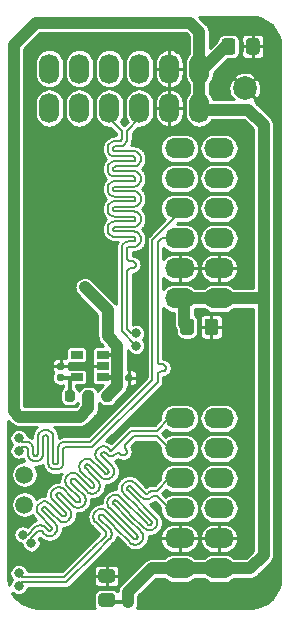
<source format=gbr>
G04 #@! TF.GenerationSoftware,KiCad,Pcbnew,5.1.6-c6e7f7d~86~ubuntu20.04.1*
G04 #@! TF.CreationDate,2020-05-31T05:55:26-07:00*
G04 #@! TF.ProjectId,glasgow-pmod,676c6173-676f-4772-9d70-6d6f642e6b69,rev?*
G04 #@! TF.SameCoordinates,PX90013c0PY44b6550*
G04 #@! TF.FileFunction,Copper,L1,Top*
G04 #@! TF.FilePolarity,Positive*
%FSLAX46Y46*%
G04 Gerber Fmt 4.6, Leading zero omitted, Abs format (unit mm)*
G04 Created by KiCad (PCBNEW 5.1.6-c6e7f7d~86~ubuntu20.04.1) date 2020-05-31 05:55:26*
%MOMM*%
%LPD*%
G01*
G04 APERTURE LIST*
G04 #@! TA.AperFunction,SMDPad,CuDef*
%ADD10R,1.060000X0.650000*%
G04 #@! TD*
G04 #@! TA.AperFunction,ComponentPad*
%ADD11C,2.000000*%
G04 #@! TD*
G04 #@! TA.AperFunction,SMDPad,CuDef*
%ADD12C,1.500000*%
G04 #@! TD*
G04 #@! TA.AperFunction,ComponentPad*
%ADD13O,2.540000X1.700000*%
G04 #@! TD*
G04 #@! TA.AperFunction,ComponentPad*
%ADD14O,1.700000X2.540000*%
G04 #@! TD*
G04 #@! TA.AperFunction,ViaPad*
%ADD15C,0.800000*%
G04 #@! TD*
G04 #@! TA.AperFunction,Conductor*
%ADD16C,1.000000*%
G04 #@! TD*
G04 #@! TA.AperFunction,Conductor*
%ADD17C,0.304800*%
G04 #@! TD*
G04 #@! TA.AperFunction,Conductor*
%ADD18C,0.200000*%
G04 #@! TD*
G04 #@! TA.AperFunction,Conductor*
%ADD19C,0.254000*%
G04 #@! TD*
G04 APERTURE END LIST*
D10*
X6250000Y-30950000D03*
X6250000Y-29050000D03*
X8450000Y-29050000D03*
X8450000Y-30000000D03*
X8450000Y-30950000D03*
G04 #@! TA.AperFunction,SMDPad,CuDef*
G36*
G01*
X8412500Y-32806250D02*
X8412500Y-32293750D01*
G75*
G02*
X8631250Y-32075000I218750J0D01*
G01*
X9068750Y-32075000D01*
G75*
G02*
X9287500Y-32293750I0J-218750D01*
G01*
X9287500Y-32806250D01*
G75*
G02*
X9068750Y-33025000I-218750J0D01*
G01*
X8631250Y-33025000D01*
G75*
G02*
X8412500Y-32806250I0J218750D01*
G01*
G37*
G04 #@! TD.AperFunction*
G04 #@! TA.AperFunction,SMDPad,CuDef*
G36*
G01*
X6812500Y-32806250D02*
X6812500Y-32293750D01*
G75*
G02*
X7031250Y-32075000I218750J0D01*
G01*
X7468750Y-32075000D01*
G75*
G02*
X7687500Y-32293750I0J-218750D01*
G01*
X7687500Y-32806250D01*
G75*
G02*
X7468750Y-33025000I-218750J0D01*
G01*
X7031250Y-33025000D01*
G75*
G02*
X6812500Y-32806250I0J218750D01*
G01*
G37*
G04 #@! TD.AperFunction*
G04 #@! TA.AperFunction,SMDPad,CuDef*
G36*
G01*
X5237500Y-32806250D02*
X5237500Y-32293750D01*
G75*
G02*
X5456250Y-32075000I218750J0D01*
G01*
X5893750Y-32075000D01*
G75*
G02*
X6112500Y-32293750I0J-218750D01*
G01*
X6112500Y-32806250D01*
G75*
G02*
X5893750Y-33025000I-218750J0D01*
G01*
X5456250Y-33025000D01*
G75*
G02*
X5237500Y-32806250I0J218750D01*
G01*
G37*
G04 #@! TD.AperFunction*
G04 #@! TA.AperFunction,SMDPad,CuDef*
G36*
G01*
X5072500Y-30310000D02*
X4727500Y-30310000D01*
G75*
G02*
X4580000Y-30162500I0J147500D01*
G01*
X4580000Y-29867500D01*
G75*
G02*
X4727500Y-29720000I147500J0D01*
G01*
X5072500Y-29720000D01*
G75*
G02*
X5220000Y-29867500I0J-147500D01*
G01*
X5220000Y-30162500D01*
G75*
G02*
X5072500Y-30310000I-147500J0D01*
G01*
G37*
G04 #@! TD.AperFunction*
G04 #@! TA.AperFunction,SMDPad,CuDef*
G36*
G01*
X5072500Y-31280000D02*
X4727500Y-31280000D01*
G75*
G02*
X4580000Y-31132500I0J147500D01*
G01*
X4580000Y-30837500D01*
G75*
G02*
X4727500Y-30690000I147500J0D01*
G01*
X5072500Y-30690000D01*
G75*
G02*
X5220000Y-30837500I0J-147500D01*
G01*
X5220000Y-31132500D01*
G75*
G02*
X5072500Y-31280000I-147500J0D01*
G01*
G37*
G04 #@! TD.AperFunction*
G04 #@! TA.AperFunction,SMDPad,CuDef*
G36*
G01*
X10390000Y-31172500D02*
X10390000Y-30827500D01*
G75*
G02*
X10537500Y-30680000I147500J0D01*
G01*
X10832500Y-30680000D01*
G75*
G02*
X10980000Y-30827500I0J-147500D01*
G01*
X10980000Y-31172500D01*
G75*
G02*
X10832500Y-31320000I-147500J0D01*
G01*
X10537500Y-31320000D01*
G75*
G02*
X10390000Y-31172500I0J147500D01*
G01*
G37*
G04 #@! TD.AperFunction*
G04 #@! TA.AperFunction,SMDPad,CuDef*
G36*
G01*
X9420000Y-31172500D02*
X9420000Y-30827500D01*
G75*
G02*
X9567500Y-30680000I147500J0D01*
G01*
X9862500Y-30680000D01*
G75*
G02*
X10010000Y-30827500I0J-147500D01*
G01*
X10010000Y-31172500D01*
G75*
G02*
X9862500Y-31320000I-147500J0D01*
G01*
X9567500Y-31320000D01*
G75*
G02*
X9420000Y-31172500I0J147500D01*
G01*
G37*
G04 #@! TD.AperFunction*
D11*
X20500000Y-6500000D03*
D12*
X1844500Y-39202000D03*
X1844500Y-41742000D03*
D13*
X18310000Y-47140000D03*
X14970000Y-47140000D03*
X18310000Y-44600000D03*
X14970000Y-44600000D03*
X18310000Y-42060000D03*
X14970000Y-42060000D03*
X18310000Y-39520000D03*
X14970000Y-39520000D03*
X18310000Y-36980000D03*
X14970000Y-36980000D03*
X18310000Y-34440000D03*
X14970000Y-34440000D03*
X18310000Y-24280000D03*
X14970000Y-24280000D03*
X18310000Y-21740000D03*
X14970000Y-21740000D03*
X18310000Y-19200000D03*
X14970000Y-19200000D03*
X18310000Y-16660000D03*
X14970000Y-16660000D03*
X18310000Y-14120000D03*
X14970000Y-14120000D03*
X18310000Y-11580000D03*
X14970000Y-11580000D03*
D14*
X3940000Y-8170000D03*
X3940000Y-4830000D03*
X6480000Y-8170000D03*
X6480000Y-4830000D03*
X9020000Y-8170000D03*
X9020000Y-4830000D03*
X11560000Y-8170000D03*
X11560000Y-4830000D03*
X14100000Y-8170000D03*
X14100000Y-4830000D03*
X16640000Y-8170000D03*
X16640000Y-4830000D03*
G04 #@! TA.AperFunction,SMDPad,CuDef*
G36*
G01*
X9250001Y-50400000D02*
X8349999Y-50400000D01*
G75*
G02*
X8100000Y-50150001I0J249999D01*
G01*
X8100000Y-49499999D01*
G75*
G02*
X8349999Y-49250000I249999J0D01*
G01*
X9250001Y-49250000D01*
G75*
G02*
X9500000Y-49499999I0J-249999D01*
G01*
X9500000Y-50150001D01*
G75*
G02*
X9250001Y-50400000I-249999J0D01*
G01*
G37*
G04 #@! TD.AperFunction*
G04 #@! TA.AperFunction,SMDPad,CuDef*
G36*
G01*
X9250001Y-48350000D02*
X8349999Y-48350000D01*
G75*
G02*
X8100000Y-48100001I0J249999D01*
G01*
X8100000Y-47449999D01*
G75*
G02*
X8349999Y-47200000I249999J0D01*
G01*
X9250001Y-47200000D01*
G75*
G02*
X9500000Y-47449999I0J-249999D01*
G01*
X9500000Y-48100001D01*
G75*
G02*
X9250001Y-48350000I-249999J0D01*
G01*
G37*
G04 #@! TD.AperFunction*
G04 #@! TA.AperFunction,SMDPad,CuDef*
G36*
G01*
X17090000Y-27143001D02*
X17090000Y-26242999D01*
G75*
G02*
X17339999Y-25993000I249999J0D01*
G01*
X17990001Y-25993000D01*
G75*
G02*
X18240000Y-26242999I0J-249999D01*
G01*
X18240000Y-27143001D01*
G75*
G02*
X17990001Y-27393000I-249999J0D01*
G01*
X17339999Y-27393000D01*
G75*
G02*
X17090000Y-27143001I0J249999D01*
G01*
G37*
G04 #@! TD.AperFunction*
G04 #@! TA.AperFunction,SMDPad,CuDef*
G36*
G01*
X15040000Y-27143001D02*
X15040000Y-26242999D01*
G75*
G02*
X15289999Y-25993000I249999J0D01*
G01*
X15940001Y-25993000D01*
G75*
G02*
X16190000Y-26242999I0J-249999D01*
G01*
X16190000Y-27143001D01*
G75*
G02*
X15940001Y-27393000I-249999J0D01*
G01*
X15289999Y-27393000D01*
G75*
G02*
X15040000Y-27143001I0J249999D01*
G01*
G37*
G04 #@! TD.AperFunction*
G04 #@! TA.AperFunction,SMDPad,CuDef*
G36*
G01*
X20600000Y-3400001D02*
X20600000Y-2499999D01*
G75*
G02*
X20849999Y-2250000I249999J0D01*
G01*
X21500001Y-2250000D01*
G75*
G02*
X21750000Y-2499999I0J-249999D01*
G01*
X21750000Y-3400001D01*
G75*
G02*
X21500001Y-3650000I-249999J0D01*
G01*
X20849999Y-3650000D01*
G75*
G02*
X20600000Y-3400001I0J249999D01*
G01*
G37*
G04 #@! TD.AperFunction*
G04 #@! TA.AperFunction,SMDPad,CuDef*
G36*
G01*
X18550000Y-3400001D02*
X18550000Y-2499999D01*
G75*
G02*
X18799999Y-2250000I249999J0D01*
G01*
X19450001Y-2250000D01*
G75*
G02*
X19700000Y-2499999I0J-249999D01*
G01*
X19700000Y-3400001D01*
G75*
G02*
X19450001Y-3650000I-249999J0D01*
G01*
X18799999Y-3650000D01*
G75*
G02*
X18550000Y-3400001I0J249999D01*
G01*
G37*
G04 #@! TD.AperFunction*
D15*
X4050000Y-22150000D03*
X5050000Y-22150000D03*
X6150000Y-22150000D03*
X10600000Y-50000000D03*
X1355000Y-48617000D03*
X1355000Y-47567000D03*
X2421232Y-45021232D03*
X1678768Y-44278768D03*
X1844500Y-41742000D03*
X1844500Y-39202000D03*
X1355000Y-37175000D03*
X1355000Y-36125000D03*
X11300000Y-28297000D03*
X11300000Y-27247000D03*
X6950000Y-23350000D03*
D16*
X10600000Y-50000000D02*
X10600000Y-49150000D01*
X12610000Y-47140000D02*
X15370000Y-47140000D01*
X10600000Y-49150000D02*
X12610000Y-47140000D01*
X15370000Y-47140000D02*
X17910000Y-47140000D01*
X17910000Y-47140000D02*
X20960000Y-47140000D01*
X20960000Y-47140000D02*
X22100000Y-46000000D01*
X16942990Y-8072990D02*
X16640000Y-7770000D01*
X22100000Y-9600000D02*
X20800000Y-8300000D01*
X17170000Y-8300000D02*
X16640000Y-7770000D01*
X20800000Y-8300000D02*
X17170000Y-8300000D01*
X16640000Y-7770000D02*
X16640000Y-5230000D01*
X18920000Y-2950000D02*
X16640000Y-5230000D01*
X19125000Y-2950000D02*
X18920000Y-2950000D01*
X15370000Y-24280000D02*
X17910000Y-24280000D01*
X22020000Y-24280000D02*
X22100000Y-24200000D01*
X17910000Y-24280000D02*
X22020000Y-24280000D01*
X22100000Y-24200000D02*
X22100000Y-9600000D01*
X22100000Y-46000000D02*
X22100000Y-24200000D01*
X15370000Y-26448000D02*
X15615000Y-26693000D01*
X15370000Y-24280000D02*
X15370000Y-26448000D01*
X7250000Y-32550000D02*
X7250000Y-33600000D01*
X7250000Y-33600000D02*
X6550000Y-34300000D01*
X6550000Y-34300000D02*
X1400000Y-34300000D01*
X1400000Y-34300000D02*
X950000Y-33850000D01*
X950000Y-33850000D02*
X950000Y-2800000D01*
X950000Y-2800000D02*
X2800000Y-950000D01*
X2800000Y-950000D02*
X15900000Y-950000D01*
X16640000Y-1690000D02*
X16640000Y-5230000D01*
X15900000Y-950000D02*
X16640000Y-1690000D01*
D17*
X8975000Y-50000000D02*
X8800000Y-49825000D01*
X10600000Y-50000000D02*
X8975000Y-50000000D01*
D18*
X1655000Y-48317000D02*
X1355000Y-48617000D01*
X7902311Y-45815889D02*
X5401200Y-48317000D01*
X9229936Y-44299300D02*
X9199418Y-44433006D01*
X9054406Y-43797666D02*
X9139914Y-43904889D01*
X5401200Y-48317000D02*
X1655000Y-48317000D01*
X8180303Y-42923563D02*
X9054406Y-43797666D01*
X8152379Y-42888548D02*
X8180303Y-42923563D01*
X8132947Y-42848198D02*
X8152379Y-42888548D01*
X8122981Y-42804535D02*
X8132947Y-42848198D01*
X8122981Y-42759749D02*
X8122981Y-42804535D01*
X8152379Y-42675735D02*
X8132947Y-42716086D01*
X8215318Y-42612797D02*
X8180303Y-42640721D01*
X8255668Y-42593366D02*
X8215318Y-42612797D01*
X8299331Y-42583400D02*
X8255668Y-42593366D01*
X8387780Y-42593366D02*
X8344117Y-42583400D01*
X8428130Y-42612797D02*
X8387780Y-42593366D01*
X8463145Y-42640721D02*
X8428130Y-42612797D01*
X11150329Y-45138943D02*
X11016624Y-45108426D01*
X11287473Y-45138943D02*
X11150329Y-45138943D01*
X11421178Y-45108426D02*
X11287473Y-45138943D01*
X11651964Y-44963413D02*
X11544740Y-45048922D01*
X11850091Y-44679511D02*
X11790587Y-44803073D01*
X11880608Y-44408662D02*
X11880608Y-44545806D01*
X11850091Y-44274957D02*
X11880608Y-44408662D01*
X11705078Y-44044173D02*
X11790587Y-44151395D01*
X11678521Y-44017613D02*
X11705078Y-44044173D01*
X10689554Y-43028646D02*
X11678521Y-44017613D01*
X10530453Y-42869548D02*
X10689554Y-43028646D01*
X10530453Y-42869545D02*
X10530453Y-42869548D01*
X9382387Y-41721479D02*
X10530453Y-42869545D01*
X9354463Y-41686464D02*
X9382387Y-41721479D01*
X9335031Y-41646114D02*
X9354463Y-41686464D01*
X9027848Y-44690349D02*
X7902311Y-45815889D01*
X9325065Y-41602451D02*
X9335031Y-41646114D01*
X9054406Y-44663791D02*
X9027848Y-44690349D01*
X9325065Y-41557665D02*
X9325065Y-41602451D01*
X9139914Y-44556568D02*
X9054406Y-44663791D01*
X9335031Y-41514002D02*
X9325065Y-41557665D01*
X9354463Y-41473651D02*
X9335031Y-41514002D01*
X9417402Y-41410713D02*
X9382387Y-41438637D01*
X11016624Y-45108426D02*
X10893062Y-45048921D01*
X9546201Y-41381316D02*
X9501415Y-41381316D01*
X9589864Y-41391282D02*
X9546201Y-41381316D01*
X9630214Y-41410713D02*
X9589864Y-41391282D01*
X9665229Y-41438637D02*
X9630214Y-41410713D01*
X10654196Y-42427604D02*
X9665229Y-41438637D01*
X10813296Y-42586703D02*
X10654196Y-42427604D01*
X12095146Y-43846837D02*
X11987922Y-43761330D01*
X12218708Y-43906342D02*
X12095146Y-43846837D01*
X12352413Y-43936859D02*
X12218708Y-43906342D01*
X12489557Y-43936859D02*
X12352413Y-43936859D01*
X12623262Y-43906342D02*
X12489557Y-43936859D01*
X12907164Y-43708211D02*
X12854048Y-43761329D01*
X12992671Y-43600989D02*
X12907164Y-43708211D01*
X13052175Y-43477427D02*
X12992671Y-43600989D01*
X13082692Y-43343722D02*
X13052175Y-43477427D01*
X13082692Y-43206578D02*
X13082692Y-43343722D01*
X13052175Y-43072873D02*
X13082692Y-43206578D01*
X12992671Y-42949311D02*
X13052175Y-43072873D01*
X12907162Y-42842089D02*
X12992671Y-42949311D01*
X10584470Y-40519395D02*
X12907162Y-42842089D01*
X10556546Y-40484380D02*
X10584470Y-40519395D01*
X10537114Y-40444030D02*
X10556546Y-40484380D01*
X9229936Y-44162157D02*
X9229936Y-44299300D01*
X10527148Y-40400367D02*
X10537114Y-40444030D01*
X9199418Y-44028452D02*
X9229936Y-44162157D01*
X10527148Y-40355581D02*
X10527148Y-40400367D01*
X10556546Y-40271567D02*
X10537114Y-40311918D01*
X8132947Y-42716086D02*
X8122981Y-42759749D01*
X10584470Y-40236553D02*
X10556546Y-40271567D01*
X8180303Y-42640721D02*
X8152379Y-42675735D01*
X9611212Y-43788787D02*
X9310691Y-43488266D01*
X10832297Y-40208630D02*
X10791947Y-40189198D01*
X10893062Y-45048921D02*
X10785838Y-44963414D01*
X11741416Y-41110658D02*
X11714858Y-41084099D01*
X10619484Y-40208630D02*
X10584470Y-40236553D01*
X11972201Y-41255670D02*
X11848639Y-41196165D01*
X9457752Y-41391282D02*
X9417402Y-41410713D01*
X11987922Y-43761330D02*
X11961365Y-43734770D01*
X12500318Y-41196165D02*
X12376755Y-41255670D01*
X11544740Y-45048922D02*
X11421178Y-45108426D01*
X11848639Y-41196165D02*
X11741416Y-41110658D01*
X12854048Y-43761329D02*
X12746824Y-43846838D01*
X10759281Y-44936854D02*
X9611212Y-43788787D01*
X10867312Y-40236553D02*
X10832297Y-40208630D01*
X11790587Y-44803073D02*
X11705080Y-44910295D01*
X10785838Y-44963414D02*
X10759281Y-44936854D01*
X11714858Y-41084099D02*
X10867312Y-40236553D01*
X9382387Y-41438637D02*
X9354463Y-41473651D01*
X11790587Y-44151395D02*
X11850091Y-44274957D01*
X9139914Y-43904889D02*
X9199418Y-44028452D01*
X10537114Y-40311918D02*
X10527148Y-40355581D01*
X8344117Y-42583400D02*
X8299331Y-42583400D01*
X13055000Y-41015000D02*
X12703200Y-41015000D01*
X11961365Y-43734770D02*
X10813296Y-42586703D01*
X11880608Y-44545806D02*
X11850091Y-44679511D01*
X9199418Y-44433006D02*
X9139914Y-44556568D01*
X11705080Y-44910295D02*
X11651964Y-44963413D01*
X9310691Y-43488266D02*
X8463145Y-42640721D01*
X12746824Y-43846838D02*
X12623262Y-43906342D01*
X12105907Y-41286187D02*
X11972201Y-41255670D01*
X15370000Y-42060000D02*
X14100000Y-42060000D01*
X10703498Y-40179232D02*
X10659835Y-40189198D01*
X10659835Y-40189198D02*
X10619484Y-40208630D01*
X14100000Y-42060000D02*
X13055000Y-41015000D01*
X12703200Y-41015000D02*
X12607541Y-41110658D01*
X12607541Y-41110658D02*
X12500318Y-41196165D01*
X12376755Y-41255670D02*
X12243050Y-41286187D01*
X12243050Y-41286187D02*
X12105907Y-41286187D01*
X10791947Y-40189198D02*
X10748284Y-40179232D01*
X9501415Y-41381316D02*
X9457752Y-41391282D01*
X10748284Y-40179232D02*
X10703498Y-40179232D01*
X8862099Y-41511485D02*
X8862099Y-41648629D01*
X8892616Y-41377780D02*
X8862099Y-41511485D01*
X12590330Y-43168743D02*
X12609760Y-43209094D01*
X12487041Y-43463926D02*
X12443377Y-43473893D01*
X9321531Y-40948867D02*
X9197969Y-41008371D01*
X9592380Y-40918350D02*
X9455236Y-40918350D01*
X9956870Y-41093879D02*
X9849647Y-41008371D01*
X10292828Y-39891796D02*
X10239711Y-39944912D01*
X8709648Y-44089307D02*
X8737571Y-44124322D01*
X12443377Y-43473893D02*
X12398591Y-43473893D01*
X12068072Y-40793823D02*
X12033057Y-40765900D01*
X12590330Y-43381555D02*
X12562405Y-43416571D01*
X10154203Y-40052135D02*
X10094699Y-40175697D01*
X12354929Y-43463926D02*
X12314579Y-43444494D01*
X12609760Y-43209094D02*
X12619727Y-43252756D01*
X12619727Y-43252756D02*
X12619727Y-43297542D01*
X9037628Y-42013120D02*
X9064187Y-42039678D01*
X12562405Y-43133729D02*
X12590330Y-43168743D01*
X11284957Y-44666010D02*
X11241293Y-44675977D01*
X12609760Y-43341206D02*
X12590330Y-43381555D01*
X12279563Y-43416571D02*
X9956870Y-41093879D01*
X11414340Y-41985661D02*
X11573438Y-42144762D01*
X9037628Y-41146995D02*
X8952120Y-41254218D01*
X8119447Y-42150951D02*
X7995885Y-42210455D01*
X9726085Y-40948867D02*
X9592380Y-40918350D01*
X12108423Y-40813255D02*
X12068072Y-40793823D01*
X10928167Y-39746784D02*
X10794462Y-39716266D01*
X11112495Y-44646578D02*
X11077479Y-44618655D01*
X10154203Y-40703814D02*
X10239711Y-40811037D01*
X12196871Y-40823221D02*
X12152086Y-40823221D01*
X12240534Y-40813255D02*
X12196871Y-40823221D01*
X9197969Y-41008371D02*
X9090746Y-41093879D01*
X9455236Y-40918350D02*
X9321531Y-40948867D01*
X12398591Y-43473893D02*
X12354929Y-43463926D01*
X9849647Y-41008371D02*
X9726085Y-40948867D01*
X11158953Y-39891796D02*
X11051730Y-39806288D01*
X13055000Y-40565000D02*
X12516800Y-40565000D01*
X10239711Y-39944912D02*
X10154203Y-40052135D01*
X14100000Y-39520000D02*
X13055000Y-40565000D01*
X15370000Y-39520000D02*
X14100000Y-39520000D01*
X12315900Y-40765900D02*
X12280885Y-40793823D01*
X10794462Y-39716266D02*
X10657319Y-39716266D01*
X11152845Y-44666010D02*
X11112495Y-44646578D01*
X11051730Y-39806288D02*
X10928167Y-39746784D01*
X12033057Y-40765900D02*
X11158953Y-39891796D01*
X10657319Y-39716266D02*
X10523613Y-39746784D01*
X10400051Y-39806288D02*
X10292828Y-39891796D01*
X12527391Y-43444495D02*
X12487041Y-43463926D01*
X10239711Y-40811037D02*
X10266270Y-40837595D01*
X12619727Y-43297542D02*
X12609760Y-43341206D01*
X10523613Y-39746784D02*
X10400051Y-39806288D01*
X11417643Y-44499626D02*
X11407676Y-44543290D01*
X12516800Y-40565000D02*
X12315900Y-40765900D01*
X10094699Y-40175697D02*
X10064182Y-40309402D01*
X12280885Y-40793823D02*
X12240534Y-40813255D01*
X11360321Y-44618655D02*
X11325307Y-44646579D01*
X10064182Y-40446546D02*
X10094699Y-40580251D01*
X10094699Y-40580251D02*
X10154203Y-40703814D01*
X12152086Y-40823221D02*
X12108423Y-40813255D01*
X12314579Y-43444494D02*
X12279563Y-43416571D01*
X10266270Y-40837595D02*
X11414336Y-41985661D01*
X8647563Y-42210455D02*
X8524001Y-42150951D01*
X11414336Y-41985661D02*
X11414340Y-41985661D01*
X8737571Y-44124322D02*
X8757003Y-44164672D01*
X9064187Y-42039678D02*
X11360321Y-44335813D01*
X11360321Y-44335813D02*
X11388246Y-44370827D01*
X11407676Y-44411178D02*
X11417643Y-44454840D01*
X11417643Y-44454840D02*
X11417643Y-44499626D01*
X11407676Y-44543290D02*
X11388246Y-44583639D01*
X11388246Y-44583639D02*
X11360321Y-44618655D01*
X11325307Y-44646579D02*
X11284957Y-44666010D01*
X11241293Y-44675977D02*
X11196507Y-44675977D01*
X11196507Y-44675977D02*
X11152845Y-44666010D01*
X12562405Y-43416571D02*
X12527391Y-43444495D01*
X11077479Y-44618655D02*
X8754786Y-42295963D01*
X8754786Y-42295963D02*
X8647563Y-42210455D01*
X8524001Y-42150951D02*
X8390296Y-42120434D01*
X1655000Y-47867000D02*
X1355000Y-47567000D01*
X8390296Y-42120434D02*
X8253152Y-42120434D01*
X9090746Y-41093879D02*
X9037628Y-41146995D01*
X8253152Y-42120434D02*
X8119447Y-42150951D01*
X8952120Y-41254218D02*
X8892616Y-41377780D01*
X7995885Y-42210455D02*
X7888662Y-42295963D01*
X7888662Y-42295963D02*
X7835544Y-42349079D01*
X7835544Y-42349079D02*
X7750036Y-42456302D01*
X8862099Y-41648629D02*
X8892616Y-41782334D01*
X7750036Y-42456302D02*
X7690532Y-42579864D01*
X11573438Y-42144762D02*
X12562405Y-43133729D01*
X8892616Y-41782334D02*
X8952120Y-41905897D01*
X7690532Y-42579864D02*
X7660015Y-42713569D01*
X8952120Y-41905897D02*
X9037628Y-42013120D01*
X7660015Y-42713569D02*
X7660015Y-42850713D01*
X7660015Y-42850713D02*
X7690532Y-42984418D01*
X7690532Y-42984418D02*
X7750036Y-43107981D01*
X7750036Y-43107981D02*
X7835544Y-43215204D01*
X7835544Y-43215204D02*
X7862103Y-43241762D01*
X7862103Y-43241762D02*
X8709648Y-44089307D01*
X10064182Y-40309402D02*
X10064182Y-40446546D01*
X8757003Y-44164672D02*
X8766969Y-44208335D01*
X8766969Y-44208335D02*
X8766969Y-44253121D01*
X8766969Y-44253121D02*
X8757003Y-44296784D01*
X8757003Y-44296784D02*
X8737571Y-44337135D01*
X8737571Y-44337135D02*
X8709648Y-44372149D01*
X8709648Y-44372149D02*
X7584111Y-45497689D01*
X7584111Y-45497689D02*
X5214800Y-47867000D01*
X11388246Y-44370827D02*
X11407676Y-44411178D01*
X5214800Y-47867000D02*
X1655000Y-47867000D01*
X14100000Y-36980000D02*
X15370000Y-36980000D01*
X13055000Y-35935000D02*
X14100000Y-36980000D01*
X11083199Y-35935000D02*
X13055000Y-35935000D01*
X10510321Y-36507878D02*
X11083199Y-35935000D01*
X10404255Y-37038204D02*
X10362370Y-36985682D01*
X10512255Y-37238765D02*
X10497306Y-37173271D01*
X10468159Y-37431964D02*
X10497306Y-37371438D01*
X10373751Y-37526372D02*
X10426274Y-37484487D01*
X10313225Y-37555520D02*
X10373751Y-37526372D01*
X10247731Y-37570468D02*
X10313225Y-37555520D01*
X10180552Y-37570468D02*
X10247731Y-37570468D01*
X10115058Y-37555520D02*
X10180552Y-37570468D01*
X10054532Y-37526372D02*
X10115058Y-37555520D01*
X9927470Y-37420585D02*
X9979993Y-37462470D01*
X9734271Y-37376489D02*
X9801450Y-37376489D01*
X9102015Y-37636063D02*
X9219821Y-37636063D01*
X8881025Y-37558735D02*
X8987165Y-37609848D01*
X8788921Y-37485285D02*
X8881025Y-37558735D01*
X8518264Y-37272317D02*
X8542526Y-37272317D01*
X8494611Y-37277716D02*
X8518264Y-37272317D01*
X8472751Y-37288242D02*
X8494611Y-37277716D01*
X8453781Y-37303371D02*
X8472751Y-37288242D01*
X8324165Y-37432986D02*
X8453781Y-37303371D01*
X8309038Y-37451955D02*
X8324165Y-37432986D01*
X8298511Y-37473814D02*
X8309038Y-37451955D01*
X8293111Y-37497469D02*
X8298511Y-37473814D01*
X10362370Y-36985682D02*
X10333222Y-36925156D01*
X8293111Y-37521731D02*
X8293111Y-37497469D01*
X8298511Y-37545384D02*
X8293111Y-37521731D01*
X8718976Y-37981024D02*
X8324165Y-37586212D01*
X8718976Y-37981021D02*
X8718976Y-37981024D01*
X9252314Y-38514359D02*
X8718976Y-37981021D01*
X9397325Y-39149696D02*
X9427843Y-39015992D01*
X9337821Y-39273258D02*
X9397325Y-39149696D01*
X10333222Y-36925156D02*
X10318274Y-36859662D01*
X9252314Y-39380481D02*
X9337821Y-39273258D01*
X8968413Y-39578610D02*
X9091975Y-39519106D01*
X8834708Y-39609128D02*
X8968413Y-39578610D01*
X8697565Y-39609128D02*
X8834708Y-39609128D01*
X9532917Y-37485284D02*
X9555729Y-37462471D01*
X7799741Y-38900260D02*
X7799737Y-38900261D01*
X9440813Y-37558734D02*
X9532917Y-37485284D01*
X7292961Y-38393480D02*
X7799741Y-38900260D01*
X9334673Y-37609849D02*
X9440813Y-37558734D01*
X7257946Y-38365557D02*
X7292961Y-38393480D01*
X7217596Y-38346125D02*
X7257946Y-38365557D01*
X9979993Y-37462470D02*
X10002010Y-37484487D01*
X7173932Y-38336160D02*
X7217596Y-38346125D01*
X6982194Y-38428495D02*
X7010117Y-38393481D01*
X6962762Y-38468845D02*
X6982194Y-38428495D01*
X6952797Y-38512508D02*
X6962762Y-38468845D01*
X6952797Y-38557294D02*
X6952797Y-38512508D01*
X6962762Y-38600957D02*
X6952797Y-38557294D01*
X6982193Y-38641309D02*
X6962762Y-38600957D01*
X7010118Y-38676323D02*
X6982193Y-38641309D01*
X7516897Y-39183103D02*
X7010118Y-38676323D01*
X10002010Y-37484487D02*
X10054532Y-37526372D01*
X7516897Y-39183100D02*
X7516897Y-39183103D01*
X8050235Y-39716438D02*
X7516897Y-39183100D01*
X8135742Y-39823661D02*
X8050235Y-39716438D01*
X5731584Y-42227819D02*
X5646077Y-42120596D01*
X4589008Y-43958013D02*
X4619526Y-43824309D01*
X5821606Y-42622229D02*
X5821606Y-42485085D01*
X6993167Y-41149302D02*
X6933663Y-41025740D01*
X5791088Y-42755933D02*
X5821606Y-42622229D01*
X5731584Y-42879495D02*
X5791088Y-42755933D01*
X5646077Y-42986718D02*
X5731584Y-42879495D01*
X6993167Y-41553854D02*
X7023685Y-41420150D01*
X8195246Y-40351775D02*
X8225764Y-40218071D01*
X5362176Y-43184847D02*
X5485738Y-43125343D01*
X5228471Y-43215365D02*
X5362176Y-43184847D01*
X8050235Y-40582560D02*
X8135742Y-40475337D01*
X4957623Y-43184847D02*
X5091328Y-43215365D01*
X4619526Y-43824309D02*
X4619526Y-43687165D01*
X6015517Y-39548204D02*
X6055867Y-39567636D01*
X3522909Y-41942397D02*
X3567695Y-41942397D01*
X5646077Y-42120596D02*
X5112739Y-41587258D01*
X6314818Y-40385182D02*
X5808039Y-39878402D01*
X3479247Y-41952362D02*
X3522909Y-41942397D01*
X10333222Y-36726989D02*
X10362370Y-36666463D01*
X4390881Y-44241915D02*
X4443997Y-44188798D01*
X9801450Y-37376489D02*
X9866944Y-37391437D01*
X7010117Y-38393481D02*
X7045132Y-38365558D01*
X4558604Y-41005115D02*
X4548639Y-40961452D01*
X3611359Y-41952362D02*
X3651709Y-41971794D01*
X3356525Y-42075082D02*
X3375957Y-42034732D01*
X9668777Y-37391437D02*
X9734271Y-37376489D01*
X5091328Y-43215365D02*
X5228471Y-43215365D01*
X7997119Y-40635678D02*
X8050235Y-40582560D01*
X8987165Y-37609848D02*
X9102015Y-37636063D01*
X3346560Y-42163531D02*
X3346560Y-42118745D01*
X10512255Y-37305944D02*
X10512255Y-37238765D01*
X3889248Y-44417444D02*
X4026391Y-44417444D01*
X4529504Y-43429899D02*
X4443997Y-43322676D01*
X4724988Y-40740318D02*
X4769774Y-40740318D01*
X9091975Y-39519106D02*
X9199198Y-39433599D01*
X3291941Y-44009098D02*
X3524758Y-44241915D01*
X5928918Y-41837757D02*
X6036141Y-41923264D01*
X3567695Y-41942397D02*
X3611359Y-41952362D01*
X3346560Y-42118745D02*
X3356525Y-42075082D01*
X3755543Y-44386927D02*
X3889248Y-44417444D01*
X8563860Y-39578610D02*
X8697565Y-39609128D01*
X4888803Y-40797638D02*
X5395583Y-41304418D01*
X6597658Y-40102340D02*
X7130997Y-40635678D01*
X10404256Y-36613942D02*
X10510321Y-36507878D01*
X8135742Y-40475337D02*
X8195246Y-40351775D01*
X3044113Y-43981174D02*
X3084464Y-43961742D01*
X4640974Y-40769716D02*
X4681326Y-40750283D01*
X8607007Y-37303371D02*
X8788921Y-37485285D01*
X5927067Y-39538239D02*
X5971853Y-39538239D01*
X5971853Y-39538239D02*
X6015517Y-39548204D01*
X7361781Y-40780689D02*
X7495486Y-40811207D01*
X3256926Y-43981174D02*
X3291941Y-44009098D01*
X4605960Y-41080481D02*
X4578035Y-41045467D01*
X9199198Y-39433599D02*
X9252314Y-39380481D01*
X3172913Y-43951776D02*
X3216576Y-43961742D01*
X3524758Y-44241915D02*
X3631981Y-44327423D01*
X3009099Y-44009098D02*
X3044113Y-43981174D01*
X3128127Y-43951776D02*
X3172913Y-43951776D01*
X3403880Y-41999718D02*
X3438895Y-41971795D01*
X5760683Y-39670924D02*
X5780115Y-39630574D01*
X9427843Y-39015992D02*
X9427843Y-38878848D01*
X4193504Y-42506497D02*
X4193500Y-42506498D01*
X5791088Y-42351381D02*
X5731584Y-42227819D01*
X2421232Y-44596967D02*
X3009099Y-44009098D01*
X3651709Y-41971794D02*
X3686724Y-41999717D01*
X10318274Y-36859662D02*
X10318274Y-36792483D01*
X2421232Y-45021232D02*
X2421232Y-44596967D01*
X5760683Y-39803036D02*
X5750718Y-39759373D01*
X6933663Y-41025740D02*
X6848156Y-40918517D01*
X9427843Y-38878848D02*
X9397325Y-38745144D01*
X4193500Y-42506498D02*
X4726839Y-43039836D01*
X6795040Y-41837757D02*
X6848156Y-41784639D01*
X4160096Y-44386927D02*
X4283658Y-44327423D01*
X8324165Y-37586212D02*
X8309038Y-37567243D01*
X3403881Y-42282560D02*
X3375956Y-42247546D01*
X4578035Y-41045467D02*
X4558604Y-41005115D01*
X4283658Y-44327423D02*
X4390881Y-44241915D01*
X3686724Y-41999717D02*
X4193504Y-42506497D01*
X4026391Y-44417444D02*
X4160096Y-44386927D01*
X5485738Y-43125343D02*
X5592961Y-43039836D01*
X4443997Y-44188798D02*
X4529504Y-44081575D01*
X8225764Y-40218071D02*
X8225764Y-40080927D01*
X4529504Y-44081575D02*
X4589008Y-43958013D01*
X10318274Y-36792483D02*
X10333222Y-36726989D01*
X5821606Y-42485085D02*
X5791088Y-42351381D01*
X4443997Y-43322676D02*
X3403881Y-42282560D01*
X4619526Y-43687165D02*
X4589008Y-43553461D01*
X6564255Y-41982768D02*
X6687817Y-41923264D01*
X9866944Y-37391437D02*
X9927470Y-37420585D01*
X5592961Y-43039836D02*
X5646077Y-42986718D01*
X9337821Y-38621582D02*
X9252314Y-38514359D01*
X4834062Y-43125343D02*
X4957623Y-43184847D01*
X6933663Y-41677416D02*
X6993167Y-41553854D01*
X3356525Y-42207194D02*
X3346560Y-42163531D01*
X6848156Y-40918517D02*
X6314818Y-40385179D01*
X8309038Y-37567243D02*
X8298511Y-37545384D01*
X3375956Y-42247546D02*
X3356525Y-42207194D01*
X10404255Y-36613940D02*
X10404256Y-36613942D01*
X9608251Y-37420585D02*
X9668777Y-37391437D01*
X5112739Y-41587258D02*
X5112739Y-41587261D01*
X5808039Y-39878402D02*
X5780114Y-39843388D01*
X5112739Y-41587261D02*
X4605960Y-41080481D01*
X5780114Y-39843388D02*
X5760683Y-39803036D01*
X7045132Y-38365558D02*
X7085484Y-38346125D01*
X3216576Y-43961742D02*
X3256926Y-43981174D01*
X4548639Y-40961452D02*
X4548639Y-40916666D01*
X7085484Y-38346125D02*
X7129146Y-38336160D01*
X4548639Y-40916666D02*
X4558604Y-40873003D01*
X7129146Y-38336160D02*
X7173932Y-38336160D01*
X4558604Y-40873003D02*
X4578036Y-40832653D01*
X4578036Y-40832653D02*
X4605959Y-40797639D01*
X9219821Y-37636063D02*
X9334673Y-37609849D01*
X4605959Y-40797639D02*
X4640974Y-40769716D01*
X8588039Y-37288242D02*
X8607007Y-37303371D01*
X5883405Y-39548204D02*
X5927067Y-39538239D01*
X4681326Y-40750283D02*
X4724988Y-40740318D01*
X10362370Y-36666463D02*
X10404255Y-36613940D01*
X9555729Y-37462471D02*
X9608251Y-37420585D01*
X7799737Y-38900261D02*
X8333076Y-39433599D01*
X3084464Y-43961742D02*
X3128127Y-43951776D01*
X4769774Y-40740318D02*
X4813438Y-40750283D01*
X6055867Y-39567636D02*
X6090882Y-39595559D01*
X8333076Y-39433599D02*
X8440299Y-39519106D01*
X3631981Y-44327423D02*
X3755543Y-44386927D01*
X4813438Y-40750283D02*
X4853788Y-40769715D01*
X6090882Y-39595559D02*
X6597662Y-40102339D01*
X8440299Y-39519106D02*
X8563860Y-39578610D01*
X4853788Y-40769715D02*
X4888803Y-40797638D01*
X6597662Y-40102339D02*
X6597658Y-40102340D01*
X5395583Y-41304418D02*
X5395579Y-41304419D01*
X7130997Y-40635678D02*
X7238220Y-40721185D01*
X10426273Y-37060222D02*
X10404255Y-37038204D01*
X5395579Y-41304419D02*
X5928918Y-41837757D01*
X4589008Y-43553461D02*
X4529504Y-43429899D01*
X7238220Y-40721185D02*
X7361781Y-40780689D01*
X6036141Y-41923264D02*
X6159702Y-41982768D01*
X6159702Y-41982768D02*
X6293407Y-42013286D01*
X6293407Y-42013286D02*
X6430550Y-42013286D01*
X7766334Y-40780689D02*
X7889896Y-40721185D01*
X10426274Y-37484487D02*
X10468159Y-37431964D01*
X6430550Y-42013286D02*
X6564255Y-41982768D01*
X7889896Y-40721185D02*
X7997119Y-40635678D01*
X6687817Y-41923264D02*
X6795040Y-41837757D01*
X9397325Y-38745144D02*
X9337821Y-38621582D01*
X4726839Y-43039836D02*
X4834062Y-43125343D01*
X6848156Y-41784639D02*
X6933663Y-41677416D01*
X7023685Y-41420150D02*
X7023685Y-41283006D01*
X8195246Y-39947223D02*
X8135742Y-39823661D01*
X10468159Y-37112745D02*
X10426273Y-37060222D01*
X7023685Y-41283006D02*
X6993167Y-41149302D01*
X6314818Y-40385179D02*
X6314818Y-40385182D01*
X10497306Y-37371438D02*
X10512255Y-37305944D01*
X5750718Y-39759373D02*
X5750718Y-39714587D01*
X3375957Y-42034732D02*
X3403880Y-41999718D01*
X5750718Y-39714587D02*
X5760683Y-39670924D01*
X3438895Y-41971795D02*
X3479247Y-41952362D01*
X5780115Y-39630574D02*
X5808038Y-39595560D01*
X10497306Y-37173271D02*
X10468159Y-37112745D01*
X8542526Y-37272317D02*
X8566179Y-37277717D01*
X5808038Y-39595560D02*
X5843053Y-39567637D01*
X8566179Y-37277717D02*
X8588039Y-37288242D01*
X5843053Y-39567637D02*
X5883405Y-39548204D01*
X7495486Y-40811207D02*
X7632629Y-40811207D01*
X7632629Y-40811207D02*
X7766334Y-40780689D01*
X8225764Y-40080927D02*
X8195246Y-39947223D01*
X14100000Y-34440000D02*
X15370000Y-34440000D01*
X13055000Y-35485000D02*
X14100000Y-34440000D01*
X10896801Y-35485000D02*
X13055000Y-35485000D01*
X9237531Y-37144273D02*
X10896801Y-35485000D01*
X9218562Y-37159400D02*
X9237531Y-37144273D01*
X9196703Y-37169927D02*
X9218562Y-37159400D01*
X9173050Y-37175325D02*
X9196703Y-37169927D01*
X8902393Y-36962358D02*
X8925205Y-36985173D01*
X8810289Y-36888908D02*
X8902393Y-36962358D01*
X8704149Y-36837795D02*
X8810289Y-36888908D01*
X8589297Y-36811581D02*
X8704149Y-36837795D01*
X8471493Y-36811580D02*
X8589297Y-36811581D01*
X8356641Y-36837794D02*
X8471493Y-36811580D01*
X8250501Y-36888909D02*
X8356641Y-36837794D01*
X8158397Y-36962359D02*
X8250501Y-36888909D01*
X8005967Y-37114788D02*
X8158397Y-36962359D01*
X7858589Y-37335844D02*
X7909702Y-37229706D01*
X7832375Y-37450696D02*
X7858589Y-37335844D01*
X7832375Y-37568502D02*
X7832375Y-37450696D01*
X7858590Y-37683352D02*
X7832375Y-37568502D01*
X8954913Y-38881364D02*
X8935481Y-38841014D01*
X8964879Y-38925027D02*
X8954913Y-38881364D01*
X8954913Y-39013476D02*
X8964879Y-38969813D01*
X8935481Y-39053827D02*
X8954913Y-39013476D01*
X8907558Y-39088842D02*
X8935481Y-39053827D01*
X8832193Y-39136198D02*
X8872543Y-39116766D01*
X8624715Y-39088842D02*
X8659730Y-39116766D01*
X8117936Y-38582062D02*
X8624715Y-39088842D01*
X8117939Y-38582062D02*
X8117936Y-38582062D01*
X7584601Y-38048724D02*
X8117939Y-38582062D01*
X7477378Y-37963217D02*
X7584601Y-38048724D01*
X7353816Y-37903713D02*
X7477378Y-37963217D01*
X7082968Y-37873195D02*
X7220112Y-37873195D01*
X6825702Y-37963217D02*
X6949264Y-37903713D01*
X6718479Y-38048724D02*
X6825702Y-37963217D01*
X6665361Y-38101840D02*
X6718479Y-38048724D01*
X6520350Y-38332625D02*
X6579854Y-38209063D01*
X6489832Y-38603473D02*
X6489831Y-38466331D01*
X6579854Y-38860739D02*
X6520351Y-38737177D01*
X7733402Y-40043093D02*
X7705479Y-40008078D01*
X7762800Y-40171892D02*
X7762800Y-40127106D01*
X7733402Y-40255906D02*
X7752834Y-40215555D01*
X7457651Y-40318845D02*
X7498002Y-40338277D01*
X7422636Y-40290921D02*
X7457651Y-40318845D01*
X8743744Y-39146163D02*
X8788530Y-39146163D01*
X6915860Y-39784141D02*
X6915857Y-39784141D01*
X8700081Y-39136198D02*
X8743744Y-39146163D01*
X6382522Y-39250803D02*
X6915860Y-39784141D01*
X6151737Y-39105792D02*
X6275299Y-39165296D01*
X5880889Y-39075274D02*
X6018033Y-39075274D01*
X5623623Y-39165296D02*
X5747185Y-39105792D01*
X5516400Y-39250803D02*
X5623623Y-39165296D01*
X5463282Y-39303919D02*
X5516400Y-39250803D01*
X5377775Y-39411142D02*
X5463282Y-39303919D01*
X5318271Y-39534704D02*
X5377775Y-39411142D01*
X5287752Y-39668410D02*
X5318271Y-39534704D01*
X5287753Y-39805552D02*
X5287752Y-39668410D01*
X5318272Y-39939256D02*
X5287753Y-39805552D01*
X6503400Y-41210157D02*
X5463282Y-40170041D01*
X6531323Y-41245172D02*
X6503400Y-41210157D01*
X6550755Y-41285522D02*
X6531323Y-41245172D01*
X6560721Y-41329185D02*
X6550755Y-41285522D01*
X6560721Y-41373971D02*
X6560721Y-41329185D01*
X6531323Y-41457985D02*
X6550755Y-41417634D01*
X6339586Y-41550321D02*
X6384372Y-41550321D01*
X6220557Y-41493000D02*
X6255572Y-41520924D01*
X5713778Y-40986220D02*
X6220557Y-41493000D01*
X5713781Y-40986220D02*
X5713778Y-40986220D01*
X4815954Y-40277353D02*
X4949658Y-40307871D01*
X4545106Y-40307871D02*
X4678810Y-40277353D01*
X4314321Y-40452882D02*
X4421544Y-40367375D01*
X4261203Y-40505998D02*
X4314321Y-40452882D01*
X4175696Y-40613221D02*
X4261203Y-40505998D01*
X4116192Y-40736783D02*
X4175696Y-40613221D01*
X8872543Y-39116766D02*
X8907558Y-39088842D01*
X4085673Y-40870489D02*
X4116192Y-40736783D01*
X5463282Y-40170041D02*
X5377775Y-40062818D01*
X6665361Y-38967962D02*
X6579854Y-38860739D01*
X7541665Y-40348242D02*
X7586451Y-40348242D01*
X3112242Y-41654961D02*
X3219465Y-41569454D01*
X5301321Y-42695079D02*
X5329244Y-42660064D01*
X7909702Y-37229706D02*
X7983152Y-37137602D01*
X3816398Y-43897158D02*
X3851413Y-43925081D01*
X3476358Y-43578834D02*
X3583581Y-43664341D01*
X4127164Y-43862143D02*
X4146596Y-43821792D01*
X5073220Y-40367375D02*
X5180443Y-40452882D01*
X4023875Y-43944513D02*
X4064226Y-43925081D01*
X3476731Y-41479432D02*
X3613875Y-41479432D01*
X4678810Y-40277353D02*
X4815954Y-40277353D01*
X6489831Y-38466331D02*
X6520350Y-38332625D01*
X3935426Y-43954479D02*
X3980212Y-43954479D01*
X6295923Y-41540356D02*
X6339586Y-41550321D01*
X6579854Y-38209063D02*
X6665361Y-38101840D01*
X3343027Y-41509950D02*
X3476731Y-41479432D01*
X6550755Y-41417634D02*
X6560721Y-41373971D01*
X6520351Y-38737177D02*
X6489832Y-38603473D01*
X6949264Y-37903713D02*
X7082968Y-37873195D01*
X7762800Y-40127106D02*
X7752834Y-40083443D01*
X5266306Y-42723003D02*
X5301321Y-42695079D01*
X2914113Y-41938862D02*
X2973617Y-41815300D01*
X5377775Y-40062818D02*
X5318272Y-39939256D01*
X7630114Y-40338277D02*
X7670464Y-40318845D01*
X6018033Y-39075274D02*
X6151737Y-39105792D01*
X8907558Y-38805999D02*
X7983153Y-37881596D01*
X4156562Y-43778129D02*
X4156562Y-43733343D01*
X7752834Y-40083443D02*
X7733402Y-40043093D01*
X5358642Y-42576050D02*
X5358642Y-42531264D01*
X7498002Y-40338277D02*
X7541665Y-40348242D01*
X3059124Y-42574199D02*
X2973617Y-42466976D01*
X4949658Y-40307871D02*
X5073220Y-40367375D01*
X3980212Y-43954479D02*
X4023875Y-43944513D01*
X3059124Y-41708077D02*
X3112242Y-41654961D01*
X5329244Y-42660064D02*
X5348676Y-42619713D01*
X9103274Y-37159400D02*
X9125133Y-37169927D01*
X3978364Y-41654961D02*
X4511702Y-42188299D01*
X4099241Y-43614315D02*
X3059124Y-42574199D01*
X7983152Y-37137602D02*
X8005967Y-37114788D01*
X5053493Y-42723003D02*
X5093844Y-42742435D01*
X5137507Y-42752400D02*
X5182293Y-42752400D01*
X6255572Y-41520924D02*
X6295923Y-41540356D01*
X2103033Y-44278768D02*
X2717459Y-43664341D01*
X8659730Y-39116766D02*
X8700081Y-39136198D01*
X6275299Y-39165296D02*
X6382522Y-39250803D01*
X5301321Y-42412236D02*
X4261203Y-41372120D01*
X2717459Y-43664341D02*
X2824682Y-43578834D01*
X3891764Y-43944513D02*
X3935426Y-43954479D01*
X7220112Y-37873195D02*
X7353816Y-37903713D01*
X2883594Y-42072568D02*
X2914113Y-41938862D01*
X4085674Y-41007631D02*
X4085673Y-40870489D01*
X4421544Y-40367375D02*
X4545106Y-40307871D01*
X3613875Y-41479432D02*
X3747579Y-41509950D01*
X5018478Y-42695079D02*
X5053493Y-42723003D01*
X6503400Y-41493000D02*
X6531323Y-41457985D01*
X5747185Y-39105792D02*
X5880889Y-39075274D01*
X4146596Y-43689680D02*
X4127164Y-43649330D01*
X3219092Y-43488812D02*
X3352796Y-43519330D01*
X5348676Y-42619713D02*
X5358642Y-42576050D01*
X5093844Y-42742435D02*
X5137507Y-42752400D01*
X8788530Y-39146163D02*
X8832193Y-39136198D01*
X6915857Y-39784141D02*
X7422636Y-40290921D01*
X4261203Y-41372120D02*
X4175696Y-41264897D01*
X7705479Y-40008078D02*
X6665361Y-38967962D01*
X2973617Y-41815300D02*
X3059124Y-41708077D01*
X5358642Y-42531264D02*
X5348676Y-42487601D01*
X9084305Y-37144273D02*
X9103274Y-37159400D01*
X3871141Y-41569454D02*
X3978364Y-41654961D01*
X7983153Y-37881596D02*
X7909703Y-37789492D01*
X4156562Y-43733343D02*
X4146596Y-43689680D01*
X6384372Y-41550321D02*
X6428035Y-41540356D01*
X8964879Y-38969813D02*
X8964879Y-38925027D01*
X9148788Y-37175325D02*
X9173050Y-37175325D01*
X4511699Y-42188299D02*
X5018478Y-42695079D01*
X3851413Y-43925081D02*
X3891764Y-43944513D01*
X7586451Y-40348242D02*
X7630114Y-40338277D01*
X5348676Y-42487601D02*
X5329244Y-42447251D01*
X7705479Y-40290921D02*
X7733402Y-40255906D01*
X7752834Y-40215555D02*
X7762800Y-40171892D01*
X7909703Y-37789492D02*
X7858590Y-37683352D01*
X1678768Y-44278768D02*
X2103033Y-44278768D01*
X7670464Y-40318845D02*
X7705479Y-40290921D01*
X4116193Y-41141335D02*
X4085674Y-41007631D01*
X6428035Y-41540356D02*
X6468385Y-41520924D01*
X2824682Y-43578834D02*
X2948243Y-43519330D01*
X6468385Y-41520924D02*
X6503400Y-41493000D01*
X2948243Y-43519330D02*
X3081948Y-43488812D01*
X3081948Y-43488812D02*
X3219092Y-43488812D01*
X3352796Y-43519330D02*
X3476358Y-43578834D01*
X3583581Y-43664341D02*
X3816398Y-43897158D01*
X5180443Y-40452882D02*
X5713781Y-40986220D01*
X4064226Y-43925081D02*
X4099241Y-43897158D01*
X4099241Y-43897158D02*
X4127164Y-43862143D01*
X8935481Y-38841014D02*
X8907558Y-38805999D01*
X4146596Y-43821792D02*
X4156562Y-43778129D01*
X4127164Y-43649330D02*
X4099241Y-43614315D01*
X2973617Y-42466976D02*
X2914114Y-42343414D01*
X2914114Y-42343414D02*
X2883595Y-42209710D01*
X2883595Y-42209710D02*
X2883594Y-42072568D01*
X3219465Y-41569454D02*
X3343027Y-41509950D01*
X8925205Y-36985173D02*
X9084305Y-37144273D01*
X3747579Y-41509950D02*
X3871141Y-41569454D01*
X9125133Y-37169927D02*
X9148788Y-37175325D01*
X4511702Y-42188299D02*
X4511699Y-42188299D01*
X5182293Y-42752400D02*
X5225956Y-42742435D01*
X5225956Y-42742435D02*
X5266306Y-42723003D01*
X5329244Y-42447251D02*
X5301321Y-42412236D01*
X4175696Y-41264897D02*
X4116193Y-41141335D01*
X13466397Y-19200000D02*
X15370000Y-19200000D01*
X13125000Y-29575000D02*
X13125000Y-19541397D01*
X13237953Y-29809549D02*
X13190450Y-29762046D01*
X13294834Y-29845290D02*
X13237953Y-29809549D01*
X13358243Y-29867478D02*
X13294834Y-29845290D01*
X13425000Y-29875000D02*
X13358243Y-29867478D01*
X13708305Y-29940450D02*
X13651424Y-29904709D01*
X13755808Y-29987953D02*
X13708305Y-29940450D01*
X13791549Y-30044834D02*
X13755808Y-29987953D01*
X13821259Y-30175000D02*
X13813737Y-30108243D01*
X13651424Y-29904709D02*
X13588015Y-29882521D01*
X13813737Y-30241756D02*
X13821259Y-30175000D01*
X13755808Y-30362046D02*
X13791549Y-30305165D01*
X13521259Y-30475000D02*
X13588015Y-30467478D01*
X13425000Y-30475000D02*
X13521259Y-30475000D01*
X13651424Y-30445290D02*
X13708305Y-30409549D01*
X13294834Y-30504709D02*
X13358243Y-30482521D01*
X13237953Y-30540450D02*
X13294834Y-30504709D01*
X13588015Y-29882521D02*
X13521259Y-29875000D01*
X13190450Y-30587953D02*
X13237953Y-30540450D01*
X13132521Y-30708243D02*
X13154709Y-30644834D01*
X13125000Y-31343200D02*
X13125000Y-30775000D01*
X5325000Y-36875000D02*
X7593200Y-36875000D01*
X5280495Y-36880014D02*
X5325000Y-36875000D01*
X13190450Y-29762046D02*
X13154709Y-29705165D01*
X5144806Y-36988223D02*
X5168633Y-36950302D01*
X3425000Y-36042870D02*
X3428939Y-36007906D01*
X13154709Y-29705165D02*
X13132521Y-29641756D01*
X1355000Y-37175000D02*
X1655000Y-36875000D01*
X1925000Y-36875000D02*
X1969504Y-36880014D01*
X2105193Y-36988223D02*
X2119985Y-37030495D01*
X2185650Y-37717546D02*
X2258615Y-37833668D01*
X3885650Y-38417546D02*
X3958615Y-38533668D01*
X4437440Y-38764259D02*
X4512559Y-38764259D01*
X13588015Y-30467478D02*
X13651424Y-30445290D01*
X3194409Y-37930643D02*
X3291384Y-37833668D01*
X5109644Y-38288099D02*
X5125000Y-38151818D01*
X5125000Y-38151818D02*
X5125000Y-37075000D01*
X3291384Y-37833668D02*
X3364349Y-37717546D01*
X2812559Y-38064259D02*
X2948840Y-38048903D01*
X3364349Y-37717546D02*
X3409644Y-37588099D01*
X13791549Y-30305165D02*
X13813737Y-30241756D01*
X2258615Y-37833668D02*
X2355590Y-37930643D01*
X3440560Y-35974695D02*
X3459280Y-35944902D01*
X2948840Y-38048903D02*
X3078287Y-38003608D01*
X3513953Y-35901302D02*
X3547164Y-35889681D01*
X3409644Y-37588099D02*
X3425000Y-37451818D01*
X3825000Y-38151818D02*
X3840355Y-38288099D01*
X1655000Y-36875000D02*
X1925000Y-36875000D01*
X2011776Y-36894806D02*
X2049697Y-36918633D01*
X13132521Y-29641756D02*
X13125000Y-29575000D01*
X13125000Y-30775000D02*
X13132521Y-30708243D01*
X2049697Y-36918633D02*
X2081366Y-36950302D01*
X2081366Y-36950302D02*
X2105193Y-36988223D01*
X13708305Y-30409549D02*
X13755808Y-30362046D01*
X3428939Y-36007906D02*
X3440560Y-35974695D01*
X2125000Y-37075000D02*
X2125000Y-37451818D01*
X13813737Y-30108243D02*
X13791549Y-30044834D01*
X3736046Y-35901302D02*
X3765839Y-35920022D01*
X3958615Y-38533668D02*
X4055590Y-38630643D01*
X13358243Y-30482521D02*
X13425000Y-30475000D01*
X2140355Y-37588099D02*
X2185650Y-37717546D01*
X3459280Y-35944902D02*
X3484160Y-35920022D01*
X2601159Y-38048903D02*
X2737440Y-38064259D01*
X2737440Y-38064259D02*
X2812559Y-38064259D01*
X2125000Y-37451818D02*
X2140355Y-37588099D01*
X4301159Y-38748903D02*
X4437440Y-38764259D01*
X1969504Y-36880014D02*
X2011776Y-36894806D01*
X2471712Y-38003608D02*
X2601159Y-38048903D01*
X2119985Y-37030495D02*
X2125000Y-37075000D01*
X13521259Y-29875000D02*
X13425000Y-29875000D01*
X5238223Y-36894806D02*
X5280495Y-36880014D01*
X3702835Y-35889681D02*
X3736046Y-35901302D01*
X13154709Y-30644834D02*
X13190450Y-30587953D01*
X3078287Y-38003608D02*
X3194409Y-37930643D01*
X4648840Y-38748903D02*
X4778287Y-38703608D01*
X3484160Y-35920022D02*
X3513953Y-35901302D01*
X3547164Y-35889681D02*
X3582129Y-35885741D01*
X3765839Y-35920022D02*
X3790719Y-35944902D01*
X2355590Y-37930643D02*
X2471712Y-38003608D01*
X3840355Y-38288099D02*
X3885650Y-38417546D01*
X5168633Y-36950302D02*
X5200302Y-36918633D01*
X3790719Y-35944902D02*
X3809439Y-35974695D01*
X5200302Y-36918633D02*
X5238223Y-36894806D01*
X3809439Y-35974695D02*
X3821060Y-36007906D01*
X3425000Y-37451818D02*
X3425000Y-36042870D01*
X4512559Y-38764259D02*
X4648840Y-38748903D01*
X3667871Y-35885741D02*
X3702835Y-35889681D01*
X3821060Y-36007906D02*
X3825000Y-36042870D01*
X3825000Y-36042870D02*
X3825000Y-38151818D01*
X7593200Y-36875000D02*
X13125000Y-31343200D01*
X4055590Y-38630643D02*
X4171712Y-38703608D01*
X4171712Y-38703608D02*
X4301159Y-38748903D01*
X13125000Y-19541397D02*
X13466397Y-19200000D01*
X3582129Y-35885741D02*
X3667871Y-35885741D01*
X4778287Y-38703608D02*
X4894409Y-38630643D01*
X5130014Y-37030495D02*
X5144806Y-36988223D01*
X4894409Y-38630643D02*
X4991384Y-38533668D01*
X4991384Y-38533668D02*
X5064349Y-38417546D01*
X5064349Y-38417546D02*
X5109644Y-38288099D01*
X5125000Y-37075000D02*
X5130014Y-37030495D01*
X4059618Y-35560544D02*
X4150197Y-35651123D01*
X4735650Y-36771712D02*
X4808615Y-36655590D01*
X4519504Y-38309244D02*
X4561776Y-38294452D01*
X4475000Y-38314259D02*
X4519504Y-38309244D01*
X2688223Y-37594452D02*
X2730495Y-37609244D01*
X4388223Y-38294452D02*
X4430495Y-38309244D01*
X4675000Y-38114259D02*
X4675000Y-37037440D01*
X4218349Y-35759587D02*
X4260657Y-35880496D01*
X2955193Y-37501035D02*
X2969985Y-37458763D01*
X3031650Y-35759587D02*
X3099802Y-35651123D01*
X3951154Y-35492392D02*
X4059618Y-35560544D01*
X4808615Y-36655590D02*
X4905590Y-36558615D01*
X4561776Y-38294452D02*
X4599697Y-38270625D01*
X4294806Y-38201035D02*
X4318633Y-38238956D01*
X3830245Y-35450084D02*
X3951154Y-35492392D01*
X3298845Y-35492392D02*
X3419754Y-35450084D01*
X4655193Y-38201035D02*
X4669985Y-38158763D01*
X2575000Y-37414259D02*
X2580014Y-37458763D01*
X3190381Y-35560544D02*
X3298845Y-35492392D01*
X3099802Y-35651123D02*
X3190381Y-35560544D01*
X4430495Y-38309244D02*
X4475000Y-38314259D01*
X1962559Y-36425000D02*
X2098840Y-36440355D01*
X2575000Y-37037440D02*
X2575000Y-37414259D01*
X3419754Y-35450084D02*
X3547047Y-35435741D01*
X2559644Y-36901159D02*
X2575000Y-37037440D01*
X5287440Y-36425000D02*
X7406800Y-36425000D01*
X4350302Y-38270625D02*
X4388223Y-38294452D01*
X2514349Y-36771712D02*
X2559644Y-36901159D01*
X4669985Y-38158763D02*
X4675000Y-38114259D01*
X4260657Y-35880496D02*
X4275000Y-36007789D01*
X4275000Y-38114259D02*
X4280014Y-38158763D01*
X2344409Y-36558615D02*
X2441384Y-36655590D01*
X5151159Y-36440355D02*
X5287440Y-36425000D01*
X2580014Y-37458763D02*
X2594806Y-37501035D01*
X4905590Y-36558615D02*
X5021712Y-36485650D01*
X4280014Y-38158763D02*
X4294806Y-38201035D01*
X2098840Y-36440355D02*
X2228287Y-36485650D01*
X2989342Y-35880496D02*
X3031650Y-35759587D01*
X4631366Y-38238956D02*
X4655193Y-38201035D01*
X1355000Y-36125000D02*
X1655000Y-36425000D01*
X1655000Y-36425000D02*
X1962559Y-36425000D01*
X2618633Y-37538956D02*
X2650302Y-37570625D01*
X2931366Y-37538956D02*
X2955193Y-37501035D01*
X4690355Y-36901159D02*
X4735650Y-36771712D01*
X2819504Y-37609244D02*
X2861776Y-37594452D01*
X2730495Y-37609244D02*
X2775000Y-37614259D01*
X4150197Y-35651123D02*
X4218349Y-35759587D01*
X4599697Y-38270625D02*
X4631366Y-38238956D01*
X3547047Y-35435741D02*
X3702952Y-35435741D01*
X2228287Y-36485650D02*
X2344409Y-36558615D01*
X2861776Y-37594452D02*
X2899697Y-37570625D01*
X2899697Y-37570625D02*
X2931366Y-37538956D01*
X2969985Y-37458763D02*
X2975000Y-37414259D01*
X2975000Y-37414259D02*
X2975000Y-36007789D01*
X2975000Y-36007789D02*
X2989342Y-35880496D01*
X2594806Y-37501035D02*
X2618633Y-37538956D01*
X2441384Y-36655590D02*
X2514349Y-36771712D01*
X5021712Y-36485650D02*
X5151159Y-36440355D01*
X7406800Y-36425000D02*
X12675000Y-31156800D01*
X12675000Y-31156800D02*
X12675000Y-19355000D01*
X12675000Y-19355000D02*
X15370000Y-16660000D01*
X4318633Y-38238956D02*
X4350302Y-38270625D01*
X2650302Y-37570625D02*
X2688223Y-37594452D01*
X4275000Y-36007789D02*
X4275000Y-38114259D01*
X3702952Y-35435741D02*
X3830245Y-35450084D01*
X4675000Y-37037440D02*
X4690355Y-36901159D01*
X2775000Y-37614259D02*
X2819504Y-37609244D01*
X10065000Y-20077440D02*
X10065000Y-27062000D01*
X10125651Y-19811712D02*
X10080356Y-19941159D01*
X10198616Y-19695590D02*
X10125651Y-19811712D01*
X10295591Y-19598615D02*
X10198616Y-19695590D01*
X11164005Y-19421366D02*
X11126084Y-19445193D01*
X11239307Y-19265000D02*
X11234293Y-19309504D01*
X11234293Y-19220495D02*
X11239307Y-19265000D01*
X11219501Y-19178223D02*
X11234293Y-19220495D01*
X11164005Y-19108633D02*
X11195674Y-19140302D01*
X11083812Y-19070014D02*
X11126084Y-19084806D01*
X11039307Y-19065000D02*
X11083812Y-19070014D01*
X9503133Y-19065000D02*
X11039307Y-19065000D01*
X9366852Y-19049644D02*
X9503133Y-19065000D01*
X9237405Y-19004349D02*
X9366852Y-19049644D01*
X9121283Y-18931384D02*
X9237405Y-19004349D01*
X9024308Y-18834409D02*
X9121283Y-18931384D01*
X8951343Y-18718287D02*
X9024308Y-18834409D01*
X8906048Y-18588840D02*
X8951343Y-18718287D01*
X8890693Y-18452559D02*
X8906048Y-18588840D01*
X8890693Y-18377440D02*
X8890693Y-18452559D01*
X8906048Y-18241159D02*
X8890693Y-18377440D01*
X9121283Y-17898615D02*
X9024308Y-17995590D01*
X10541160Y-19480355D02*
X10411713Y-19525650D01*
X9237405Y-17825650D02*
X9121283Y-17898615D01*
X11039307Y-19465000D02*
X10677441Y-19465000D01*
X9503133Y-17765000D02*
X9366852Y-17780355D01*
X11126084Y-19445193D02*
X11083812Y-19459985D01*
X11083812Y-17759985D02*
X11039307Y-17765000D01*
X11126084Y-17745193D02*
X11083812Y-17759985D01*
X11164005Y-17721366D02*
X11126084Y-17745193D01*
X11219501Y-19351776D02*
X11195674Y-19389697D01*
X11195674Y-17689697D02*
X11164005Y-17721366D01*
X11239307Y-17565000D02*
X11234293Y-17609504D01*
X11234293Y-17520495D02*
X11239307Y-17565000D01*
X11219501Y-17478223D02*
X11234293Y-17520495D01*
X11195674Y-17440302D02*
X11219501Y-17478223D01*
X11083812Y-17370014D02*
X11126084Y-17384806D01*
X11039307Y-17365000D02*
X11083812Y-17370014D01*
X9366852Y-17349644D02*
X9503133Y-17365000D01*
X9237405Y-17304349D02*
X9366852Y-17349644D01*
X9121283Y-17231384D02*
X9237405Y-17304349D01*
X9024308Y-17134409D02*
X9121283Y-17231384D01*
X8951343Y-16411712D02*
X8906048Y-16541159D01*
X9024308Y-16295590D02*
X8951343Y-16411712D01*
X9121283Y-16198615D02*
X9024308Y-16295590D01*
X9237405Y-16125650D02*
X9121283Y-16198615D01*
X9366852Y-16080355D02*
X9237405Y-16125650D01*
X9503133Y-16065000D02*
X9366852Y-16080355D01*
X11039307Y-16065000D02*
X9503133Y-16065000D01*
X11083812Y-16059985D02*
X11039307Y-16065000D01*
X11126084Y-16045193D02*
X11083812Y-16059985D01*
X11164005Y-16021366D02*
X11126084Y-16045193D01*
X11195674Y-15989697D02*
X11164005Y-16021366D01*
X11219501Y-15951776D02*
X11195674Y-15989697D01*
X11234293Y-15909504D02*
X11219501Y-15951776D01*
X11239307Y-15865000D02*
X11234293Y-15909504D01*
X11126084Y-15684806D02*
X11164005Y-15708633D01*
X11083812Y-15670014D02*
X11126084Y-15684806D01*
X11039307Y-15665000D02*
X11083812Y-15670014D01*
X9503133Y-15665000D02*
X11039307Y-15665000D01*
X9366852Y-15649644D02*
X9503133Y-15665000D01*
X9237405Y-15604349D02*
X9366852Y-15649644D01*
X9121283Y-15531384D02*
X9237405Y-15604349D01*
X8906048Y-15188840D02*
X8951343Y-15318287D01*
X8890693Y-15052559D02*
X8906048Y-15188840D01*
X8906048Y-16888840D02*
X8951343Y-17018287D01*
X8890693Y-16677440D02*
X8890693Y-16752559D01*
X11126084Y-12284806D02*
X11164005Y-12308633D01*
X8951343Y-11918287D02*
X9024308Y-12034409D01*
X11083812Y-13970014D02*
X11126084Y-13984806D01*
X8890693Y-11577440D02*
X8890693Y-11652559D01*
X8951343Y-15318287D02*
X9024308Y-15434409D01*
X8906048Y-16541159D02*
X8890693Y-16677440D01*
X9024308Y-15434409D02*
X9121283Y-15531384D01*
X11195674Y-14289697D02*
X11164005Y-14321366D01*
X11126084Y-13984806D02*
X11164005Y-14008633D01*
X11234293Y-17609504D02*
X11219501Y-17651776D01*
X9366852Y-12249644D02*
X9503133Y-12265000D01*
X8906048Y-11441159D02*
X8890693Y-11577440D01*
X11219501Y-15778223D02*
X11234293Y-15820495D01*
X11234293Y-12509504D02*
X11219501Y-12551776D01*
X11164005Y-14321366D02*
X11126084Y-14345193D01*
X11234293Y-19309504D02*
X11219501Y-19351776D01*
X11219501Y-17651776D02*
X11195674Y-17689697D01*
X9503133Y-17365000D02*
X11039307Y-17365000D01*
X10080356Y-19941159D02*
X10065000Y-20077440D01*
X8951343Y-13618287D02*
X9024308Y-13734409D01*
X8906048Y-13488840D02*
X8951343Y-13618287D01*
X11083812Y-19459985D02*
X11039307Y-19465000D01*
X11039307Y-17765000D02*
X9503133Y-17765000D01*
X11195674Y-14040302D02*
X11219501Y-14078223D01*
X11126084Y-19084806D02*
X11164005Y-19108633D01*
X9909504Y-10959985D02*
X9865000Y-10965000D01*
X8951343Y-18111712D02*
X8906048Y-18241159D01*
X11195674Y-15740302D02*
X11219501Y-15778223D01*
X11239307Y-12465000D02*
X11234293Y-12509504D01*
X11126084Y-12645193D02*
X11083812Y-12659985D01*
X10677441Y-19465000D02*
X10541160Y-19480355D01*
X9366852Y-17780355D02*
X9237405Y-17825650D01*
X8906048Y-11788840D02*
X8951343Y-11918287D01*
X11164005Y-12621366D02*
X11126084Y-12645193D01*
X9121283Y-11098615D02*
X9024308Y-11195590D01*
X9024308Y-11195590D02*
X8951343Y-11311712D01*
X11083812Y-12270014D02*
X11126084Y-12284806D01*
X11195674Y-19389697D02*
X11164005Y-19421366D01*
X9366852Y-10980355D02*
X9237405Y-11025650D01*
X9503133Y-13965000D02*
X11039307Y-13965000D01*
X10411713Y-19525650D02*
X10295591Y-19598615D01*
X11195674Y-12589697D02*
X11164005Y-12621366D01*
X9237405Y-11025650D02*
X9121283Y-11098615D01*
X11039307Y-13965000D02*
X11083812Y-13970014D01*
X9237405Y-14425650D02*
X9121283Y-14498615D01*
X11083812Y-14359985D02*
X11039307Y-14365000D01*
X11195674Y-19140302D02*
X11219501Y-19178223D01*
X8951343Y-17018287D02*
X9024308Y-17134409D01*
X11164005Y-15708633D02*
X11195674Y-15740302D01*
X11234293Y-12420495D02*
X11239307Y-12465000D01*
X11234293Y-15820495D02*
X11239307Y-15865000D01*
X11219501Y-12551776D02*
X11195674Y-12589697D01*
X9503133Y-14365000D02*
X9366852Y-14380355D01*
X8951343Y-13011712D02*
X8906048Y-13141159D01*
X8890693Y-16752559D02*
X8906048Y-16888840D01*
X11234293Y-14209504D02*
X11219501Y-14251776D01*
X11164005Y-17408633D02*
X11195674Y-17440302D01*
X9366852Y-14380355D02*
X9237405Y-14425650D01*
X11083812Y-12659985D02*
X11039307Y-12665000D01*
X11239307Y-14165000D02*
X11234293Y-14209504D01*
X10021366Y-10889697D02*
X9989697Y-10921366D01*
X11126084Y-17384806D02*
X11164005Y-17408633D01*
X9024308Y-17995590D02*
X8951343Y-18111712D01*
X9020000Y-7770000D02*
X9020000Y-9040000D01*
X9121283Y-14498615D02*
X9024308Y-14595590D01*
X11219501Y-14251776D02*
X11195674Y-14289697D01*
X10065000Y-10085000D02*
X10065000Y-10765000D01*
X10065000Y-10765000D02*
X10059985Y-10809504D01*
X10059985Y-10809504D02*
X10045193Y-10851776D01*
X10045193Y-10851776D02*
X10021366Y-10889697D01*
X9989697Y-10921366D02*
X9951776Y-10945193D01*
X9951776Y-10945193D02*
X9909504Y-10959985D01*
X9865000Y-10965000D02*
X9503133Y-10965000D01*
X9237405Y-13904349D02*
X9366852Y-13949644D01*
X9503133Y-10965000D02*
X9366852Y-10980355D01*
X9366852Y-13949644D02*
X9503133Y-13965000D01*
X8951343Y-11311712D02*
X8906048Y-11441159D01*
X8890693Y-11652559D02*
X8906048Y-11788840D01*
X9024308Y-12034409D02*
X9121283Y-12131384D01*
X9020000Y-9040000D02*
X10065000Y-10085000D01*
X9121283Y-12131384D02*
X9237405Y-12204349D01*
X9237405Y-12204349D02*
X9366852Y-12249644D01*
X10065000Y-27062000D02*
X11300000Y-28297000D01*
X9503133Y-12265000D02*
X11039307Y-12265000D01*
X11039307Y-12265000D02*
X11083812Y-12270014D01*
X11164005Y-12308633D02*
X11195674Y-12340302D01*
X11195674Y-12340302D02*
X11219501Y-12378223D01*
X11219501Y-12378223D02*
X11234293Y-12420495D01*
X11039307Y-12665000D02*
X9503133Y-12665000D01*
X9503133Y-12665000D02*
X9366852Y-12680355D01*
X9366852Y-12680355D02*
X9237405Y-12725650D01*
X9237405Y-12725650D02*
X9121283Y-12798615D01*
X9121283Y-12798615D02*
X9024308Y-12895590D01*
X9024308Y-12895590D02*
X8951343Y-13011712D01*
X8906048Y-13141159D02*
X8890693Y-13277440D01*
X8890693Y-13277440D02*
X8890693Y-13352559D01*
X8890693Y-13352559D02*
X8906048Y-13488840D01*
X9024308Y-13734409D02*
X9121283Y-13831384D01*
X9121283Y-13831384D02*
X9237405Y-13904349D01*
X11164005Y-14008633D02*
X11195674Y-14040302D01*
X8906048Y-14841159D02*
X8890693Y-14977440D01*
X11219501Y-14078223D02*
X11234293Y-14120495D01*
X11234293Y-14120495D02*
X11239307Y-14165000D01*
X11126084Y-14345193D02*
X11083812Y-14359985D01*
X8951343Y-14711712D02*
X8906048Y-14841159D01*
X11039307Y-14365000D02*
X9503133Y-14365000D01*
X8890693Y-14977440D02*
X8890693Y-15052559D01*
X9024308Y-14595590D02*
X8951343Y-14711712D01*
X10515000Y-22035000D02*
X10515000Y-26875603D01*
X10580451Y-21847953D02*
X10544710Y-21904834D01*
X10627954Y-21800450D02*
X10580451Y-21847953D01*
X11101731Y-21705290D02*
X11038322Y-21727478D01*
X11158612Y-21669549D02*
X11101731Y-21705290D01*
X11241856Y-21565165D02*
X11206115Y-21622046D01*
X11271565Y-21435000D02*
X11264044Y-21501756D01*
X11241856Y-21304834D02*
X11264044Y-21368243D01*
X11206115Y-21247953D02*
X11241856Y-21304834D01*
X10971565Y-21135000D02*
X11038322Y-21142521D01*
X10815000Y-21135000D02*
X10971565Y-21135000D01*
X10748244Y-21127478D02*
X10815000Y-21135000D01*
X10627954Y-21069549D02*
X10684835Y-21105290D01*
X10544710Y-20965165D02*
X10580451Y-21022046D01*
X10522522Y-20901756D02*
X10544710Y-20965165D01*
X10515000Y-20835000D02*
X10522522Y-20901756D01*
X10515000Y-20115000D02*
X10515000Y-20835000D01*
X10520015Y-20070495D02*
X10515000Y-20115000D01*
X10534807Y-20028223D02*
X10520015Y-20070495D01*
X10670496Y-19920014D02*
X10628224Y-19934806D01*
X10715000Y-19915000D02*
X10670496Y-19920014D01*
X11458717Y-19781384D02*
X11342595Y-19854349D01*
X11555692Y-19684409D02*
X11458717Y-19781384D01*
X11628657Y-19568287D02*
X11555692Y-19684409D01*
X11158612Y-21200450D02*
X11206115Y-21247953D01*
X11673952Y-19438840D02*
X11628657Y-19568287D01*
X11689307Y-19227440D02*
X11689307Y-19302559D01*
X11628657Y-18961712D02*
X11673952Y-19091159D01*
X11555692Y-18845590D02*
X11628657Y-18961712D01*
X11458717Y-18748615D02*
X11555692Y-18845590D01*
X11342595Y-18675650D02*
X11458717Y-18748615D01*
X11213148Y-18630355D02*
X11342595Y-18675650D01*
X11076867Y-18615000D02*
X11213148Y-18630355D01*
X9540693Y-18615000D02*
X11076867Y-18615000D01*
X9496188Y-18609985D02*
X9540693Y-18615000D01*
X9453916Y-18595193D02*
X9496188Y-18609985D01*
X9345707Y-18459504D02*
X9360499Y-18501776D01*
X9384326Y-18290302D02*
X9360499Y-18328223D01*
X9415995Y-18258633D02*
X9384326Y-18290302D01*
X11264044Y-21501756D02*
X11241856Y-21565165D01*
X9453916Y-18234806D02*
X9415995Y-18258633D01*
X9496188Y-18220014D02*
X9453916Y-18234806D01*
X9540693Y-18215000D02*
X9496188Y-18220014D01*
X11076867Y-18215000D02*
X9540693Y-18215000D01*
X11213148Y-18199644D02*
X11076867Y-18215000D01*
X10815000Y-21735000D02*
X10748244Y-21742521D01*
X11342595Y-18154349D02*
X11213148Y-18199644D01*
X11458717Y-18081384D02*
X11342595Y-18154349D01*
X11555692Y-17984409D02*
X11458717Y-18081384D01*
X11628657Y-17868287D02*
X11555692Y-17984409D01*
X11689307Y-17602559D02*
X11673952Y-17738840D01*
X11342595Y-19854349D02*
X11213148Y-19899644D01*
X11213148Y-13530355D02*
X11342595Y-13575650D01*
X11689307Y-15827440D02*
X11689307Y-15902559D01*
X9496188Y-13509985D02*
X9540693Y-13515000D01*
X11555692Y-15445590D02*
X11628657Y-15561712D01*
X9453916Y-13495193D02*
X9496188Y-13509985D01*
X11038322Y-21727478D02*
X10971565Y-21735000D01*
X9415995Y-13471366D02*
X9453916Y-13495193D01*
X9360499Y-13401776D02*
X9384326Y-13439697D01*
X11076867Y-15215000D02*
X11213148Y-15230355D01*
X11206115Y-21622046D02*
X11158612Y-21669549D01*
X9340693Y-13315000D02*
X9345707Y-13359504D01*
X10748244Y-21742521D02*
X10684835Y-21764709D01*
X10038840Y-11399644D02*
X9902559Y-11415000D01*
X9540693Y-11415000D02*
X9496188Y-11420014D01*
X9345707Y-13270495D02*
X9340693Y-13315000D01*
X11458717Y-17048615D02*
X11555692Y-17145590D01*
X9384326Y-13190302D02*
X9360499Y-13228223D01*
X10168287Y-11354349D02*
X10038840Y-11399644D01*
X11673952Y-17391159D02*
X11689307Y-17527440D01*
X9496188Y-15209985D02*
X9540693Y-15215000D01*
X9496188Y-13120014D02*
X9453916Y-13134806D01*
X11076867Y-11815000D02*
X11213148Y-11830355D01*
X9496188Y-11809985D02*
X9540693Y-11815000D01*
X9384326Y-18539697D02*
X9415995Y-18571366D01*
X11213148Y-13099644D02*
X11076867Y-13115000D01*
X9453916Y-11795193D02*
X9496188Y-11809985D01*
X9360499Y-18501776D02*
X9384326Y-18539697D01*
X11342595Y-13054349D02*
X11213148Y-13099644D01*
X9415995Y-11771366D02*
X9453916Y-11795193D01*
X11038322Y-21142521D02*
X11101731Y-21164709D01*
X9340693Y-18415000D02*
X9345707Y-18459504D01*
X11555692Y-12884409D02*
X11458717Y-12981384D01*
X10515000Y-26875603D02*
X10886397Y-27247000D01*
X9540693Y-13515000D02*
X11076867Y-13515000D01*
X11628657Y-15561712D02*
X11673952Y-15691159D01*
X11689307Y-12427440D02*
X11689307Y-12502559D01*
X9345707Y-18370495D02*
X9340693Y-18415000D01*
X11628657Y-12768287D02*
X11555692Y-12884409D01*
X9415995Y-14858633D02*
X9384326Y-14890302D01*
X9360499Y-16801776D02*
X9384326Y-16839697D01*
X9360499Y-18328223D02*
X9345707Y-18370495D01*
X11673952Y-12638840D02*
X11628657Y-12768287D01*
X11560000Y-9040000D02*
X10515000Y-10085000D01*
X9453916Y-14834806D02*
X9415995Y-14858633D01*
X11555692Y-12045590D02*
X11628657Y-12161712D01*
X11458717Y-11948615D02*
X11555692Y-12045590D01*
X10886397Y-27247000D02*
X11300000Y-27247000D01*
X11076867Y-13515000D02*
X11213148Y-13530355D01*
X11673952Y-15691159D02*
X11689307Y-15827440D01*
X11689307Y-12502559D02*
X11673952Y-12638840D01*
X9902559Y-11415000D02*
X9540693Y-11415000D01*
X9415995Y-11458633D02*
X9384326Y-11490302D01*
X11213148Y-16499644D02*
X11076867Y-16515000D01*
X9384326Y-13439697D02*
X9415995Y-13471366D01*
X10684835Y-21105290D02*
X10748244Y-21127478D01*
X11213148Y-15230355D02*
X11342595Y-15275650D01*
X11673952Y-19091159D02*
X11689307Y-19227440D01*
X9496188Y-11420014D02*
X9453916Y-11434806D01*
X11213148Y-14799644D02*
X11076867Y-14815000D01*
X9384326Y-16590302D02*
X9360499Y-16628223D01*
X10284409Y-11281384D02*
X10168287Y-11354349D01*
X10580451Y-21022046D02*
X10627954Y-21069549D01*
X10454349Y-11068287D02*
X10381384Y-11184409D01*
X11689307Y-19302559D02*
X11673952Y-19438840D01*
X9384326Y-11490302D02*
X9360499Y-11528223D01*
X11689307Y-15902559D02*
X11673952Y-16038840D01*
X9345707Y-13359504D02*
X9360499Y-13401776D01*
X9453916Y-13134806D02*
X9415995Y-13158633D01*
X9540693Y-15215000D02*
X11076867Y-15215000D01*
X10544710Y-21904834D02*
X10522522Y-21968243D01*
X11560000Y-7770000D02*
X11560000Y-9040000D01*
X11264044Y-21368243D02*
X11271565Y-21435000D01*
X11342595Y-11875650D02*
X11458717Y-11948615D01*
X11689307Y-17527440D02*
X11689307Y-17602559D01*
X9540693Y-11815000D02*
X11076867Y-11815000D01*
X10381384Y-11184409D02*
X10284409Y-11281384D01*
X11458717Y-12981384D02*
X11342595Y-13054349D01*
X11213148Y-11830355D02*
X11342595Y-11875650D01*
X10515000Y-10802559D02*
X10499644Y-10938840D01*
X10499644Y-10938840D02*
X10454349Y-11068287D01*
X9360499Y-13228223D02*
X9345707Y-13270495D01*
X9345707Y-11659504D02*
X9360499Y-11701776D01*
X11076867Y-16515000D02*
X9540693Y-16515000D01*
X9360499Y-11701776D02*
X9384326Y-11739697D01*
X9496188Y-14820014D02*
X9453916Y-14834806D01*
X10522522Y-21968243D02*
X10515000Y-22035000D01*
X9340693Y-11615000D02*
X9345707Y-11659504D01*
X9340693Y-16715000D02*
X9345707Y-16759504D01*
X9384326Y-11739697D02*
X9415995Y-11771366D01*
X9345707Y-16759504D02*
X9360499Y-16801776D01*
X11213148Y-19899644D02*
X11076867Y-19915000D01*
X11342595Y-13575650D02*
X11458717Y-13648615D01*
X11076867Y-19915000D02*
X10715000Y-19915000D01*
X11458717Y-13648615D02*
X11555692Y-13745590D01*
X11628657Y-12161712D02*
X11673952Y-12291159D01*
X11555692Y-13745590D02*
X11628657Y-13861712D01*
X9345707Y-11570495D02*
X9340693Y-11615000D01*
X11628657Y-16168287D02*
X11555692Y-16284409D01*
X11673952Y-12291159D02*
X11689307Y-12427440D01*
X11628657Y-13861712D02*
X11673952Y-13991159D01*
X11555692Y-16284409D02*
X11458717Y-16381384D01*
X10628224Y-19934806D02*
X10590303Y-19958633D01*
X11673952Y-13991159D02*
X11689307Y-14127440D01*
X10590303Y-19958633D02*
X10558634Y-19990302D01*
X11689307Y-14127440D02*
X11689307Y-14202559D01*
X10558634Y-19990302D02*
X10534807Y-20028223D01*
X11689307Y-14202559D02*
X11673952Y-14338840D01*
X11673952Y-14338840D02*
X11628657Y-14468287D01*
X11101731Y-21164709D02*
X11158612Y-21200450D01*
X11628657Y-14468287D02*
X11555692Y-14584409D01*
X11555692Y-14584409D02*
X11458717Y-14681384D01*
X11458717Y-14681384D02*
X11342595Y-14754349D01*
X11342595Y-14754349D02*
X11213148Y-14799644D01*
X9453916Y-11434806D02*
X9415995Y-11458633D01*
X11076867Y-14815000D02*
X9540693Y-14815000D01*
X9360499Y-16628223D02*
X9345707Y-16670495D01*
X9540693Y-14815000D02*
X9496188Y-14820014D01*
X9345707Y-16670495D02*
X9340693Y-16715000D01*
X9384326Y-14890302D02*
X9360499Y-14928223D01*
X9384326Y-16839697D02*
X9415995Y-16871366D01*
X9360499Y-14928223D02*
X9345707Y-14970495D01*
X9415995Y-16871366D02*
X9453916Y-16895193D01*
X9345707Y-14970495D02*
X9340693Y-15015000D01*
X10971565Y-21735000D02*
X10815000Y-21735000D01*
X9453916Y-16895193D02*
X9496188Y-16909985D01*
X9340693Y-15015000D02*
X9345707Y-15059504D01*
X9345707Y-15059504D02*
X9360499Y-15101776D01*
X9540693Y-16915000D02*
X11076867Y-16915000D01*
X9360499Y-15101776D02*
X9384326Y-15139697D01*
X11076867Y-16915000D02*
X11213148Y-16930355D01*
X9384326Y-15139697D02*
X9415995Y-15171366D01*
X10684835Y-21764709D02*
X10627954Y-21800450D01*
X11673952Y-17738840D02*
X11628657Y-17868287D01*
X11213148Y-16930355D02*
X11342595Y-16975650D01*
X9415995Y-18571366D02*
X9453916Y-18595193D01*
X11076867Y-13115000D02*
X9540693Y-13115000D01*
X9415995Y-15171366D02*
X9453916Y-15195193D01*
X9540693Y-13115000D02*
X9496188Y-13120014D01*
X9453916Y-15195193D02*
X9496188Y-15209985D01*
X11342595Y-15275650D02*
X11458717Y-15348615D01*
X11458717Y-15348615D02*
X11555692Y-15445590D01*
X9360499Y-11528223D02*
X9345707Y-11570495D01*
X11673952Y-16038840D02*
X11628657Y-16168287D01*
X11458717Y-16381384D02*
X11342595Y-16454349D01*
X11342595Y-16454349D02*
X11213148Y-16499644D01*
X9540693Y-16515000D02*
X9496188Y-16520014D01*
X9496188Y-16520014D02*
X9453916Y-16534806D01*
X9453916Y-16534806D02*
X9415995Y-16558633D01*
X9415995Y-16558633D02*
X9384326Y-16590302D01*
X9496188Y-16909985D02*
X9540693Y-16915000D01*
X9415995Y-13158633D02*
X9384326Y-13190302D01*
X11342595Y-16975650D02*
X11458717Y-17048615D01*
X10515000Y-10085000D02*
X10515000Y-10802559D01*
X11555692Y-17145590D02*
X11628657Y-17261712D01*
X11628657Y-17261712D02*
X11673952Y-17391159D01*
D16*
X6950000Y-23350000D02*
X8900000Y-25300000D01*
X8900000Y-25300000D02*
X8900000Y-27500000D01*
X8900000Y-27500000D02*
X9715000Y-28315000D01*
D17*
X8500000Y-31000000D02*
X8450000Y-30950000D01*
X9715000Y-31000000D02*
X8500000Y-31000000D01*
X9715000Y-31000000D02*
X9715000Y-30451438D01*
X8450000Y-29050000D02*
X9650000Y-29050000D01*
D16*
X9715000Y-28985000D02*
X9715000Y-30451438D01*
D17*
X9650000Y-29050000D02*
X9715000Y-28985000D01*
D16*
X9715000Y-28315000D02*
X9715000Y-28985000D01*
D17*
X9216438Y-30950000D02*
X8450000Y-30950000D01*
X9715000Y-30451438D02*
X9216438Y-30950000D01*
D16*
X9689990Y-30476448D02*
X9715000Y-30451438D01*
X9689990Y-31710010D02*
X9689990Y-30476448D01*
X8850000Y-32550000D02*
X9689990Y-31710010D01*
D17*
X6215000Y-30985000D02*
X6250000Y-30950000D01*
X6250000Y-30950000D02*
X5950000Y-30950000D01*
X5675000Y-32550000D02*
X5675000Y-30995000D01*
X5665000Y-30985000D02*
X6215000Y-30985000D01*
X5675000Y-30995000D02*
X5665000Y-30985000D01*
X4900000Y-30985000D02*
X5665000Y-30985000D01*
D19*
G36*
X21488825Y-481237D02*
G01*
X21959040Y-623202D01*
X22392718Y-853792D01*
X22773347Y-1164227D01*
X23086434Y-1542683D01*
X23320046Y-1974740D01*
X23465291Y-2443950D01*
X23519001Y-2954968D01*
X23519000Y-47926479D01*
X23468764Y-48438825D01*
X23326798Y-48909037D01*
X23096209Y-49342715D01*
X22785773Y-49723347D01*
X22407317Y-50036434D01*
X21975260Y-50270046D01*
X21506050Y-50415291D01*
X20995042Y-50469000D01*
X11348268Y-50469000D01*
X11417875Y-50338775D01*
X11468252Y-50172706D01*
X11481000Y-50043273D01*
X11481000Y-49514921D01*
X12974922Y-48021000D01*
X13683065Y-48021000D01*
X13862784Y-48168491D01*
X14076637Y-48282798D01*
X14308682Y-48353188D01*
X14489528Y-48371000D01*
X15450472Y-48371000D01*
X15631318Y-48353188D01*
X15863363Y-48282798D01*
X16077216Y-48168491D01*
X16256935Y-48021000D01*
X17023065Y-48021000D01*
X17202784Y-48168491D01*
X17416637Y-48282798D01*
X17648682Y-48353188D01*
X17829528Y-48371000D01*
X18790472Y-48371000D01*
X18971318Y-48353188D01*
X19203363Y-48282798D01*
X19417216Y-48168491D01*
X19596935Y-48021000D01*
X20916730Y-48021000D01*
X20960000Y-48025262D01*
X21003270Y-48021000D01*
X21003273Y-48021000D01*
X21132706Y-48008252D01*
X21298775Y-47957875D01*
X21451825Y-47876068D01*
X21585975Y-47765975D01*
X21613566Y-47732356D01*
X22692362Y-46653560D01*
X22725975Y-46625975D01*
X22790264Y-46547638D01*
X22836068Y-46491826D01*
X22917874Y-46338776D01*
X22917875Y-46338775D01*
X22968252Y-46172706D01*
X22981000Y-46043273D01*
X22981000Y-46043271D01*
X22985262Y-46000001D01*
X22981000Y-45956731D01*
X22981000Y-24243271D01*
X22985262Y-24200001D01*
X22981000Y-24156727D01*
X22981000Y-9643270D01*
X22985262Y-9600000D01*
X22977710Y-9523327D01*
X22968252Y-9427294D01*
X22917875Y-9261225D01*
X22898492Y-9224962D01*
X22836068Y-9108174D01*
X22753559Y-9007637D01*
X22725975Y-8974025D01*
X22692361Y-8946439D01*
X21453566Y-7707645D01*
X21425975Y-7674025D01*
X21328770Y-7594251D01*
X21413534Y-7414241D01*
X20500000Y-6500707D01*
X20485858Y-6514850D01*
X20485151Y-6514143D01*
X20499293Y-6500000D01*
X20500707Y-6500000D01*
X21414241Y-7413534D01*
X21622952Y-7315255D01*
X21760423Y-7080513D01*
X21849457Y-6823462D01*
X21886632Y-6553981D01*
X21870520Y-6282425D01*
X21801739Y-6019230D01*
X21682933Y-5774511D01*
X21622952Y-5684745D01*
X21414241Y-5586466D01*
X20500707Y-6500000D01*
X20499293Y-6500000D01*
X19585759Y-5586466D01*
X19377048Y-5684745D01*
X19239577Y-5919487D01*
X19150543Y-6176538D01*
X19113368Y-6446019D01*
X19129480Y-6717575D01*
X19198261Y-6980770D01*
X19317067Y-7225489D01*
X19377048Y-7315255D01*
X19585757Y-7413533D01*
X19580290Y-7419000D01*
X17825983Y-7419000D01*
X17782798Y-7276637D01*
X17668491Y-7062784D01*
X17521000Y-6883065D01*
X17521000Y-6116935D01*
X17668491Y-5937216D01*
X17782798Y-5723363D01*
X17824539Y-5585759D01*
X19586466Y-5585759D01*
X20500000Y-6499293D01*
X21413534Y-5585759D01*
X21315255Y-5377048D01*
X21080513Y-5239577D01*
X20823462Y-5150543D01*
X20553981Y-5113368D01*
X20282425Y-5129480D01*
X20019230Y-5198261D01*
X19774511Y-5317067D01*
X19684745Y-5377048D01*
X19586466Y-5585759D01*
X17824539Y-5585759D01*
X17853188Y-5491318D01*
X17871000Y-5310471D01*
X17871000Y-5244921D01*
X19083079Y-4032843D01*
X19450001Y-4032843D01*
X19573462Y-4020683D01*
X19692179Y-3984671D01*
X19801589Y-3926190D01*
X19897488Y-3847488D01*
X19976190Y-3751589D01*
X20030490Y-3650000D01*
X20217157Y-3650000D01*
X20224513Y-3724689D01*
X20246299Y-3796508D01*
X20281678Y-3862696D01*
X20329289Y-3920711D01*
X20387304Y-3968322D01*
X20453492Y-4003701D01*
X20525311Y-4025487D01*
X20600000Y-4032843D01*
X21079250Y-4031000D01*
X21174500Y-3935750D01*
X21174500Y-2950500D01*
X21175500Y-2950500D01*
X21175500Y-3935750D01*
X21270750Y-4031000D01*
X21750000Y-4032843D01*
X21824689Y-4025487D01*
X21896508Y-4003701D01*
X21962696Y-3968322D01*
X22020711Y-3920711D01*
X22068322Y-3862696D01*
X22103701Y-3796508D01*
X22125487Y-3724689D01*
X22132843Y-3650000D01*
X22131000Y-3045750D01*
X22035750Y-2950500D01*
X21175500Y-2950500D01*
X21174500Y-2950500D01*
X20314250Y-2950500D01*
X20219000Y-3045750D01*
X20217157Y-3650000D01*
X20030490Y-3650000D01*
X20034671Y-3642179D01*
X20070683Y-3523462D01*
X20082843Y-3400001D01*
X20082843Y-2499999D01*
X20070683Y-2376538D01*
X20034671Y-2257821D01*
X20030491Y-2250000D01*
X20217157Y-2250000D01*
X20219000Y-2854250D01*
X20314250Y-2949500D01*
X21174500Y-2949500D01*
X21174500Y-1964250D01*
X21175500Y-1964250D01*
X21175500Y-2949500D01*
X22035750Y-2949500D01*
X22131000Y-2854250D01*
X22132843Y-2250000D01*
X22125487Y-2175311D01*
X22103701Y-2103492D01*
X22068322Y-2037304D01*
X22020711Y-1979289D01*
X21962696Y-1931678D01*
X21896508Y-1896299D01*
X21824689Y-1874513D01*
X21750000Y-1867157D01*
X21270750Y-1869000D01*
X21175500Y-1964250D01*
X21174500Y-1964250D01*
X21079250Y-1869000D01*
X20600000Y-1867157D01*
X20525311Y-1874513D01*
X20453492Y-1896299D01*
X20387304Y-1931678D01*
X20329289Y-1979289D01*
X20281678Y-2037304D01*
X20246299Y-2103492D01*
X20224513Y-2175311D01*
X20217157Y-2250000D01*
X20030491Y-2250000D01*
X19976190Y-2148411D01*
X19897488Y-2052512D01*
X19801589Y-1973810D01*
X19692179Y-1915329D01*
X19573462Y-1879317D01*
X19450001Y-1867157D01*
X18799999Y-1867157D01*
X18676538Y-1879317D01*
X18557821Y-1915329D01*
X18448411Y-1973810D01*
X18352512Y-2052512D01*
X18273810Y-2148411D01*
X18215329Y-2257821D01*
X18179317Y-2376538D01*
X18171863Y-2452215D01*
X17521000Y-3103078D01*
X17521000Y-1733269D01*
X17525262Y-1689999D01*
X17520851Y-1645217D01*
X17508252Y-1517294D01*
X17457875Y-1351225D01*
X17445688Y-1328424D01*
X17376068Y-1198174D01*
X17293559Y-1097637D01*
X17265975Y-1064025D01*
X17232362Y-1036440D01*
X16626921Y-431000D01*
X20976478Y-431000D01*
X21488825Y-481237D01*
G37*
X21488825Y-481237D02*
X21959040Y-623202D01*
X22392718Y-853792D01*
X22773347Y-1164227D01*
X23086434Y-1542683D01*
X23320046Y-1974740D01*
X23465291Y-2443950D01*
X23519001Y-2954968D01*
X23519000Y-47926479D01*
X23468764Y-48438825D01*
X23326798Y-48909037D01*
X23096209Y-49342715D01*
X22785773Y-49723347D01*
X22407317Y-50036434D01*
X21975260Y-50270046D01*
X21506050Y-50415291D01*
X20995042Y-50469000D01*
X11348268Y-50469000D01*
X11417875Y-50338775D01*
X11468252Y-50172706D01*
X11481000Y-50043273D01*
X11481000Y-49514921D01*
X12974922Y-48021000D01*
X13683065Y-48021000D01*
X13862784Y-48168491D01*
X14076637Y-48282798D01*
X14308682Y-48353188D01*
X14489528Y-48371000D01*
X15450472Y-48371000D01*
X15631318Y-48353188D01*
X15863363Y-48282798D01*
X16077216Y-48168491D01*
X16256935Y-48021000D01*
X17023065Y-48021000D01*
X17202784Y-48168491D01*
X17416637Y-48282798D01*
X17648682Y-48353188D01*
X17829528Y-48371000D01*
X18790472Y-48371000D01*
X18971318Y-48353188D01*
X19203363Y-48282798D01*
X19417216Y-48168491D01*
X19596935Y-48021000D01*
X20916730Y-48021000D01*
X20960000Y-48025262D01*
X21003270Y-48021000D01*
X21003273Y-48021000D01*
X21132706Y-48008252D01*
X21298775Y-47957875D01*
X21451825Y-47876068D01*
X21585975Y-47765975D01*
X21613566Y-47732356D01*
X22692362Y-46653560D01*
X22725975Y-46625975D01*
X22790264Y-46547638D01*
X22836068Y-46491826D01*
X22917874Y-46338776D01*
X22917875Y-46338775D01*
X22968252Y-46172706D01*
X22981000Y-46043273D01*
X22981000Y-46043271D01*
X22985262Y-46000001D01*
X22981000Y-45956731D01*
X22981000Y-24243271D01*
X22985262Y-24200001D01*
X22981000Y-24156727D01*
X22981000Y-9643270D01*
X22985262Y-9600000D01*
X22977710Y-9523327D01*
X22968252Y-9427294D01*
X22917875Y-9261225D01*
X22898492Y-9224962D01*
X22836068Y-9108174D01*
X22753559Y-9007637D01*
X22725975Y-8974025D01*
X22692361Y-8946439D01*
X21453566Y-7707645D01*
X21425975Y-7674025D01*
X21328770Y-7594251D01*
X21413534Y-7414241D01*
X20500000Y-6500707D01*
X20485858Y-6514850D01*
X20485151Y-6514143D01*
X20499293Y-6500000D01*
X20500707Y-6500000D01*
X21414241Y-7413534D01*
X21622952Y-7315255D01*
X21760423Y-7080513D01*
X21849457Y-6823462D01*
X21886632Y-6553981D01*
X21870520Y-6282425D01*
X21801739Y-6019230D01*
X21682933Y-5774511D01*
X21622952Y-5684745D01*
X21414241Y-5586466D01*
X20500707Y-6500000D01*
X20499293Y-6500000D01*
X19585759Y-5586466D01*
X19377048Y-5684745D01*
X19239577Y-5919487D01*
X19150543Y-6176538D01*
X19113368Y-6446019D01*
X19129480Y-6717575D01*
X19198261Y-6980770D01*
X19317067Y-7225489D01*
X19377048Y-7315255D01*
X19585757Y-7413533D01*
X19580290Y-7419000D01*
X17825983Y-7419000D01*
X17782798Y-7276637D01*
X17668491Y-7062784D01*
X17521000Y-6883065D01*
X17521000Y-6116935D01*
X17668491Y-5937216D01*
X17782798Y-5723363D01*
X17824539Y-5585759D01*
X19586466Y-5585759D01*
X20500000Y-6499293D01*
X21413534Y-5585759D01*
X21315255Y-5377048D01*
X21080513Y-5239577D01*
X20823462Y-5150543D01*
X20553981Y-5113368D01*
X20282425Y-5129480D01*
X20019230Y-5198261D01*
X19774511Y-5317067D01*
X19684745Y-5377048D01*
X19586466Y-5585759D01*
X17824539Y-5585759D01*
X17853188Y-5491318D01*
X17871000Y-5310471D01*
X17871000Y-5244921D01*
X19083079Y-4032843D01*
X19450001Y-4032843D01*
X19573462Y-4020683D01*
X19692179Y-3984671D01*
X19801589Y-3926190D01*
X19897488Y-3847488D01*
X19976190Y-3751589D01*
X20030490Y-3650000D01*
X20217157Y-3650000D01*
X20224513Y-3724689D01*
X20246299Y-3796508D01*
X20281678Y-3862696D01*
X20329289Y-3920711D01*
X20387304Y-3968322D01*
X20453492Y-4003701D01*
X20525311Y-4025487D01*
X20600000Y-4032843D01*
X21079250Y-4031000D01*
X21174500Y-3935750D01*
X21174500Y-2950500D01*
X21175500Y-2950500D01*
X21175500Y-3935750D01*
X21270750Y-4031000D01*
X21750000Y-4032843D01*
X21824689Y-4025487D01*
X21896508Y-4003701D01*
X21962696Y-3968322D01*
X22020711Y-3920711D01*
X22068322Y-3862696D01*
X22103701Y-3796508D01*
X22125487Y-3724689D01*
X22132843Y-3650000D01*
X22131000Y-3045750D01*
X22035750Y-2950500D01*
X21175500Y-2950500D01*
X21174500Y-2950500D01*
X20314250Y-2950500D01*
X20219000Y-3045750D01*
X20217157Y-3650000D01*
X20030490Y-3650000D01*
X20034671Y-3642179D01*
X20070683Y-3523462D01*
X20082843Y-3400001D01*
X20082843Y-2499999D01*
X20070683Y-2376538D01*
X20034671Y-2257821D01*
X20030491Y-2250000D01*
X20217157Y-2250000D01*
X20219000Y-2854250D01*
X20314250Y-2949500D01*
X21174500Y-2949500D01*
X21174500Y-1964250D01*
X21175500Y-1964250D01*
X21175500Y-2949500D01*
X22035750Y-2949500D01*
X22131000Y-2854250D01*
X22132843Y-2250000D01*
X22125487Y-2175311D01*
X22103701Y-2103492D01*
X22068322Y-2037304D01*
X22020711Y-1979289D01*
X21962696Y-1931678D01*
X21896508Y-1896299D01*
X21824689Y-1874513D01*
X21750000Y-1867157D01*
X21270750Y-1869000D01*
X21175500Y-1964250D01*
X21174500Y-1964250D01*
X21079250Y-1869000D01*
X20600000Y-1867157D01*
X20525311Y-1874513D01*
X20453492Y-1896299D01*
X20387304Y-1931678D01*
X20329289Y-1979289D01*
X20281678Y-2037304D01*
X20246299Y-2103492D01*
X20224513Y-2175311D01*
X20217157Y-2250000D01*
X20030491Y-2250000D01*
X19976190Y-2148411D01*
X19897488Y-2052512D01*
X19801589Y-1973810D01*
X19692179Y-1915329D01*
X19573462Y-1879317D01*
X19450001Y-1867157D01*
X18799999Y-1867157D01*
X18676538Y-1879317D01*
X18557821Y-1915329D01*
X18448411Y-1973810D01*
X18352512Y-2052512D01*
X18273810Y-2148411D01*
X18215329Y-2257821D01*
X18179317Y-2376538D01*
X18171863Y-2452215D01*
X17521000Y-3103078D01*
X17521000Y-1733269D01*
X17525262Y-1689999D01*
X17520851Y-1645217D01*
X17508252Y-1517294D01*
X17457875Y-1351225D01*
X17445688Y-1328424D01*
X17376068Y-1198174D01*
X17293559Y-1097637D01*
X17265975Y-1064025D01*
X17232362Y-1036440D01*
X16626921Y-431000D01*
X20976478Y-431000D01*
X21488825Y-481237D01*
G36*
X13675340Y-25154660D02*
G01*
X13862784Y-25308491D01*
X14076637Y-25422798D01*
X14308682Y-25493188D01*
X14489001Y-25510948D01*
X14489001Y-26404720D01*
X14484738Y-26448000D01*
X14491710Y-26518779D01*
X14501749Y-26620706D01*
X14513708Y-26660129D01*
X14552125Y-26786774D01*
X14633932Y-26939825D01*
X14657157Y-26968125D01*
X14657157Y-27143001D01*
X14669317Y-27266462D01*
X14705329Y-27385179D01*
X14763810Y-27494589D01*
X14842512Y-27590488D01*
X14938411Y-27669190D01*
X15047821Y-27727671D01*
X15166538Y-27763683D01*
X15289999Y-27775843D01*
X15940001Y-27775843D01*
X16063462Y-27763683D01*
X16182179Y-27727671D01*
X16291589Y-27669190D01*
X16387488Y-27590488D01*
X16466190Y-27494589D01*
X16520490Y-27393000D01*
X16707157Y-27393000D01*
X16714513Y-27467689D01*
X16736299Y-27539508D01*
X16771678Y-27605696D01*
X16819289Y-27663711D01*
X16877304Y-27711322D01*
X16943492Y-27746701D01*
X17015311Y-27768487D01*
X17090000Y-27775843D01*
X17569250Y-27774000D01*
X17664500Y-27678750D01*
X17664500Y-26693500D01*
X17665500Y-26693500D01*
X17665500Y-27678750D01*
X17760750Y-27774000D01*
X18240000Y-27775843D01*
X18314689Y-27768487D01*
X18386508Y-27746701D01*
X18452696Y-27711322D01*
X18510711Y-27663711D01*
X18558322Y-27605696D01*
X18593701Y-27539508D01*
X18615487Y-27467689D01*
X18622843Y-27393000D01*
X18621000Y-26788750D01*
X18525750Y-26693500D01*
X17665500Y-26693500D01*
X17664500Y-26693500D01*
X16804250Y-26693500D01*
X16709000Y-26788750D01*
X16707157Y-27393000D01*
X16520490Y-27393000D01*
X16524671Y-27385179D01*
X16560683Y-27266462D01*
X16572843Y-27143001D01*
X16572843Y-26242999D01*
X16560683Y-26119538D01*
X16524671Y-26000821D01*
X16520491Y-25993000D01*
X16707157Y-25993000D01*
X16709000Y-26597250D01*
X16804250Y-26692500D01*
X17664500Y-26692500D01*
X17664500Y-25707250D01*
X17665500Y-25707250D01*
X17665500Y-26692500D01*
X18525750Y-26692500D01*
X18621000Y-26597250D01*
X18622843Y-25993000D01*
X18615487Y-25918311D01*
X18593701Y-25846492D01*
X18558322Y-25780304D01*
X18510711Y-25722289D01*
X18452696Y-25674678D01*
X18386508Y-25639299D01*
X18314689Y-25617513D01*
X18240000Y-25610157D01*
X17760750Y-25612000D01*
X17665500Y-25707250D01*
X17664500Y-25707250D01*
X17569250Y-25612000D01*
X17090000Y-25610157D01*
X17015311Y-25617513D01*
X16943492Y-25639299D01*
X16877304Y-25674678D01*
X16819289Y-25722289D01*
X16771678Y-25780304D01*
X16736299Y-25846492D01*
X16714513Y-25918311D01*
X16707157Y-25993000D01*
X16520491Y-25993000D01*
X16466190Y-25891411D01*
X16387488Y-25795512D01*
X16291589Y-25716810D01*
X16251000Y-25695115D01*
X16251000Y-25165870D01*
X16256935Y-25161000D01*
X17023065Y-25161000D01*
X17202784Y-25308491D01*
X17416637Y-25422798D01*
X17648682Y-25493188D01*
X17829528Y-25511000D01*
X18790472Y-25511000D01*
X18971318Y-25493188D01*
X19203363Y-25422798D01*
X19417216Y-25308491D01*
X19596935Y-25161000D01*
X21219001Y-25161000D01*
X21219000Y-45635078D01*
X20595079Y-46259000D01*
X19596935Y-46259000D01*
X19417216Y-46111509D01*
X19203363Y-45997202D01*
X18971318Y-45926812D01*
X18790472Y-45909000D01*
X17829528Y-45909000D01*
X17648682Y-45926812D01*
X17416637Y-45997202D01*
X17202784Y-46111509D01*
X17023065Y-46259000D01*
X16256935Y-46259000D01*
X16077216Y-46111509D01*
X15863363Y-45997202D01*
X15631318Y-45926812D01*
X15450472Y-45909000D01*
X14489528Y-45909000D01*
X14308682Y-45926812D01*
X14076637Y-45997202D01*
X13862784Y-46111509D01*
X13683065Y-46259000D01*
X12653269Y-46259000D01*
X12609999Y-46254738D01*
X12566729Y-46259000D01*
X12566727Y-46259000D01*
X12437294Y-46271748D01*
X12271225Y-46322125D01*
X12199981Y-46360206D01*
X12118174Y-46403932D01*
X12058648Y-46452784D01*
X11984025Y-46514025D01*
X11956440Y-46547638D01*
X10007640Y-48496439D01*
X9974026Y-48524025D01*
X9946441Y-48557638D01*
X9863932Y-48658175D01*
X9782125Y-48811226D01*
X9750546Y-48915329D01*
X9731749Y-48977294D01*
X9721463Y-49081725D01*
X9697488Y-49052512D01*
X9601589Y-48973810D01*
X9492179Y-48915329D01*
X9373462Y-48879317D01*
X9250001Y-48867157D01*
X8349999Y-48867157D01*
X8226538Y-48879317D01*
X8107821Y-48915329D01*
X7998411Y-48973810D01*
X7902512Y-49052512D01*
X7823810Y-49148411D01*
X7765329Y-49257821D01*
X7729317Y-49376538D01*
X7717157Y-49499999D01*
X7717157Y-50150001D01*
X7729317Y-50273462D01*
X7765329Y-50392179D01*
X7806391Y-50469000D01*
X3023521Y-50469000D01*
X2511175Y-50418764D01*
X2040963Y-50276798D01*
X1607285Y-50046209D01*
X1226653Y-49735773D01*
X913566Y-49357317D01*
X822627Y-49189128D01*
X857141Y-49223642D01*
X985058Y-49309113D01*
X1127191Y-49367987D01*
X1278078Y-49398000D01*
X1431922Y-49398000D01*
X1582809Y-49367987D01*
X1724942Y-49309113D01*
X1852859Y-49223642D01*
X1961642Y-49114859D01*
X2047113Y-48986942D01*
X2105987Y-48844809D01*
X2115298Y-48798000D01*
X5377574Y-48798000D01*
X5401200Y-48800327D01*
X5424826Y-48798000D01*
X5495492Y-48791040D01*
X5586161Y-48763536D01*
X5669722Y-48718872D01*
X5742964Y-48658764D01*
X5758030Y-48640406D01*
X6048436Y-48350000D01*
X7717157Y-48350000D01*
X7724513Y-48424689D01*
X7746299Y-48496508D01*
X7781678Y-48562696D01*
X7829289Y-48620711D01*
X7887304Y-48668322D01*
X7953492Y-48703701D01*
X8025311Y-48725487D01*
X8100000Y-48732843D01*
X8704250Y-48731000D01*
X8799500Y-48635750D01*
X8799500Y-47775500D01*
X8800500Y-47775500D01*
X8800500Y-48635750D01*
X8895750Y-48731000D01*
X9500000Y-48732843D01*
X9574689Y-48725487D01*
X9646508Y-48703701D01*
X9712696Y-48668322D01*
X9770711Y-48620711D01*
X9818322Y-48562696D01*
X9853701Y-48496508D01*
X9875487Y-48424689D01*
X9882843Y-48350000D01*
X9881000Y-47870750D01*
X9785750Y-47775500D01*
X8800500Y-47775500D01*
X8799500Y-47775500D01*
X7814250Y-47775500D01*
X7719000Y-47870750D01*
X7717157Y-48350000D01*
X6048436Y-48350000D01*
X7198436Y-47200000D01*
X7717157Y-47200000D01*
X7719000Y-47679250D01*
X7814250Y-47774500D01*
X8799500Y-47774500D01*
X8799500Y-46914250D01*
X8800500Y-46914250D01*
X8800500Y-47774500D01*
X9785750Y-47774500D01*
X9881000Y-47679250D01*
X9882843Y-47200000D01*
X9875487Y-47125311D01*
X9853701Y-47053492D01*
X9818322Y-46987304D01*
X9770711Y-46929289D01*
X9712696Y-46881678D01*
X9646508Y-46846299D01*
X9574689Y-46824513D01*
X9500000Y-46817157D01*
X8895750Y-46819000D01*
X8800500Y-46914250D01*
X8799500Y-46914250D01*
X8704250Y-46819000D01*
X8100000Y-46817157D01*
X8025311Y-46824513D01*
X7953492Y-46846299D01*
X7887304Y-46881678D01*
X7829289Y-46929289D01*
X7781678Y-46987304D01*
X7746299Y-47053492D01*
X7724513Y-47125311D01*
X7717157Y-47200000D01*
X7198436Y-47200000D01*
X8259135Y-46139302D01*
X8259140Y-46139296D01*
X9363437Y-45034997D01*
X9366234Y-45033071D01*
X9396891Y-45001542D01*
X9411230Y-44987203D01*
X9413376Y-44984588D01*
X9415735Y-44982162D01*
X9428380Y-44966306D01*
X9456277Y-44932313D01*
X9457881Y-44929313D01*
X9505452Y-44869660D01*
X9526098Y-44847199D01*
X9547232Y-44812492D01*
X9569323Y-44778407D01*
X9580600Y-44750065D01*
X9625467Y-44656898D01*
X9640590Y-44630419D01*
X9653465Y-44591901D01*
X9667425Y-44553730D01*
X9671260Y-44529070D01*
X10414626Y-45272436D01*
X10416561Y-45275246D01*
X10448097Y-45305909D01*
X10462406Y-45320219D01*
X10465031Y-45322373D01*
X10467471Y-45324746D01*
X10483332Y-45337394D01*
X10517293Y-45365269D01*
X10520305Y-45366879D01*
X10579976Y-45414465D01*
X10602428Y-45435103D01*
X10637139Y-45456240D01*
X10671227Y-45478332D01*
X10699558Y-45489604D01*
X10792733Y-45534475D01*
X10819214Y-45549599D01*
X10857744Y-45562478D01*
X10895898Y-45576432D01*
X10926032Y-45581118D01*
X11026847Y-45604128D01*
X11056037Y-45612983D01*
X11096492Y-45616968D01*
X11136773Y-45622079D01*
X11167182Y-45619943D01*
X11270618Y-45619943D01*
X11301027Y-45622079D01*
X11341301Y-45616968D01*
X11381765Y-45612983D01*
X11410960Y-45604127D01*
X11511764Y-45581120D01*
X11541901Y-45576433D01*
X11580061Y-45562476D01*
X11618588Y-45549599D01*
X11645072Y-45534473D01*
X11738242Y-45489605D01*
X11766580Y-45478330D01*
X11800670Y-45456237D01*
X11835371Y-45435106D01*
X11857825Y-45414467D01*
X11917492Y-45366883D01*
X11920493Y-45365279D01*
X11954458Y-45337404D01*
X11970335Y-45324742D01*
X11972767Y-45322377D01*
X11975382Y-45320231D01*
X11989711Y-45305902D01*
X12016489Y-45279863D01*
X12016908Y-45279575D01*
X12019026Y-45277396D01*
X12021244Y-45275240D01*
X12021538Y-45274814D01*
X12047561Y-45248050D01*
X12061910Y-45233700D01*
X12064056Y-45231085D01*
X12066409Y-45228665D01*
X12079043Y-45212823D01*
X12106956Y-45178809D01*
X12108558Y-45175812D01*
X12156124Y-45116166D01*
X12176771Y-45093704D01*
X12197912Y-45058987D01*
X12219995Y-45024912D01*
X12231267Y-44996581D01*
X12276141Y-44903400D01*
X12291264Y-44876921D01*
X12304140Y-44838400D01*
X12318098Y-44800235D01*
X12319212Y-44793065D01*
X13334234Y-44793065D01*
X13342556Y-44839665D01*
X13412513Y-45070621D01*
X13526183Y-45283491D01*
X13679198Y-45470095D01*
X13865677Y-45623261D01*
X14078454Y-45737104D01*
X14309353Y-45807249D01*
X14549500Y-45831000D01*
X14969500Y-45831000D01*
X14969500Y-44600500D01*
X14970500Y-44600500D01*
X14970500Y-45831000D01*
X15390500Y-45831000D01*
X15630647Y-45807249D01*
X15861546Y-45737104D01*
X16074323Y-45623261D01*
X16260802Y-45470095D01*
X16413817Y-45283491D01*
X16527487Y-45070621D01*
X16597444Y-44839665D01*
X16605766Y-44793065D01*
X16674234Y-44793065D01*
X16682556Y-44839665D01*
X16752513Y-45070621D01*
X16866183Y-45283491D01*
X17019198Y-45470095D01*
X17205677Y-45623261D01*
X17418454Y-45737104D01*
X17649353Y-45807249D01*
X17889500Y-45831000D01*
X18309500Y-45831000D01*
X18309500Y-44600500D01*
X18310500Y-44600500D01*
X18310500Y-45831000D01*
X18730500Y-45831000D01*
X18970647Y-45807249D01*
X19201546Y-45737104D01*
X19414323Y-45623261D01*
X19600802Y-45470095D01*
X19753817Y-45283491D01*
X19867487Y-45070621D01*
X19937444Y-44839665D01*
X19945766Y-44793065D01*
X19865750Y-44600500D01*
X18310500Y-44600500D01*
X18309500Y-44600500D01*
X16754250Y-44600500D01*
X16674234Y-44793065D01*
X16605766Y-44793065D01*
X16525750Y-44600500D01*
X14970500Y-44600500D01*
X14969500Y-44600500D01*
X13414250Y-44600500D01*
X13334234Y-44793065D01*
X12319212Y-44793065D01*
X12322784Y-44770098D01*
X12345794Y-44669285D01*
X12354648Y-44640097D01*
X12358632Y-44599646D01*
X12363744Y-44559362D01*
X12361608Y-44528953D01*
X12361608Y-44425515D01*
X12362110Y-44418362D01*
X12369266Y-44417859D01*
X12472702Y-44417859D01*
X12503111Y-44419995D01*
X12543385Y-44414884D01*
X12583849Y-44410899D01*
X12596916Y-44406935D01*
X13334234Y-44406935D01*
X13414250Y-44599500D01*
X14969500Y-44599500D01*
X14969500Y-43369000D01*
X14970500Y-43369000D01*
X14970500Y-44599500D01*
X16525750Y-44599500D01*
X16605766Y-44406935D01*
X16674234Y-44406935D01*
X16754250Y-44599500D01*
X18309500Y-44599500D01*
X18309500Y-43369000D01*
X18310500Y-43369000D01*
X18310500Y-44599500D01*
X19865750Y-44599500D01*
X19945766Y-44406935D01*
X19937444Y-44360335D01*
X19867487Y-44129379D01*
X19753817Y-43916509D01*
X19600802Y-43729905D01*
X19414323Y-43576739D01*
X19201546Y-43462896D01*
X18970647Y-43392751D01*
X18730500Y-43369000D01*
X18310500Y-43369000D01*
X18309500Y-43369000D01*
X17889500Y-43369000D01*
X17649353Y-43392751D01*
X17418454Y-43462896D01*
X17205677Y-43576739D01*
X17019198Y-43729905D01*
X16866183Y-43916509D01*
X16752513Y-44129379D01*
X16682556Y-44360335D01*
X16674234Y-44406935D01*
X16605766Y-44406935D01*
X16597444Y-44360335D01*
X16527487Y-44129379D01*
X16413817Y-43916509D01*
X16260802Y-43729905D01*
X16074323Y-43576739D01*
X15861546Y-43462896D01*
X15630647Y-43392751D01*
X15390500Y-43369000D01*
X14970500Y-43369000D01*
X14969500Y-43369000D01*
X14549500Y-43369000D01*
X14309353Y-43392751D01*
X14078454Y-43462896D01*
X13865677Y-43576739D01*
X13679198Y-43729905D01*
X13526183Y-43916509D01*
X13412513Y-44129379D01*
X13342556Y-44360335D01*
X13334234Y-44406935D01*
X12596916Y-44406935D01*
X12613044Y-44402043D01*
X12713848Y-44379036D01*
X12743985Y-44374349D01*
X12782145Y-44360392D01*
X12820672Y-44347515D01*
X12847156Y-44332389D01*
X12940326Y-44287521D01*
X12968664Y-44276246D01*
X13002754Y-44254153D01*
X13037455Y-44233022D01*
X13059909Y-44212383D01*
X13119576Y-44164799D01*
X13122577Y-44163195D01*
X13156542Y-44135320D01*
X13172419Y-44122658D01*
X13174851Y-44120293D01*
X13177466Y-44118147D01*
X13191795Y-44103818D01*
X13218573Y-44077779D01*
X13218992Y-44077491D01*
X13221110Y-44075312D01*
X13223328Y-44073156D01*
X13223622Y-44072730D01*
X13249645Y-44045966D01*
X13263994Y-44031616D01*
X13266140Y-44029001D01*
X13268493Y-44026581D01*
X13281127Y-44010739D01*
X13309040Y-43976725D01*
X13310642Y-43973728D01*
X13358208Y-43914082D01*
X13378855Y-43891620D01*
X13399996Y-43856903D01*
X13422079Y-43822828D01*
X13433351Y-43794497D01*
X13478225Y-43701316D01*
X13493348Y-43674837D01*
X13506224Y-43636316D01*
X13520182Y-43598151D01*
X13524868Y-43568014D01*
X13547878Y-43467201D01*
X13556732Y-43438013D01*
X13560716Y-43397562D01*
X13565828Y-43357278D01*
X13563692Y-43326869D01*
X13563692Y-43223431D01*
X13565828Y-43193022D01*
X13560717Y-43152741D01*
X13556732Y-43112286D01*
X13547877Y-43083096D01*
X13524868Y-42982286D01*
X13520182Y-42952149D01*
X13506224Y-42913984D01*
X13493348Y-42875463D01*
X13478225Y-42848984D01*
X13433351Y-42755803D01*
X13422077Y-42727468D01*
X13399987Y-42693382D01*
X13378855Y-42658680D01*
X13358212Y-42636223D01*
X13310637Y-42576566D01*
X13309033Y-42573566D01*
X13281100Y-42539529D01*
X13268488Y-42523715D01*
X13266138Y-42521298D01*
X13263986Y-42518676D01*
X13249595Y-42504285D01*
X13218986Y-42472806D01*
X13216192Y-42470882D01*
X12472821Y-41727511D01*
X12497479Y-41723676D01*
X12535625Y-41709725D01*
X12574165Y-41696843D01*
X12600650Y-41681717D01*
X12693816Y-41636850D01*
X12722155Y-41625575D01*
X12756255Y-41603475D01*
X12790951Y-41582347D01*
X12813401Y-41561711D01*
X12873063Y-41514132D01*
X12873606Y-41513842D01*
X13322613Y-41962849D01*
X13313044Y-42060000D01*
X13336812Y-42301318D01*
X13407202Y-42533363D01*
X13521509Y-42747216D01*
X13675340Y-42934660D01*
X13862784Y-43088491D01*
X14076637Y-43202798D01*
X14308682Y-43273188D01*
X14489528Y-43291000D01*
X15450472Y-43291000D01*
X15631318Y-43273188D01*
X15863363Y-43202798D01*
X16077216Y-43088491D01*
X16264660Y-42934660D01*
X16418491Y-42747216D01*
X16532798Y-42533363D01*
X16603188Y-42301318D01*
X16626956Y-42060000D01*
X16653044Y-42060000D01*
X16676812Y-42301318D01*
X16747202Y-42533363D01*
X16861509Y-42747216D01*
X17015340Y-42934660D01*
X17202784Y-43088491D01*
X17416637Y-43202798D01*
X17648682Y-43273188D01*
X17829528Y-43291000D01*
X18790472Y-43291000D01*
X18971318Y-43273188D01*
X19203363Y-43202798D01*
X19417216Y-43088491D01*
X19604660Y-42934660D01*
X19758491Y-42747216D01*
X19872798Y-42533363D01*
X19943188Y-42301318D01*
X19966956Y-42060000D01*
X19943188Y-41818682D01*
X19872798Y-41586637D01*
X19758491Y-41372784D01*
X19604660Y-41185340D01*
X19417216Y-41031509D01*
X19203363Y-40917202D01*
X18971318Y-40846812D01*
X18790472Y-40829000D01*
X17829528Y-40829000D01*
X17648682Y-40846812D01*
X17416637Y-40917202D01*
X17202784Y-41031509D01*
X17015340Y-41185340D01*
X16861509Y-41372784D01*
X16747202Y-41586637D01*
X16676812Y-41818682D01*
X16653044Y-42060000D01*
X16626956Y-42060000D01*
X16603188Y-41818682D01*
X16532798Y-41586637D01*
X16418491Y-41372784D01*
X16264660Y-41185340D01*
X16077216Y-41031509D01*
X15863363Y-40917202D01*
X15631318Y-40846812D01*
X15450472Y-40829000D01*
X14489528Y-40829000D01*
X14308682Y-40846812D01*
X14076637Y-40917202D01*
X13862784Y-41031509D01*
X13801796Y-41081560D01*
X13510236Y-40790000D01*
X13801796Y-40498440D01*
X13862784Y-40548491D01*
X14076637Y-40662798D01*
X14308682Y-40733188D01*
X14489528Y-40751000D01*
X15450472Y-40751000D01*
X15631318Y-40733188D01*
X15863363Y-40662798D01*
X16077216Y-40548491D01*
X16264660Y-40394660D01*
X16418491Y-40207216D01*
X16532798Y-39993363D01*
X16603188Y-39761318D01*
X16626956Y-39520000D01*
X16653044Y-39520000D01*
X16676812Y-39761318D01*
X16747202Y-39993363D01*
X16861509Y-40207216D01*
X17015340Y-40394660D01*
X17202784Y-40548491D01*
X17416637Y-40662798D01*
X17648682Y-40733188D01*
X17829528Y-40751000D01*
X18790472Y-40751000D01*
X18971318Y-40733188D01*
X19203363Y-40662798D01*
X19417216Y-40548491D01*
X19604660Y-40394660D01*
X19758491Y-40207216D01*
X19872798Y-39993363D01*
X19943188Y-39761318D01*
X19966956Y-39520000D01*
X19943188Y-39278682D01*
X19872798Y-39046637D01*
X19758491Y-38832784D01*
X19604660Y-38645340D01*
X19417216Y-38491509D01*
X19203363Y-38377202D01*
X18971318Y-38306812D01*
X18790472Y-38289000D01*
X17829528Y-38289000D01*
X17648682Y-38306812D01*
X17416637Y-38377202D01*
X17202784Y-38491509D01*
X17015340Y-38645340D01*
X16861509Y-38832784D01*
X16747202Y-39046637D01*
X16676812Y-39278682D01*
X16653044Y-39520000D01*
X16626956Y-39520000D01*
X16603188Y-39278682D01*
X16532798Y-39046637D01*
X16418491Y-38832784D01*
X16264660Y-38645340D01*
X16077216Y-38491509D01*
X15863363Y-38377202D01*
X15631318Y-38306812D01*
X15450472Y-38289000D01*
X14489528Y-38289000D01*
X14308682Y-38306812D01*
X14076637Y-38377202D01*
X13862784Y-38491509D01*
X13675340Y-38645340D01*
X13521509Y-38832784D01*
X13407202Y-39046637D01*
X13336812Y-39278682D01*
X13313044Y-39520000D01*
X13322613Y-39617151D01*
X12855764Y-40084000D01*
X12540427Y-40084000D01*
X12516800Y-40081673D01*
X12422507Y-40090960D01*
X12331838Y-40118464D01*
X12309534Y-40130386D01*
X12248278Y-40163128D01*
X12175036Y-40223236D01*
X12173050Y-40225656D01*
X11530162Y-39582769D01*
X11528233Y-39579968D01*
X11496705Y-39549312D01*
X11482365Y-39534972D01*
X11479750Y-39532826D01*
X11477324Y-39530467D01*
X11461464Y-39517819D01*
X11427475Y-39489925D01*
X11424476Y-39488322D01*
X11364815Y-39440744D01*
X11342360Y-39420103D01*
X11307652Y-39398968D01*
X11273569Y-39376880D01*
X11245235Y-39365606D01*
X11152065Y-39320739D01*
X11125581Y-39305613D01*
X11087036Y-39292729D01*
X11048888Y-39278777D01*
X11018761Y-39274092D01*
X10917943Y-39251080D01*
X10888754Y-39242226D01*
X10848308Y-39238242D01*
X10808020Y-39233130D01*
X10777607Y-39235266D01*
X10674175Y-39235266D01*
X10643761Y-39233130D01*
X10603473Y-39238242D01*
X10563027Y-39242226D01*
X10533838Y-39251080D01*
X10433028Y-39274090D01*
X10402889Y-39278777D01*
X10364718Y-39292737D01*
X10326200Y-39305612D01*
X10299721Y-39320735D01*
X10206554Y-39365602D01*
X10178212Y-39376879D01*
X10144127Y-39398970D01*
X10109420Y-39420104D01*
X10086959Y-39440750D01*
X10027305Y-39488322D01*
X10024310Y-39489923D01*
X9990342Y-39517800D01*
X9974457Y-39530467D01*
X9972029Y-39532828D01*
X9969420Y-39534969D01*
X9955101Y-39549288D01*
X9928309Y-39575339D01*
X9927883Y-39575632D01*
X9925728Y-39577848D01*
X9923548Y-39579968D01*
X9923259Y-39580387D01*
X9897214Y-39607173D01*
X9882890Y-39621497D01*
X9880744Y-39624112D01*
X9878382Y-39626541D01*
X9865727Y-39642410D01*
X9837843Y-39676386D01*
X9836240Y-39679386D01*
X9788658Y-39739051D01*
X9768019Y-39761504D01*
X9746884Y-39796212D01*
X9724795Y-39830296D01*
X9713522Y-39858628D01*
X9668652Y-39951803D01*
X9653526Y-39978287D01*
X9640649Y-40016814D01*
X9626692Y-40054974D01*
X9622005Y-40085111D01*
X9598997Y-40185919D01*
X9590142Y-40215111D01*
X9586157Y-40255571D01*
X9581046Y-40295848D01*
X9583182Y-40326257D01*
X9583182Y-40429691D01*
X9582679Y-40436847D01*
X9575525Y-40437350D01*
X9472089Y-40437350D01*
X9441680Y-40435214D01*
X9401399Y-40440325D01*
X9360944Y-40444310D01*
X9331754Y-40453165D01*
X9230944Y-40476174D01*
X9200807Y-40480860D01*
X9162642Y-40494818D01*
X9124121Y-40507694D01*
X9097642Y-40522817D01*
X9004472Y-40567685D01*
X8976130Y-40578962D01*
X8942045Y-40601053D01*
X8907338Y-40622187D01*
X8884877Y-40642833D01*
X8825226Y-40690402D01*
X8822232Y-40692003D01*
X8788250Y-40719890D01*
X8772375Y-40732550D01*
X8769950Y-40734908D01*
X8767341Y-40737049D01*
X8753013Y-40751376D01*
X8726230Y-40777419D01*
X8725800Y-40777715D01*
X8723628Y-40779949D01*
X8721466Y-40782051D01*
X8721180Y-40782467D01*
X8695126Y-40809262D01*
X8680810Y-40823577D01*
X8678664Y-40826191D01*
X8676299Y-40828624D01*
X8663638Y-40844500D01*
X8635762Y-40878466D01*
X8634158Y-40881467D01*
X8586575Y-40941134D01*
X8565936Y-40963587D01*
X8544801Y-40998295D01*
X8522712Y-41032379D01*
X8511439Y-41060711D01*
X8466569Y-41153886D01*
X8451443Y-41180370D01*
X8438566Y-41218897D01*
X8424609Y-41257057D01*
X8419922Y-41287194D01*
X8396914Y-41388002D01*
X8388059Y-41417194D01*
X8384074Y-41457654D01*
X8378963Y-41497931D01*
X8381099Y-41528340D01*
X8381099Y-41631774D01*
X8380596Y-41638931D01*
X8373441Y-41639434D01*
X8270005Y-41639434D01*
X8239596Y-41637298D01*
X8199315Y-41642409D01*
X8158860Y-41646394D01*
X8129670Y-41655249D01*
X8028860Y-41678258D01*
X7998723Y-41682944D01*
X7960558Y-41696902D01*
X7922037Y-41709778D01*
X7895558Y-41724901D01*
X7802388Y-41769769D01*
X7774046Y-41781046D01*
X7739961Y-41803137D01*
X7705254Y-41824271D01*
X7682793Y-41844917D01*
X7623142Y-41892486D01*
X7620148Y-41894087D01*
X7586166Y-41921974D01*
X7570291Y-41934634D01*
X7567866Y-41936992D01*
X7565257Y-41939133D01*
X7550929Y-41953460D01*
X7524146Y-41979503D01*
X7523716Y-41979799D01*
X7521544Y-41982033D01*
X7519382Y-41984135D01*
X7519096Y-41984551D01*
X7493042Y-42011346D01*
X7478726Y-42025661D01*
X7476580Y-42028275D01*
X7474215Y-42030708D01*
X7461554Y-42046584D01*
X7433678Y-42080550D01*
X7432074Y-42083551D01*
X7384491Y-42143218D01*
X7363852Y-42165671D01*
X7342717Y-42200379D01*
X7320628Y-42234463D01*
X7309355Y-42262795D01*
X7264485Y-42355970D01*
X7249359Y-42382454D01*
X7236482Y-42420981D01*
X7222525Y-42459141D01*
X7217838Y-42489278D01*
X7194830Y-42590086D01*
X7185975Y-42619278D01*
X7181990Y-42659738D01*
X7176879Y-42700015D01*
X7179015Y-42730424D01*
X7179015Y-42833858D01*
X7176879Y-42864267D01*
X7181990Y-42904541D01*
X7185975Y-42945005D01*
X7194831Y-42974200D01*
X7217839Y-43075007D01*
X7222525Y-43105139D01*
X7236476Y-43143284D01*
X7249359Y-43181828D01*
X7264486Y-43208315D01*
X7309354Y-43301486D01*
X7320628Y-43329820D01*
X7342716Y-43363903D01*
X7363851Y-43398611D01*
X7384492Y-43421066D01*
X7432074Y-43480732D01*
X7433678Y-43483733D01*
X7461554Y-43517699D01*
X7474215Y-43533575D01*
X7476580Y-43536008D01*
X7478726Y-43538622D01*
X7493042Y-43552938D01*
X7523716Y-43584484D01*
X7526520Y-43586415D01*
X8170833Y-44230728D01*
X7260708Y-45140857D01*
X7260698Y-45140865D01*
X5015564Y-47386000D01*
X2115298Y-47386000D01*
X2105987Y-47339191D01*
X2047113Y-47197058D01*
X1961642Y-47069141D01*
X1852859Y-46960358D01*
X1724942Y-46874887D01*
X1582809Y-46816013D01*
X1431922Y-46786000D01*
X1278078Y-46786000D01*
X1127191Y-46816013D01*
X985058Y-46874887D01*
X857141Y-46960358D01*
X748358Y-47069141D01*
X662887Y-47197058D01*
X604013Y-47339191D01*
X574000Y-47490078D01*
X574000Y-47643922D01*
X604013Y-47794809D01*
X662887Y-47936942D01*
X748358Y-48064859D01*
X775499Y-48092000D01*
X748358Y-48119141D01*
X662887Y-48247058D01*
X604013Y-48389191D01*
X574000Y-48540078D01*
X574000Y-48582978D01*
X534709Y-48456050D01*
X481000Y-47945042D01*
X481000Y-34626921D01*
X746434Y-34892355D01*
X774025Y-34925975D01*
X908175Y-35036068D01*
X1061225Y-35117875D01*
X1227294Y-35168252D01*
X1356727Y-35181000D01*
X1356729Y-35181000D01*
X1399999Y-35185262D01*
X1443269Y-35181000D01*
X2894653Y-35181000D01*
X2890442Y-35184456D01*
X2858339Y-35209329D01*
X2838343Y-35232346D01*
X2771604Y-35299085D01*
X2748587Y-35319081D01*
X2723714Y-35351184D01*
X2697931Y-35382601D01*
X2683554Y-35409499D01*
X2633351Y-35489398D01*
X2615355Y-35514021D01*
X2598243Y-35550867D01*
X2580102Y-35587224D01*
X2572070Y-35616651D01*
X2540906Y-35705710D01*
X2528840Y-35733724D01*
X2520357Y-35773451D01*
X2510761Y-35812931D01*
X2509478Y-35843408D01*
X2501948Y-35910244D01*
X2500961Y-35913497D01*
X2496651Y-35957258D01*
X2494380Y-35977414D01*
X2494333Y-35980797D01*
X2494001Y-35984163D01*
X2494001Y-36004432D01*
X2493384Y-36048414D01*
X2494001Y-36051760D01*
X2494001Y-36084080D01*
X2473851Y-36069354D01*
X2437006Y-36052242D01*
X2400654Y-36034104D01*
X2371238Y-36026074D01*
X2273621Y-35991917D01*
X2245613Y-35979853D01*
X2205881Y-35971369D01*
X2166403Y-35961774D01*
X2135932Y-35960491D01*
X2118180Y-35958491D01*
X2105987Y-35897191D01*
X2047113Y-35755058D01*
X1961642Y-35627141D01*
X1852859Y-35518358D01*
X1724942Y-35432887D01*
X1582809Y-35374013D01*
X1431922Y-35344000D01*
X1278078Y-35344000D01*
X1127191Y-35374013D01*
X985058Y-35432887D01*
X857141Y-35518358D01*
X748358Y-35627141D01*
X662887Y-35755058D01*
X604013Y-35897191D01*
X574000Y-36048078D01*
X574000Y-36201922D01*
X604013Y-36352809D01*
X662887Y-36494942D01*
X748358Y-36622859D01*
X775499Y-36650000D01*
X748358Y-36677141D01*
X662887Y-36805058D01*
X604013Y-36947191D01*
X574000Y-37098078D01*
X574000Y-37251922D01*
X604013Y-37402809D01*
X662887Y-37544942D01*
X748358Y-37672859D01*
X857141Y-37781642D01*
X985058Y-37867113D01*
X1127191Y-37925987D01*
X1278078Y-37956000D01*
X1431922Y-37956000D01*
X1582809Y-37925987D01*
X1724942Y-37867113D01*
X1727427Y-37865453D01*
X1734104Y-37889913D01*
X1752242Y-37926265D01*
X1769354Y-37963110D01*
X1787348Y-37987732D01*
X1839670Y-38071000D01*
X1733106Y-38071000D01*
X1514600Y-38114464D01*
X1308771Y-38199721D01*
X1123530Y-38323495D01*
X965995Y-38481030D01*
X842221Y-38666271D01*
X756964Y-38872100D01*
X713500Y-39090606D01*
X713500Y-39313394D01*
X756964Y-39531900D01*
X842221Y-39737729D01*
X965995Y-39922970D01*
X1123530Y-40080505D01*
X1308771Y-40204279D01*
X1514600Y-40289536D01*
X1733106Y-40333000D01*
X1955894Y-40333000D01*
X2174400Y-40289536D01*
X2380229Y-40204279D01*
X2565470Y-40080505D01*
X2723005Y-39922970D01*
X2846779Y-39737729D01*
X2932036Y-39531900D01*
X2975500Y-39313394D01*
X2975500Y-39090606D01*
X2932036Y-38872100D01*
X2846779Y-38666271D01*
X2766222Y-38545709D01*
X2771435Y-38545782D01*
X2771939Y-38545875D01*
X2774999Y-38545832D01*
X2778060Y-38545875D01*
X2778564Y-38545782D01*
X2815851Y-38545259D01*
X2836185Y-38545259D01*
X2839562Y-38544926D01*
X2842939Y-38544879D01*
X2863040Y-38542614D01*
X2906851Y-38538299D01*
X2910111Y-38537310D01*
X2985929Y-38528767D01*
X3016403Y-38527484D01*
X3055890Y-38517887D01*
X3095617Y-38509404D01*
X3123624Y-38497340D01*
X3221238Y-38463184D01*
X3250654Y-38455154D01*
X3287006Y-38437016D01*
X3323851Y-38419904D01*
X3348473Y-38401910D01*
X3369763Y-38388532D01*
X3371369Y-38395140D01*
X3379853Y-38434872D01*
X3391917Y-38462880D01*
X3426074Y-38560497D01*
X3434104Y-38589913D01*
X3452242Y-38626265D01*
X3469354Y-38663110D01*
X3487348Y-38687732D01*
X3542369Y-38775295D01*
X3556744Y-38802190D01*
X3582521Y-38833599D01*
X3607402Y-38865713D01*
X3630422Y-38885711D01*
X3703547Y-38958836D01*
X3723545Y-38981856D01*
X3755659Y-39006737D01*
X3787068Y-39032514D01*
X3813963Y-39046889D01*
X3901529Y-39101912D01*
X3926148Y-39119904D01*
X3962986Y-39137012D01*
X3999345Y-39155154D01*
X4028766Y-39163185D01*
X4126374Y-39197339D01*
X4154382Y-39209404D01*
X4194110Y-39217887D01*
X4233595Y-39227484D01*
X4264069Y-39228767D01*
X4339888Y-39237310D01*
X4343148Y-39238299D01*
X4386951Y-39242613D01*
X4407059Y-39244879D01*
X4410437Y-39244926D01*
X4413814Y-39245259D01*
X4434148Y-39245259D01*
X4471435Y-39245782D01*
X4471939Y-39245875D01*
X4474999Y-39245832D01*
X4478060Y-39245875D01*
X4478564Y-39245782D01*
X4515851Y-39245259D01*
X4536185Y-39245259D01*
X4539562Y-39244926D01*
X4542939Y-39244879D01*
X4563040Y-39242614D01*
X4606851Y-39238299D01*
X4610111Y-39237310D01*
X4685929Y-39228767D01*
X4716403Y-39227484D01*
X4755890Y-39217887D01*
X4795617Y-39209404D01*
X4823624Y-39197340D01*
X4921238Y-39163184D01*
X4950654Y-39155154D01*
X4979155Y-39140933D01*
X4970461Y-39155211D01*
X4948365Y-39189305D01*
X4937089Y-39217645D01*
X4892223Y-39310811D01*
X4877101Y-39337288D01*
X4864223Y-39375814D01*
X4850264Y-39413981D01*
X4845578Y-39444116D01*
X4822566Y-39544932D01*
X4813712Y-39574122D01*
X4809729Y-39614562D01*
X4804616Y-39654850D01*
X4806752Y-39685270D01*
X4806754Y-39788688D01*
X4806251Y-39795851D01*
X4799100Y-39796353D01*
X4695665Y-39796353D01*
X4665251Y-39794217D01*
X4624960Y-39799330D01*
X4584518Y-39803313D01*
X4555332Y-39812167D01*
X4454514Y-39835178D01*
X4424382Y-39839864D01*
X4386215Y-39853823D01*
X4347692Y-39866700D01*
X4321219Y-39881820D01*
X4228046Y-39926690D01*
X4199707Y-39937965D01*
X4165603Y-39960067D01*
X4130913Y-39981191D01*
X4108462Y-40001827D01*
X4048800Y-40049406D01*
X4045807Y-40051006D01*
X4011841Y-40078880D01*
X3995952Y-40091551D01*
X3993525Y-40093911D01*
X3990916Y-40096052D01*
X3976590Y-40110377D01*
X3949802Y-40136424D01*
X3949373Y-40136720D01*
X3947203Y-40138952D01*
X3945043Y-40141052D01*
X3944757Y-40141467D01*
X3918699Y-40168267D01*
X3904385Y-40182580D01*
X3902240Y-40185194D01*
X3899872Y-40187629D01*
X3887206Y-40203512D01*
X3859337Y-40237469D01*
X3857732Y-40240471D01*
X3810151Y-40300137D01*
X3789512Y-40322590D01*
X3768382Y-40357290D01*
X3746286Y-40391384D01*
X3735010Y-40419724D01*
X3690144Y-40512890D01*
X3675022Y-40539367D01*
X3662144Y-40577893D01*
X3648185Y-40616060D01*
X3643499Y-40646195D01*
X3620487Y-40747011D01*
X3611633Y-40776201D01*
X3607650Y-40816641D01*
X3602537Y-40856929D01*
X3604673Y-40887349D01*
X3604675Y-40990767D01*
X3604172Y-40997930D01*
X3597021Y-40998432D01*
X3493586Y-40998432D01*
X3463172Y-40996296D01*
X3422881Y-41001409D01*
X3382439Y-41005392D01*
X3353253Y-41014246D01*
X3252435Y-41037257D01*
X3222303Y-41041943D01*
X3184136Y-41055902D01*
X3145613Y-41068779D01*
X3119140Y-41083899D01*
X3025967Y-41128769D01*
X2997628Y-41140044D01*
X2963524Y-41162146D01*
X2928834Y-41183270D01*
X2906383Y-41203906D01*
X2860843Y-41240224D01*
X2846779Y-41206271D01*
X2723005Y-41021030D01*
X2565470Y-40863495D01*
X2380229Y-40739721D01*
X2174400Y-40654464D01*
X1955894Y-40611000D01*
X1733106Y-40611000D01*
X1514600Y-40654464D01*
X1308771Y-40739721D01*
X1123530Y-40863495D01*
X965995Y-41021030D01*
X842221Y-41206271D01*
X756964Y-41412100D01*
X713500Y-41630606D01*
X713500Y-41853394D01*
X756964Y-42071900D01*
X842221Y-42277729D01*
X965995Y-42462970D01*
X1123530Y-42620505D01*
X1308771Y-42744279D01*
X1514600Y-42829536D01*
X1733106Y-42873000D01*
X1955894Y-42873000D01*
X2174400Y-42829536D01*
X2380229Y-42744279D01*
X2526291Y-42646684D01*
X2532932Y-42660474D01*
X2544207Y-42688813D01*
X2566303Y-42722907D01*
X2587432Y-42757605D01*
X2608071Y-42780058D01*
X2655650Y-42839721D01*
X2657253Y-42842721D01*
X2685140Y-42876701D01*
X2697793Y-42892568D01*
X2700154Y-42894997D01*
X2702300Y-42897611D01*
X2716637Y-42911948D01*
X2747294Y-42943477D01*
X2750095Y-42945406D01*
X2852178Y-43047489D01*
X2827518Y-43051324D01*
X2789361Y-43065279D01*
X2750830Y-43078159D01*
X2724350Y-43093283D01*
X2631189Y-43138147D01*
X2602845Y-43149424D01*
X2568731Y-43171532D01*
X2534050Y-43192651D01*
X2511601Y-43213286D01*
X2451934Y-43260868D01*
X2448936Y-43262471D01*
X2414968Y-43290348D01*
X2399090Y-43303010D01*
X2396660Y-43305373D01*
X2394046Y-43307518D01*
X2379711Y-43321853D01*
X2348181Y-43352511D01*
X2346252Y-43355312D01*
X2088394Y-43613171D01*
X2048710Y-43586655D01*
X1906577Y-43527781D01*
X1755690Y-43497768D01*
X1601846Y-43497768D01*
X1450959Y-43527781D01*
X1308826Y-43586655D01*
X1180909Y-43672126D01*
X1072126Y-43780909D01*
X986655Y-43908826D01*
X927781Y-44050959D01*
X897768Y-44201846D01*
X897768Y-44355690D01*
X927781Y-44506577D01*
X986655Y-44648710D01*
X1072126Y-44776627D01*
X1180909Y-44885410D01*
X1308826Y-44970881D01*
X1450959Y-45029755D01*
X1601846Y-45059768D01*
X1640232Y-45059768D01*
X1640232Y-45098154D01*
X1670245Y-45249041D01*
X1729119Y-45391174D01*
X1814590Y-45519091D01*
X1923373Y-45627874D01*
X2051290Y-45713345D01*
X2193423Y-45772219D01*
X2344310Y-45802232D01*
X2498154Y-45802232D01*
X2649041Y-45772219D01*
X2791174Y-45713345D01*
X2919091Y-45627874D01*
X3027874Y-45519091D01*
X3113345Y-45391174D01*
X3172219Y-45249041D01*
X3202232Y-45098154D01*
X3202232Y-44944310D01*
X3172219Y-44793423D01*
X3113345Y-44651290D01*
X3086829Y-44611605D01*
X3150521Y-44547914D01*
X3153549Y-44550942D01*
X3155478Y-44553743D01*
X3187007Y-44584400D01*
X3201346Y-44598739D01*
X3203961Y-44600885D01*
X3206387Y-44603244D01*
X3222243Y-44615889D01*
X3256236Y-44643786D01*
X3259236Y-44645390D01*
X3318889Y-44692961D01*
X3341350Y-44713607D01*
X3376057Y-44734741D01*
X3410142Y-44756832D01*
X3438484Y-44768109D01*
X3531654Y-44812977D01*
X3558133Y-44828100D01*
X3596654Y-44840976D01*
X3634819Y-44854934D01*
X3664956Y-44859620D01*
X3765766Y-44882629D01*
X3794956Y-44891484D01*
X3835411Y-44895469D01*
X3875692Y-44900580D01*
X3906101Y-44898444D01*
X4009536Y-44898444D01*
X4039945Y-44900580D01*
X4080219Y-44895469D01*
X4120683Y-44891484D01*
X4149878Y-44882628D01*
X4250682Y-44859621D01*
X4280819Y-44854934D01*
X4318979Y-44840977D01*
X4357506Y-44828100D01*
X4383990Y-44812974D01*
X4477165Y-44768104D01*
X4505497Y-44756831D01*
X4539581Y-44734742D01*
X4574289Y-44713607D01*
X4596742Y-44692968D01*
X4656407Y-44645386D01*
X4659407Y-44643783D01*
X4693383Y-44615899D01*
X4709252Y-44603244D01*
X4711681Y-44600882D01*
X4714296Y-44598736D01*
X4728620Y-44584412D01*
X4755408Y-44558365D01*
X4755827Y-44558076D01*
X4757946Y-44555897D01*
X4760161Y-44553743D01*
X4760454Y-44553317D01*
X4786507Y-44526523D01*
X4800824Y-44512206D01*
X4802965Y-44509598D01*
X4805328Y-44507167D01*
X4818007Y-44491268D01*
X4845870Y-44457316D01*
X4847470Y-44454322D01*
X4895052Y-44394657D01*
X4915688Y-44372206D01*
X4936812Y-44337516D01*
X4958914Y-44303412D01*
X4970189Y-44275073D01*
X5015059Y-44181900D01*
X5030179Y-44155427D01*
X5043066Y-44116875D01*
X5057015Y-44078737D01*
X5061701Y-44048605D01*
X5084712Y-43947787D01*
X5093566Y-43918601D01*
X5097549Y-43878159D01*
X5102662Y-43837868D01*
X5100526Y-43807454D01*
X5100526Y-43704020D01*
X5101028Y-43696868D01*
X5108184Y-43696365D01*
X5211616Y-43696365D01*
X5242029Y-43698501D01*
X5282317Y-43693389D01*
X5322763Y-43689405D01*
X5351952Y-43680551D01*
X5452766Y-43657540D01*
X5482899Y-43652854D01*
X5521062Y-43638896D01*
X5559590Y-43626018D01*
X5586071Y-43610894D01*
X5679235Y-43566029D01*
X5707575Y-43554753D01*
X5741669Y-43532657D01*
X5776369Y-43511527D01*
X5798822Y-43490888D01*
X5858488Y-43443307D01*
X5861490Y-43441702D01*
X5895447Y-43413833D01*
X5911330Y-43401167D01*
X5913765Y-43398799D01*
X5916379Y-43396654D01*
X5930692Y-43382340D01*
X5957492Y-43356282D01*
X5957907Y-43355996D01*
X5960007Y-43353836D01*
X5962239Y-43351666D01*
X5962535Y-43351237D01*
X5988582Y-43324449D01*
X6002907Y-43310123D01*
X6005048Y-43307514D01*
X6007408Y-43305087D01*
X6020109Y-43289161D01*
X6047953Y-43255232D01*
X6049553Y-43252239D01*
X6097132Y-43192577D01*
X6117768Y-43170126D01*
X6138892Y-43135436D01*
X6160994Y-43101332D01*
X6172269Y-43072993D01*
X6217139Y-42979820D01*
X6232259Y-42953347D01*
X6245142Y-42914807D01*
X6259095Y-42876657D01*
X6263781Y-42846525D01*
X6286792Y-42745707D01*
X6295646Y-42716521D01*
X6299629Y-42676079D01*
X6304742Y-42635788D01*
X6302606Y-42605374D01*
X6302606Y-42501940D01*
X6303108Y-42494788D01*
X6310263Y-42494286D01*
X6413695Y-42494286D01*
X6444108Y-42496422D01*
X6484396Y-42491310D01*
X6524842Y-42487326D01*
X6554031Y-42478472D01*
X6654845Y-42455461D01*
X6684978Y-42450775D01*
X6723141Y-42436817D01*
X6761669Y-42423939D01*
X6788150Y-42408815D01*
X6881314Y-42363950D01*
X6909654Y-42352674D01*
X6943748Y-42330578D01*
X6978448Y-42309448D01*
X7000901Y-42288809D01*
X7060567Y-42241228D01*
X7063569Y-42239623D01*
X7097526Y-42211754D01*
X7113409Y-42199088D01*
X7115844Y-42196720D01*
X7118458Y-42194575D01*
X7132771Y-42180261D01*
X7159571Y-42154203D01*
X7159986Y-42153917D01*
X7162086Y-42151757D01*
X7164318Y-42149587D01*
X7164614Y-42149158D01*
X7190661Y-42122370D01*
X7204986Y-42108044D01*
X7207127Y-42105435D01*
X7209487Y-42103008D01*
X7222158Y-42087119D01*
X7250032Y-42053153D01*
X7251632Y-42050160D01*
X7299211Y-41990498D01*
X7319847Y-41968047D01*
X7340971Y-41933357D01*
X7363073Y-41899253D01*
X7374348Y-41870914D01*
X7419218Y-41777741D01*
X7434338Y-41751268D01*
X7447221Y-41712728D01*
X7461174Y-41674578D01*
X7465860Y-41644446D01*
X7488871Y-41543628D01*
X7497725Y-41514442D01*
X7501708Y-41474000D01*
X7506821Y-41433709D01*
X7504685Y-41403295D01*
X7504685Y-41299861D01*
X7505187Y-41292709D01*
X7512342Y-41292207D01*
X7615774Y-41292207D01*
X7646187Y-41294343D01*
X7686475Y-41289231D01*
X7726921Y-41285247D01*
X7756110Y-41276393D01*
X7856924Y-41253382D01*
X7887057Y-41248696D01*
X7925220Y-41234738D01*
X7963748Y-41221860D01*
X7990229Y-41206736D01*
X8083393Y-41161871D01*
X8111733Y-41150595D01*
X8145827Y-41128499D01*
X8180527Y-41107369D01*
X8202980Y-41086730D01*
X8262646Y-41039149D01*
X8265648Y-41037544D01*
X8299605Y-41009675D01*
X8315488Y-40997009D01*
X8317923Y-40994641D01*
X8320537Y-40992496D01*
X8334850Y-40978182D01*
X8361650Y-40952124D01*
X8362065Y-40951838D01*
X8364165Y-40949678D01*
X8366397Y-40947508D01*
X8366693Y-40947079D01*
X8392740Y-40920291D01*
X8407065Y-40905965D01*
X8409206Y-40903356D01*
X8411566Y-40900929D01*
X8424237Y-40885040D01*
X8452111Y-40851074D01*
X8453711Y-40848081D01*
X8501290Y-40788419D01*
X8521926Y-40765968D01*
X8543050Y-40731278D01*
X8565152Y-40697174D01*
X8576427Y-40668835D01*
X8621297Y-40575662D01*
X8636417Y-40549189D01*
X8649300Y-40510649D01*
X8663253Y-40472499D01*
X8667939Y-40442367D01*
X8690950Y-40341549D01*
X8699804Y-40312363D01*
X8703787Y-40271921D01*
X8708900Y-40231630D01*
X8706764Y-40201216D01*
X8706764Y-40097782D01*
X8707266Y-40090630D01*
X8714421Y-40090128D01*
X8817853Y-40090128D01*
X8848266Y-40092264D01*
X8888554Y-40087152D01*
X8929000Y-40083168D01*
X8958189Y-40074314D01*
X9059003Y-40051303D01*
X9089136Y-40046617D01*
X9127299Y-40032659D01*
X9165827Y-40019781D01*
X9192308Y-40004657D01*
X9285472Y-39959792D01*
X9313812Y-39948516D01*
X9347906Y-39926420D01*
X9382606Y-39905290D01*
X9405059Y-39884651D01*
X9464725Y-39837070D01*
X9467727Y-39835465D01*
X9501684Y-39807596D01*
X9517567Y-39794930D01*
X9520002Y-39792562D01*
X9522616Y-39790417D01*
X9536929Y-39776103D01*
X9563729Y-39750045D01*
X9564144Y-39749759D01*
X9566244Y-39747599D01*
X9568476Y-39745429D01*
X9568772Y-39745000D01*
X9594819Y-39718212D01*
X9609144Y-39703886D01*
X9611285Y-39701277D01*
X9613645Y-39698850D01*
X9626316Y-39682961D01*
X9654190Y-39648995D01*
X9655790Y-39646002D01*
X9703369Y-39586340D01*
X9724005Y-39563889D01*
X9745129Y-39529199D01*
X9767231Y-39495095D01*
X9778506Y-39466756D01*
X9823376Y-39373583D01*
X9838496Y-39347110D01*
X9851379Y-39308570D01*
X9865332Y-39270420D01*
X9870018Y-39240288D01*
X9893029Y-39139470D01*
X9901883Y-39110284D01*
X9905866Y-39069842D01*
X9910979Y-39029551D01*
X9908843Y-38999137D01*
X9908843Y-38895703D01*
X9910979Y-38865289D01*
X9905866Y-38824994D01*
X9901883Y-38784557D01*
X9893030Y-38755372D01*
X9870018Y-38654552D01*
X9865332Y-38624420D01*
X9851373Y-38586253D01*
X9838496Y-38547730D01*
X9823376Y-38521257D01*
X9778506Y-38428084D01*
X9767231Y-38399745D01*
X9745129Y-38365641D01*
X9724005Y-38330951D01*
X9703369Y-38308500D01*
X9655789Y-38248838D01*
X9654185Y-38245836D01*
X9626273Y-38211825D01*
X9613645Y-38195990D01*
X9611289Y-38193567D01*
X9609138Y-38190946D01*
X9594767Y-38176575D01*
X9564144Y-38145081D01*
X9561346Y-38143154D01*
X9485162Y-38066970D01*
X9493555Y-38063900D01*
X9532084Y-38051022D01*
X9558567Y-38035897D01*
X9634312Y-37999419D01*
X9662650Y-37988144D01*
X9696761Y-37966037D01*
X9731447Y-37944915D01*
X9753897Y-37924279D01*
X9766564Y-37914177D01*
X9798588Y-37933678D01*
X9832693Y-37955781D01*
X9861032Y-37967056D01*
X9891162Y-37981566D01*
X9917650Y-37996694D01*
X9956194Y-38009577D01*
X9994333Y-38023526D01*
X10024463Y-38028212D01*
X10057075Y-38035655D01*
X10086260Y-38044508D01*
X10126711Y-38048492D01*
X10166999Y-38053604D01*
X10197408Y-38051468D01*
X10230873Y-38051468D01*
X10261282Y-38053604D01*
X10301565Y-38048493D01*
X10342023Y-38044508D01*
X10371210Y-38035654D01*
X10403819Y-38028212D01*
X10433950Y-38023526D01*
X10472100Y-38009573D01*
X10510632Y-37996694D01*
X10537113Y-37981570D01*
X10567250Y-37967057D01*
X10595586Y-37955783D01*
X10629680Y-37933687D01*
X10664384Y-37912554D01*
X10686837Y-37891915D01*
X10712977Y-37871070D01*
X10738106Y-37853764D01*
X10766425Y-37824638D01*
X10795551Y-37796319D01*
X10812857Y-37771190D01*
X10833702Y-37745050D01*
X10854345Y-37722592D01*
X10875475Y-37687892D01*
X10897570Y-37653799D01*
X10908847Y-37625456D01*
X10923354Y-37595331D01*
X10938477Y-37568852D01*
X10951360Y-37530310D01*
X10965314Y-37492157D01*
X10969998Y-37462031D01*
X10977441Y-37429422D01*
X10986295Y-37400236D01*
X10990278Y-37359796D01*
X10995391Y-37319504D01*
X10993255Y-37289090D01*
X10993255Y-37255619D01*
X10995391Y-37225205D01*
X10990278Y-37184910D01*
X10986295Y-37144474D01*
X10977442Y-37115291D01*
X10969998Y-37082678D01*
X10965314Y-37052552D01*
X10951360Y-37014399D01*
X10938477Y-36975857D01*
X10923353Y-36949376D01*
X10908841Y-36919242D01*
X10897567Y-36890906D01*
X10875475Y-36856818D01*
X10862661Y-36835774D01*
X10867144Y-36831291D01*
X11282436Y-36416000D01*
X12855764Y-36416000D01*
X13322613Y-36882849D01*
X13313044Y-36980000D01*
X13336812Y-37221318D01*
X13407202Y-37453363D01*
X13521509Y-37667216D01*
X13675340Y-37854660D01*
X13862784Y-38008491D01*
X14076637Y-38122798D01*
X14308682Y-38193188D01*
X14489528Y-38211000D01*
X15450472Y-38211000D01*
X15631318Y-38193188D01*
X15863363Y-38122798D01*
X16077216Y-38008491D01*
X16264660Y-37854660D01*
X16418491Y-37667216D01*
X16532798Y-37453363D01*
X16603188Y-37221318D01*
X16626956Y-36980000D01*
X16653044Y-36980000D01*
X16676812Y-37221318D01*
X16747202Y-37453363D01*
X16861509Y-37667216D01*
X17015340Y-37854660D01*
X17202784Y-38008491D01*
X17416637Y-38122798D01*
X17648682Y-38193188D01*
X17829528Y-38211000D01*
X18790472Y-38211000D01*
X18971318Y-38193188D01*
X19203363Y-38122798D01*
X19417216Y-38008491D01*
X19604660Y-37854660D01*
X19758491Y-37667216D01*
X19872798Y-37453363D01*
X19943188Y-37221318D01*
X19966956Y-36980000D01*
X19943188Y-36738682D01*
X19872798Y-36506637D01*
X19758491Y-36292784D01*
X19604660Y-36105340D01*
X19417216Y-35951509D01*
X19203363Y-35837202D01*
X18971318Y-35766812D01*
X18790472Y-35749000D01*
X17829528Y-35749000D01*
X17648682Y-35766812D01*
X17416637Y-35837202D01*
X17202784Y-35951509D01*
X17015340Y-36105340D01*
X16861509Y-36292784D01*
X16747202Y-36506637D01*
X16676812Y-36738682D01*
X16653044Y-36980000D01*
X16626956Y-36980000D01*
X16603188Y-36738682D01*
X16532798Y-36506637D01*
X16418491Y-36292784D01*
X16264660Y-36105340D01*
X16077216Y-35951509D01*
X15863363Y-35837202D01*
X15631318Y-35766812D01*
X15450472Y-35749000D01*
X14489528Y-35749000D01*
X14308682Y-35766812D01*
X14076637Y-35837202D01*
X13862784Y-35951509D01*
X13801796Y-36001560D01*
X13510236Y-35710000D01*
X13801796Y-35418440D01*
X13862784Y-35468491D01*
X14076637Y-35582798D01*
X14308682Y-35653188D01*
X14489528Y-35671000D01*
X15450472Y-35671000D01*
X15631318Y-35653188D01*
X15863363Y-35582798D01*
X16077216Y-35468491D01*
X16264660Y-35314660D01*
X16418491Y-35127216D01*
X16532798Y-34913363D01*
X16603188Y-34681318D01*
X16626956Y-34440000D01*
X16653044Y-34440000D01*
X16676812Y-34681318D01*
X16747202Y-34913363D01*
X16861509Y-35127216D01*
X17015340Y-35314660D01*
X17202784Y-35468491D01*
X17416637Y-35582798D01*
X17648682Y-35653188D01*
X17829528Y-35671000D01*
X18790472Y-35671000D01*
X18971318Y-35653188D01*
X19203363Y-35582798D01*
X19417216Y-35468491D01*
X19604660Y-35314660D01*
X19758491Y-35127216D01*
X19872798Y-34913363D01*
X19943188Y-34681318D01*
X19966956Y-34440000D01*
X19943188Y-34198682D01*
X19872798Y-33966637D01*
X19758491Y-33752784D01*
X19604660Y-33565340D01*
X19417216Y-33411509D01*
X19203363Y-33297202D01*
X18971318Y-33226812D01*
X18790472Y-33209000D01*
X17829528Y-33209000D01*
X17648682Y-33226812D01*
X17416637Y-33297202D01*
X17202784Y-33411509D01*
X17015340Y-33565340D01*
X16861509Y-33752784D01*
X16747202Y-33966637D01*
X16676812Y-34198682D01*
X16653044Y-34440000D01*
X16626956Y-34440000D01*
X16603188Y-34198682D01*
X16532798Y-33966637D01*
X16418491Y-33752784D01*
X16264660Y-33565340D01*
X16077216Y-33411509D01*
X15863363Y-33297202D01*
X15631318Y-33226812D01*
X15450472Y-33209000D01*
X14489528Y-33209000D01*
X14308682Y-33226812D01*
X14076637Y-33297202D01*
X13862784Y-33411509D01*
X13675340Y-33565340D01*
X13521509Y-33752784D01*
X13407202Y-33966637D01*
X13336812Y-34198682D01*
X13313044Y-34440000D01*
X13322613Y-34537151D01*
X12855764Y-35004000D01*
X10920427Y-35004000D01*
X10896800Y-35001673D01*
X10873176Y-35004000D01*
X10873175Y-35004000D01*
X10802509Y-35010960D01*
X10711840Y-35038464D01*
X10628279Y-35083128D01*
X10555037Y-35143236D01*
X10539971Y-35161594D01*
X9153878Y-36547690D01*
X9123373Y-36523363D01*
X9100917Y-36502722D01*
X9066216Y-36481591D01*
X9032126Y-36459498D01*
X9003788Y-36448223D01*
X8928046Y-36411749D01*
X8901560Y-36396622D01*
X8863013Y-36383738D01*
X8824868Y-36369787D01*
X8794737Y-36365102D01*
X8785453Y-36362983D01*
X13448406Y-31700030D01*
X13466764Y-31684964D01*
X13526872Y-31611722D01*
X13555228Y-31558672D01*
X13571536Y-31528162D01*
X13599040Y-31437493D01*
X13608327Y-31343200D01*
X13606000Y-31319574D01*
X13606000Y-30949981D01*
X13615551Y-30949040D01*
X13618812Y-30948051D01*
X13625112Y-30947341D01*
X13655581Y-30946058D01*
X13695056Y-30936464D01*
X13734792Y-30927979D01*
X13762802Y-30915914D01*
X13794376Y-30904865D01*
X13823790Y-30896836D01*
X13860145Y-30878696D01*
X13896991Y-30861584D01*
X13921609Y-30843592D01*
X13949933Y-30825795D01*
X13976827Y-30811420D01*
X14008236Y-30785643D01*
X14040350Y-30760762D01*
X14060350Y-30737740D01*
X14083999Y-30714091D01*
X14107021Y-30694091D01*
X14131902Y-30661977D01*
X14157679Y-30630568D01*
X14172054Y-30603674D01*
X14189851Y-30575350D01*
X14207843Y-30550732D01*
X14224955Y-30513886D01*
X14243095Y-30477531D01*
X14251124Y-30448117D01*
X14262173Y-30416543D01*
X14274238Y-30388533D01*
X14282724Y-30348792D01*
X14292317Y-30309322D01*
X14293600Y-30278855D01*
X14297346Y-30245609D01*
X14302875Y-30215620D01*
X14302305Y-30175000D01*
X14302875Y-30134380D01*
X14297345Y-30104386D01*
X14293600Y-30071146D01*
X14292317Y-30040677D01*
X14282722Y-30001199D01*
X14274238Y-29961467D01*
X14262173Y-29933456D01*
X14251124Y-29901882D01*
X14243095Y-29872468D01*
X14224955Y-29836113D01*
X14207843Y-29799267D01*
X14189851Y-29774649D01*
X14172054Y-29746325D01*
X14157679Y-29719431D01*
X14131902Y-29688022D01*
X14107021Y-29655908D01*
X14083999Y-29635908D01*
X14060350Y-29612259D01*
X14040350Y-29589237D01*
X14008236Y-29564356D01*
X13976827Y-29538579D01*
X13949933Y-29524204D01*
X13921609Y-29506407D01*
X13896991Y-29488415D01*
X13860145Y-29471303D01*
X13823790Y-29453163D01*
X13794376Y-29445134D01*
X13762799Y-29434084D01*
X13734785Y-29422018D01*
X13695038Y-29413531D01*
X13655581Y-29403941D01*
X13625119Y-29402658D01*
X13618804Y-29401947D01*
X13615551Y-29400960D01*
X13606000Y-29400019D01*
X13606000Y-25070169D01*
X13675340Y-25154660D01*
G37*
X13675340Y-25154660D02*
X13862784Y-25308491D01*
X14076637Y-25422798D01*
X14308682Y-25493188D01*
X14489001Y-25510948D01*
X14489001Y-26404720D01*
X14484738Y-26448000D01*
X14491710Y-26518779D01*
X14501749Y-26620706D01*
X14513708Y-26660129D01*
X14552125Y-26786774D01*
X14633932Y-26939825D01*
X14657157Y-26968125D01*
X14657157Y-27143001D01*
X14669317Y-27266462D01*
X14705329Y-27385179D01*
X14763810Y-27494589D01*
X14842512Y-27590488D01*
X14938411Y-27669190D01*
X15047821Y-27727671D01*
X15166538Y-27763683D01*
X15289999Y-27775843D01*
X15940001Y-27775843D01*
X16063462Y-27763683D01*
X16182179Y-27727671D01*
X16291589Y-27669190D01*
X16387488Y-27590488D01*
X16466190Y-27494589D01*
X16520490Y-27393000D01*
X16707157Y-27393000D01*
X16714513Y-27467689D01*
X16736299Y-27539508D01*
X16771678Y-27605696D01*
X16819289Y-27663711D01*
X16877304Y-27711322D01*
X16943492Y-27746701D01*
X17015311Y-27768487D01*
X17090000Y-27775843D01*
X17569250Y-27774000D01*
X17664500Y-27678750D01*
X17664500Y-26693500D01*
X17665500Y-26693500D01*
X17665500Y-27678750D01*
X17760750Y-27774000D01*
X18240000Y-27775843D01*
X18314689Y-27768487D01*
X18386508Y-27746701D01*
X18452696Y-27711322D01*
X18510711Y-27663711D01*
X18558322Y-27605696D01*
X18593701Y-27539508D01*
X18615487Y-27467689D01*
X18622843Y-27393000D01*
X18621000Y-26788750D01*
X18525750Y-26693500D01*
X17665500Y-26693500D01*
X17664500Y-26693500D01*
X16804250Y-26693500D01*
X16709000Y-26788750D01*
X16707157Y-27393000D01*
X16520490Y-27393000D01*
X16524671Y-27385179D01*
X16560683Y-27266462D01*
X16572843Y-27143001D01*
X16572843Y-26242999D01*
X16560683Y-26119538D01*
X16524671Y-26000821D01*
X16520491Y-25993000D01*
X16707157Y-25993000D01*
X16709000Y-26597250D01*
X16804250Y-26692500D01*
X17664500Y-26692500D01*
X17664500Y-25707250D01*
X17665500Y-25707250D01*
X17665500Y-26692500D01*
X18525750Y-26692500D01*
X18621000Y-26597250D01*
X18622843Y-25993000D01*
X18615487Y-25918311D01*
X18593701Y-25846492D01*
X18558322Y-25780304D01*
X18510711Y-25722289D01*
X18452696Y-25674678D01*
X18386508Y-25639299D01*
X18314689Y-25617513D01*
X18240000Y-25610157D01*
X17760750Y-25612000D01*
X17665500Y-25707250D01*
X17664500Y-25707250D01*
X17569250Y-25612000D01*
X17090000Y-25610157D01*
X17015311Y-25617513D01*
X16943492Y-25639299D01*
X16877304Y-25674678D01*
X16819289Y-25722289D01*
X16771678Y-25780304D01*
X16736299Y-25846492D01*
X16714513Y-25918311D01*
X16707157Y-25993000D01*
X16520491Y-25993000D01*
X16466190Y-25891411D01*
X16387488Y-25795512D01*
X16291589Y-25716810D01*
X16251000Y-25695115D01*
X16251000Y-25165870D01*
X16256935Y-25161000D01*
X17023065Y-25161000D01*
X17202784Y-25308491D01*
X17416637Y-25422798D01*
X17648682Y-25493188D01*
X17829528Y-25511000D01*
X18790472Y-25511000D01*
X18971318Y-25493188D01*
X19203363Y-25422798D01*
X19417216Y-25308491D01*
X19596935Y-25161000D01*
X21219001Y-25161000D01*
X21219000Y-45635078D01*
X20595079Y-46259000D01*
X19596935Y-46259000D01*
X19417216Y-46111509D01*
X19203363Y-45997202D01*
X18971318Y-45926812D01*
X18790472Y-45909000D01*
X17829528Y-45909000D01*
X17648682Y-45926812D01*
X17416637Y-45997202D01*
X17202784Y-46111509D01*
X17023065Y-46259000D01*
X16256935Y-46259000D01*
X16077216Y-46111509D01*
X15863363Y-45997202D01*
X15631318Y-45926812D01*
X15450472Y-45909000D01*
X14489528Y-45909000D01*
X14308682Y-45926812D01*
X14076637Y-45997202D01*
X13862784Y-46111509D01*
X13683065Y-46259000D01*
X12653269Y-46259000D01*
X12609999Y-46254738D01*
X12566729Y-46259000D01*
X12566727Y-46259000D01*
X12437294Y-46271748D01*
X12271225Y-46322125D01*
X12199981Y-46360206D01*
X12118174Y-46403932D01*
X12058648Y-46452784D01*
X11984025Y-46514025D01*
X11956440Y-46547638D01*
X10007640Y-48496439D01*
X9974026Y-48524025D01*
X9946441Y-48557638D01*
X9863932Y-48658175D01*
X9782125Y-48811226D01*
X9750546Y-48915329D01*
X9731749Y-48977294D01*
X9721463Y-49081725D01*
X9697488Y-49052512D01*
X9601589Y-48973810D01*
X9492179Y-48915329D01*
X9373462Y-48879317D01*
X9250001Y-48867157D01*
X8349999Y-48867157D01*
X8226538Y-48879317D01*
X8107821Y-48915329D01*
X7998411Y-48973810D01*
X7902512Y-49052512D01*
X7823810Y-49148411D01*
X7765329Y-49257821D01*
X7729317Y-49376538D01*
X7717157Y-49499999D01*
X7717157Y-50150001D01*
X7729317Y-50273462D01*
X7765329Y-50392179D01*
X7806391Y-50469000D01*
X3023521Y-50469000D01*
X2511175Y-50418764D01*
X2040963Y-50276798D01*
X1607285Y-50046209D01*
X1226653Y-49735773D01*
X913566Y-49357317D01*
X822627Y-49189128D01*
X857141Y-49223642D01*
X985058Y-49309113D01*
X1127191Y-49367987D01*
X1278078Y-49398000D01*
X1431922Y-49398000D01*
X1582809Y-49367987D01*
X1724942Y-49309113D01*
X1852859Y-49223642D01*
X1961642Y-49114859D01*
X2047113Y-48986942D01*
X2105987Y-48844809D01*
X2115298Y-48798000D01*
X5377574Y-48798000D01*
X5401200Y-48800327D01*
X5424826Y-48798000D01*
X5495492Y-48791040D01*
X5586161Y-48763536D01*
X5669722Y-48718872D01*
X5742964Y-48658764D01*
X5758030Y-48640406D01*
X6048436Y-48350000D01*
X7717157Y-48350000D01*
X7724513Y-48424689D01*
X7746299Y-48496508D01*
X7781678Y-48562696D01*
X7829289Y-48620711D01*
X7887304Y-48668322D01*
X7953492Y-48703701D01*
X8025311Y-48725487D01*
X8100000Y-48732843D01*
X8704250Y-48731000D01*
X8799500Y-48635750D01*
X8799500Y-47775500D01*
X8800500Y-47775500D01*
X8800500Y-48635750D01*
X8895750Y-48731000D01*
X9500000Y-48732843D01*
X9574689Y-48725487D01*
X9646508Y-48703701D01*
X9712696Y-48668322D01*
X9770711Y-48620711D01*
X9818322Y-48562696D01*
X9853701Y-48496508D01*
X9875487Y-48424689D01*
X9882843Y-48350000D01*
X9881000Y-47870750D01*
X9785750Y-47775500D01*
X8800500Y-47775500D01*
X8799500Y-47775500D01*
X7814250Y-47775500D01*
X7719000Y-47870750D01*
X7717157Y-48350000D01*
X6048436Y-48350000D01*
X7198436Y-47200000D01*
X7717157Y-47200000D01*
X7719000Y-47679250D01*
X7814250Y-47774500D01*
X8799500Y-47774500D01*
X8799500Y-46914250D01*
X8800500Y-46914250D01*
X8800500Y-47774500D01*
X9785750Y-47774500D01*
X9881000Y-47679250D01*
X9882843Y-47200000D01*
X9875487Y-47125311D01*
X9853701Y-47053492D01*
X9818322Y-46987304D01*
X9770711Y-46929289D01*
X9712696Y-46881678D01*
X9646508Y-46846299D01*
X9574689Y-46824513D01*
X9500000Y-46817157D01*
X8895750Y-46819000D01*
X8800500Y-46914250D01*
X8799500Y-46914250D01*
X8704250Y-46819000D01*
X8100000Y-46817157D01*
X8025311Y-46824513D01*
X7953492Y-46846299D01*
X7887304Y-46881678D01*
X7829289Y-46929289D01*
X7781678Y-46987304D01*
X7746299Y-47053492D01*
X7724513Y-47125311D01*
X7717157Y-47200000D01*
X7198436Y-47200000D01*
X8259135Y-46139302D01*
X8259140Y-46139296D01*
X9363437Y-45034997D01*
X9366234Y-45033071D01*
X9396891Y-45001542D01*
X9411230Y-44987203D01*
X9413376Y-44984588D01*
X9415735Y-44982162D01*
X9428380Y-44966306D01*
X9456277Y-44932313D01*
X9457881Y-44929313D01*
X9505452Y-44869660D01*
X9526098Y-44847199D01*
X9547232Y-44812492D01*
X9569323Y-44778407D01*
X9580600Y-44750065D01*
X9625467Y-44656898D01*
X9640590Y-44630419D01*
X9653465Y-44591901D01*
X9667425Y-44553730D01*
X9671260Y-44529070D01*
X10414626Y-45272436D01*
X10416561Y-45275246D01*
X10448097Y-45305909D01*
X10462406Y-45320219D01*
X10465031Y-45322373D01*
X10467471Y-45324746D01*
X10483332Y-45337394D01*
X10517293Y-45365269D01*
X10520305Y-45366879D01*
X10579976Y-45414465D01*
X10602428Y-45435103D01*
X10637139Y-45456240D01*
X10671227Y-45478332D01*
X10699558Y-45489604D01*
X10792733Y-45534475D01*
X10819214Y-45549599D01*
X10857744Y-45562478D01*
X10895898Y-45576432D01*
X10926032Y-45581118D01*
X11026847Y-45604128D01*
X11056037Y-45612983D01*
X11096492Y-45616968D01*
X11136773Y-45622079D01*
X11167182Y-45619943D01*
X11270618Y-45619943D01*
X11301027Y-45622079D01*
X11341301Y-45616968D01*
X11381765Y-45612983D01*
X11410960Y-45604127D01*
X11511764Y-45581120D01*
X11541901Y-45576433D01*
X11580061Y-45562476D01*
X11618588Y-45549599D01*
X11645072Y-45534473D01*
X11738242Y-45489605D01*
X11766580Y-45478330D01*
X11800670Y-45456237D01*
X11835371Y-45435106D01*
X11857825Y-45414467D01*
X11917492Y-45366883D01*
X11920493Y-45365279D01*
X11954458Y-45337404D01*
X11970335Y-45324742D01*
X11972767Y-45322377D01*
X11975382Y-45320231D01*
X11989711Y-45305902D01*
X12016489Y-45279863D01*
X12016908Y-45279575D01*
X12019026Y-45277396D01*
X12021244Y-45275240D01*
X12021538Y-45274814D01*
X12047561Y-45248050D01*
X12061910Y-45233700D01*
X12064056Y-45231085D01*
X12066409Y-45228665D01*
X12079043Y-45212823D01*
X12106956Y-45178809D01*
X12108558Y-45175812D01*
X12156124Y-45116166D01*
X12176771Y-45093704D01*
X12197912Y-45058987D01*
X12219995Y-45024912D01*
X12231267Y-44996581D01*
X12276141Y-44903400D01*
X12291264Y-44876921D01*
X12304140Y-44838400D01*
X12318098Y-44800235D01*
X12319212Y-44793065D01*
X13334234Y-44793065D01*
X13342556Y-44839665D01*
X13412513Y-45070621D01*
X13526183Y-45283491D01*
X13679198Y-45470095D01*
X13865677Y-45623261D01*
X14078454Y-45737104D01*
X14309353Y-45807249D01*
X14549500Y-45831000D01*
X14969500Y-45831000D01*
X14969500Y-44600500D01*
X14970500Y-44600500D01*
X14970500Y-45831000D01*
X15390500Y-45831000D01*
X15630647Y-45807249D01*
X15861546Y-45737104D01*
X16074323Y-45623261D01*
X16260802Y-45470095D01*
X16413817Y-45283491D01*
X16527487Y-45070621D01*
X16597444Y-44839665D01*
X16605766Y-44793065D01*
X16674234Y-44793065D01*
X16682556Y-44839665D01*
X16752513Y-45070621D01*
X16866183Y-45283491D01*
X17019198Y-45470095D01*
X17205677Y-45623261D01*
X17418454Y-45737104D01*
X17649353Y-45807249D01*
X17889500Y-45831000D01*
X18309500Y-45831000D01*
X18309500Y-44600500D01*
X18310500Y-44600500D01*
X18310500Y-45831000D01*
X18730500Y-45831000D01*
X18970647Y-45807249D01*
X19201546Y-45737104D01*
X19414323Y-45623261D01*
X19600802Y-45470095D01*
X19753817Y-45283491D01*
X19867487Y-45070621D01*
X19937444Y-44839665D01*
X19945766Y-44793065D01*
X19865750Y-44600500D01*
X18310500Y-44600500D01*
X18309500Y-44600500D01*
X16754250Y-44600500D01*
X16674234Y-44793065D01*
X16605766Y-44793065D01*
X16525750Y-44600500D01*
X14970500Y-44600500D01*
X14969500Y-44600500D01*
X13414250Y-44600500D01*
X13334234Y-44793065D01*
X12319212Y-44793065D01*
X12322784Y-44770098D01*
X12345794Y-44669285D01*
X12354648Y-44640097D01*
X12358632Y-44599646D01*
X12363744Y-44559362D01*
X12361608Y-44528953D01*
X12361608Y-44425515D01*
X12362110Y-44418362D01*
X12369266Y-44417859D01*
X12472702Y-44417859D01*
X12503111Y-44419995D01*
X12543385Y-44414884D01*
X12583849Y-44410899D01*
X12596916Y-44406935D01*
X13334234Y-44406935D01*
X13414250Y-44599500D01*
X14969500Y-44599500D01*
X14969500Y-43369000D01*
X14970500Y-43369000D01*
X14970500Y-44599500D01*
X16525750Y-44599500D01*
X16605766Y-44406935D01*
X16674234Y-44406935D01*
X16754250Y-44599500D01*
X18309500Y-44599500D01*
X18309500Y-43369000D01*
X18310500Y-43369000D01*
X18310500Y-44599500D01*
X19865750Y-44599500D01*
X19945766Y-44406935D01*
X19937444Y-44360335D01*
X19867487Y-44129379D01*
X19753817Y-43916509D01*
X19600802Y-43729905D01*
X19414323Y-43576739D01*
X19201546Y-43462896D01*
X18970647Y-43392751D01*
X18730500Y-43369000D01*
X18310500Y-43369000D01*
X18309500Y-43369000D01*
X17889500Y-43369000D01*
X17649353Y-43392751D01*
X17418454Y-43462896D01*
X17205677Y-43576739D01*
X17019198Y-43729905D01*
X16866183Y-43916509D01*
X16752513Y-44129379D01*
X16682556Y-44360335D01*
X16674234Y-44406935D01*
X16605766Y-44406935D01*
X16597444Y-44360335D01*
X16527487Y-44129379D01*
X16413817Y-43916509D01*
X16260802Y-43729905D01*
X16074323Y-43576739D01*
X15861546Y-43462896D01*
X15630647Y-43392751D01*
X15390500Y-43369000D01*
X14970500Y-43369000D01*
X14969500Y-43369000D01*
X14549500Y-43369000D01*
X14309353Y-43392751D01*
X14078454Y-43462896D01*
X13865677Y-43576739D01*
X13679198Y-43729905D01*
X13526183Y-43916509D01*
X13412513Y-44129379D01*
X13342556Y-44360335D01*
X13334234Y-44406935D01*
X12596916Y-44406935D01*
X12613044Y-44402043D01*
X12713848Y-44379036D01*
X12743985Y-44374349D01*
X12782145Y-44360392D01*
X12820672Y-44347515D01*
X12847156Y-44332389D01*
X12940326Y-44287521D01*
X12968664Y-44276246D01*
X13002754Y-44254153D01*
X13037455Y-44233022D01*
X13059909Y-44212383D01*
X13119576Y-44164799D01*
X13122577Y-44163195D01*
X13156542Y-44135320D01*
X13172419Y-44122658D01*
X13174851Y-44120293D01*
X13177466Y-44118147D01*
X13191795Y-44103818D01*
X13218573Y-44077779D01*
X13218992Y-44077491D01*
X13221110Y-44075312D01*
X13223328Y-44073156D01*
X13223622Y-44072730D01*
X13249645Y-44045966D01*
X13263994Y-44031616D01*
X13266140Y-44029001D01*
X13268493Y-44026581D01*
X13281127Y-44010739D01*
X13309040Y-43976725D01*
X13310642Y-43973728D01*
X13358208Y-43914082D01*
X13378855Y-43891620D01*
X13399996Y-43856903D01*
X13422079Y-43822828D01*
X13433351Y-43794497D01*
X13478225Y-43701316D01*
X13493348Y-43674837D01*
X13506224Y-43636316D01*
X13520182Y-43598151D01*
X13524868Y-43568014D01*
X13547878Y-43467201D01*
X13556732Y-43438013D01*
X13560716Y-43397562D01*
X13565828Y-43357278D01*
X13563692Y-43326869D01*
X13563692Y-43223431D01*
X13565828Y-43193022D01*
X13560717Y-43152741D01*
X13556732Y-43112286D01*
X13547877Y-43083096D01*
X13524868Y-42982286D01*
X13520182Y-42952149D01*
X13506224Y-42913984D01*
X13493348Y-42875463D01*
X13478225Y-42848984D01*
X13433351Y-42755803D01*
X13422077Y-42727468D01*
X13399987Y-42693382D01*
X13378855Y-42658680D01*
X13358212Y-42636223D01*
X13310637Y-42576566D01*
X13309033Y-42573566D01*
X13281100Y-42539529D01*
X13268488Y-42523715D01*
X13266138Y-42521298D01*
X13263986Y-42518676D01*
X13249595Y-42504285D01*
X13218986Y-42472806D01*
X13216192Y-42470882D01*
X12472821Y-41727511D01*
X12497479Y-41723676D01*
X12535625Y-41709725D01*
X12574165Y-41696843D01*
X12600650Y-41681717D01*
X12693816Y-41636850D01*
X12722155Y-41625575D01*
X12756255Y-41603475D01*
X12790951Y-41582347D01*
X12813401Y-41561711D01*
X12873063Y-41514132D01*
X12873606Y-41513842D01*
X13322613Y-41962849D01*
X13313044Y-42060000D01*
X13336812Y-42301318D01*
X13407202Y-42533363D01*
X13521509Y-42747216D01*
X13675340Y-42934660D01*
X13862784Y-43088491D01*
X14076637Y-43202798D01*
X14308682Y-43273188D01*
X14489528Y-43291000D01*
X15450472Y-43291000D01*
X15631318Y-43273188D01*
X15863363Y-43202798D01*
X16077216Y-43088491D01*
X16264660Y-42934660D01*
X16418491Y-42747216D01*
X16532798Y-42533363D01*
X16603188Y-42301318D01*
X16626956Y-42060000D01*
X16653044Y-42060000D01*
X16676812Y-42301318D01*
X16747202Y-42533363D01*
X16861509Y-42747216D01*
X17015340Y-42934660D01*
X17202784Y-43088491D01*
X17416637Y-43202798D01*
X17648682Y-43273188D01*
X17829528Y-43291000D01*
X18790472Y-43291000D01*
X18971318Y-43273188D01*
X19203363Y-43202798D01*
X19417216Y-43088491D01*
X19604660Y-42934660D01*
X19758491Y-42747216D01*
X19872798Y-42533363D01*
X19943188Y-42301318D01*
X19966956Y-42060000D01*
X19943188Y-41818682D01*
X19872798Y-41586637D01*
X19758491Y-41372784D01*
X19604660Y-41185340D01*
X19417216Y-41031509D01*
X19203363Y-40917202D01*
X18971318Y-40846812D01*
X18790472Y-40829000D01*
X17829528Y-40829000D01*
X17648682Y-40846812D01*
X17416637Y-40917202D01*
X17202784Y-41031509D01*
X17015340Y-41185340D01*
X16861509Y-41372784D01*
X16747202Y-41586637D01*
X16676812Y-41818682D01*
X16653044Y-42060000D01*
X16626956Y-42060000D01*
X16603188Y-41818682D01*
X16532798Y-41586637D01*
X16418491Y-41372784D01*
X16264660Y-41185340D01*
X16077216Y-41031509D01*
X15863363Y-40917202D01*
X15631318Y-40846812D01*
X15450472Y-40829000D01*
X14489528Y-40829000D01*
X14308682Y-40846812D01*
X14076637Y-40917202D01*
X13862784Y-41031509D01*
X13801796Y-41081560D01*
X13510236Y-40790000D01*
X13801796Y-40498440D01*
X13862784Y-40548491D01*
X14076637Y-40662798D01*
X14308682Y-40733188D01*
X14489528Y-40751000D01*
X15450472Y-40751000D01*
X15631318Y-40733188D01*
X15863363Y-40662798D01*
X16077216Y-40548491D01*
X16264660Y-40394660D01*
X16418491Y-40207216D01*
X16532798Y-39993363D01*
X16603188Y-39761318D01*
X16626956Y-39520000D01*
X16653044Y-39520000D01*
X16676812Y-39761318D01*
X16747202Y-39993363D01*
X16861509Y-40207216D01*
X17015340Y-40394660D01*
X17202784Y-40548491D01*
X17416637Y-40662798D01*
X17648682Y-40733188D01*
X17829528Y-40751000D01*
X18790472Y-40751000D01*
X18971318Y-40733188D01*
X19203363Y-40662798D01*
X19417216Y-40548491D01*
X19604660Y-40394660D01*
X19758491Y-40207216D01*
X19872798Y-39993363D01*
X19943188Y-39761318D01*
X19966956Y-39520000D01*
X19943188Y-39278682D01*
X19872798Y-39046637D01*
X19758491Y-38832784D01*
X19604660Y-38645340D01*
X19417216Y-38491509D01*
X19203363Y-38377202D01*
X18971318Y-38306812D01*
X18790472Y-38289000D01*
X17829528Y-38289000D01*
X17648682Y-38306812D01*
X17416637Y-38377202D01*
X17202784Y-38491509D01*
X17015340Y-38645340D01*
X16861509Y-38832784D01*
X16747202Y-39046637D01*
X16676812Y-39278682D01*
X16653044Y-39520000D01*
X16626956Y-39520000D01*
X16603188Y-39278682D01*
X16532798Y-39046637D01*
X16418491Y-38832784D01*
X16264660Y-38645340D01*
X16077216Y-38491509D01*
X15863363Y-38377202D01*
X15631318Y-38306812D01*
X15450472Y-38289000D01*
X14489528Y-38289000D01*
X14308682Y-38306812D01*
X14076637Y-38377202D01*
X13862784Y-38491509D01*
X13675340Y-38645340D01*
X13521509Y-38832784D01*
X13407202Y-39046637D01*
X13336812Y-39278682D01*
X13313044Y-39520000D01*
X13322613Y-39617151D01*
X12855764Y-40084000D01*
X12540427Y-40084000D01*
X12516800Y-40081673D01*
X12422507Y-40090960D01*
X12331838Y-40118464D01*
X12309534Y-40130386D01*
X12248278Y-40163128D01*
X12175036Y-40223236D01*
X12173050Y-40225656D01*
X11530162Y-39582769D01*
X11528233Y-39579968D01*
X11496705Y-39549312D01*
X11482365Y-39534972D01*
X11479750Y-39532826D01*
X11477324Y-39530467D01*
X11461464Y-39517819D01*
X11427475Y-39489925D01*
X11424476Y-39488322D01*
X11364815Y-39440744D01*
X11342360Y-39420103D01*
X11307652Y-39398968D01*
X11273569Y-39376880D01*
X11245235Y-39365606D01*
X11152065Y-39320739D01*
X11125581Y-39305613D01*
X11087036Y-39292729D01*
X11048888Y-39278777D01*
X11018761Y-39274092D01*
X10917943Y-39251080D01*
X10888754Y-39242226D01*
X10848308Y-39238242D01*
X10808020Y-39233130D01*
X10777607Y-39235266D01*
X10674175Y-39235266D01*
X10643761Y-39233130D01*
X10603473Y-39238242D01*
X10563027Y-39242226D01*
X10533838Y-39251080D01*
X10433028Y-39274090D01*
X10402889Y-39278777D01*
X10364718Y-39292737D01*
X10326200Y-39305612D01*
X10299721Y-39320735D01*
X10206554Y-39365602D01*
X10178212Y-39376879D01*
X10144127Y-39398970D01*
X10109420Y-39420104D01*
X10086959Y-39440750D01*
X10027305Y-39488322D01*
X10024310Y-39489923D01*
X9990342Y-39517800D01*
X9974457Y-39530467D01*
X9972029Y-39532828D01*
X9969420Y-39534969D01*
X9955101Y-39549288D01*
X9928309Y-39575339D01*
X9927883Y-39575632D01*
X9925728Y-39577848D01*
X9923548Y-39579968D01*
X9923259Y-39580387D01*
X9897214Y-39607173D01*
X9882890Y-39621497D01*
X9880744Y-39624112D01*
X9878382Y-39626541D01*
X9865727Y-39642410D01*
X9837843Y-39676386D01*
X9836240Y-39679386D01*
X9788658Y-39739051D01*
X9768019Y-39761504D01*
X9746884Y-39796212D01*
X9724795Y-39830296D01*
X9713522Y-39858628D01*
X9668652Y-39951803D01*
X9653526Y-39978287D01*
X9640649Y-40016814D01*
X9626692Y-40054974D01*
X9622005Y-40085111D01*
X9598997Y-40185919D01*
X9590142Y-40215111D01*
X9586157Y-40255571D01*
X9581046Y-40295848D01*
X9583182Y-40326257D01*
X9583182Y-40429691D01*
X9582679Y-40436847D01*
X9575525Y-40437350D01*
X9472089Y-40437350D01*
X9441680Y-40435214D01*
X9401399Y-40440325D01*
X9360944Y-40444310D01*
X9331754Y-40453165D01*
X9230944Y-40476174D01*
X9200807Y-40480860D01*
X9162642Y-40494818D01*
X9124121Y-40507694D01*
X9097642Y-40522817D01*
X9004472Y-40567685D01*
X8976130Y-40578962D01*
X8942045Y-40601053D01*
X8907338Y-40622187D01*
X8884877Y-40642833D01*
X8825226Y-40690402D01*
X8822232Y-40692003D01*
X8788250Y-40719890D01*
X8772375Y-40732550D01*
X8769950Y-40734908D01*
X8767341Y-40737049D01*
X8753013Y-40751376D01*
X8726230Y-40777419D01*
X8725800Y-40777715D01*
X8723628Y-40779949D01*
X8721466Y-40782051D01*
X8721180Y-40782467D01*
X8695126Y-40809262D01*
X8680810Y-40823577D01*
X8678664Y-40826191D01*
X8676299Y-40828624D01*
X8663638Y-40844500D01*
X8635762Y-40878466D01*
X8634158Y-40881467D01*
X8586575Y-40941134D01*
X8565936Y-40963587D01*
X8544801Y-40998295D01*
X8522712Y-41032379D01*
X8511439Y-41060711D01*
X8466569Y-41153886D01*
X8451443Y-41180370D01*
X8438566Y-41218897D01*
X8424609Y-41257057D01*
X8419922Y-41287194D01*
X8396914Y-41388002D01*
X8388059Y-41417194D01*
X8384074Y-41457654D01*
X8378963Y-41497931D01*
X8381099Y-41528340D01*
X8381099Y-41631774D01*
X8380596Y-41638931D01*
X8373441Y-41639434D01*
X8270005Y-41639434D01*
X8239596Y-41637298D01*
X8199315Y-41642409D01*
X8158860Y-41646394D01*
X8129670Y-41655249D01*
X8028860Y-41678258D01*
X7998723Y-41682944D01*
X7960558Y-41696902D01*
X7922037Y-41709778D01*
X7895558Y-41724901D01*
X7802388Y-41769769D01*
X7774046Y-41781046D01*
X7739961Y-41803137D01*
X7705254Y-41824271D01*
X7682793Y-41844917D01*
X7623142Y-41892486D01*
X7620148Y-41894087D01*
X7586166Y-41921974D01*
X7570291Y-41934634D01*
X7567866Y-41936992D01*
X7565257Y-41939133D01*
X7550929Y-41953460D01*
X7524146Y-41979503D01*
X7523716Y-41979799D01*
X7521544Y-41982033D01*
X7519382Y-41984135D01*
X7519096Y-41984551D01*
X7493042Y-42011346D01*
X7478726Y-42025661D01*
X7476580Y-42028275D01*
X7474215Y-42030708D01*
X7461554Y-42046584D01*
X7433678Y-42080550D01*
X7432074Y-42083551D01*
X7384491Y-42143218D01*
X7363852Y-42165671D01*
X7342717Y-42200379D01*
X7320628Y-42234463D01*
X7309355Y-42262795D01*
X7264485Y-42355970D01*
X7249359Y-42382454D01*
X7236482Y-42420981D01*
X7222525Y-42459141D01*
X7217838Y-42489278D01*
X7194830Y-42590086D01*
X7185975Y-42619278D01*
X7181990Y-42659738D01*
X7176879Y-42700015D01*
X7179015Y-42730424D01*
X7179015Y-42833858D01*
X7176879Y-42864267D01*
X7181990Y-42904541D01*
X7185975Y-42945005D01*
X7194831Y-42974200D01*
X7217839Y-43075007D01*
X7222525Y-43105139D01*
X7236476Y-43143284D01*
X7249359Y-43181828D01*
X7264486Y-43208315D01*
X7309354Y-43301486D01*
X7320628Y-43329820D01*
X7342716Y-43363903D01*
X7363851Y-43398611D01*
X7384492Y-43421066D01*
X7432074Y-43480732D01*
X7433678Y-43483733D01*
X7461554Y-43517699D01*
X7474215Y-43533575D01*
X7476580Y-43536008D01*
X7478726Y-43538622D01*
X7493042Y-43552938D01*
X7523716Y-43584484D01*
X7526520Y-43586415D01*
X8170833Y-44230728D01*
X7260708Y-45140857D01*
X7260698Y-45140865D01*
X5015564Y-47386000D01*
X2115298Y-47386000D01*
X2105987Y-47339191D01*
X2047113Y-47197058D01*
X1961642Y-47069141D01*
X1852859Y-46960358D01*
X1724942Y-46874887D01*
X1582809Y-46816013D01*
X1431922Y-46786000D01*
X1278078Y-46786000D01*
X1127191Y-46816013D01*
X985058Y-46874887D01*
X857141Y-46960358D01*
X748358Y-47069141D01*
X662887Y-47197058D01*
X604013Y-47339191D01*
X574000Y-47490078D01*
X574000Y-47643922D01*
X604013Y-47794809D01*
X662887Y-47936942D01*
X748358Y-48064859D01*
X775499Y-48092000D01*
X748358Y-48119141D01*
X662887Y-48247058D01*
X604013Y-48389191D01*
X574000Y-48540078D01*
X574000Y-48582978D01*
X534709Y-48456050D01*
X481000Y-47945042D01*
X481000Y-34626921D01*
X746434Y-34892355D01*
X774025Y-34925975D01*
X908175Y-35036068D01*
X1061225Y-35117875D01*
X1227294Y-35168252D01*
X1356727Y-35181000D01*
X1356729Y-35181000D01*
X1399999Y-35185262D01*
X1443269Y-35181000D01*
X2894653Y-35181000D01*
X2890442Y-35184456D01*
X2858339Y-35209329D01*
X2838343Y-35232346D01*
X2771604Y-35299085D01*
X2748587Y-35319081D01*
X2723714Y-35351184D01*
X2697931Y-35382601D01*
X2683554Y-35409499D01*
X2633351Y-35489398D01*
X2615355Y-35514021D01*
X2598243Y-35550867D01*
X2580102Y-35587224D01*
X2572070Y-35616651D01*
X2540906Y-35705710D01*
X2528840Y-35733724D01*
X2520357Y-35773451D01*
X2510761Y-35812931D01*
X2509478Y-35843408D01*
X2501948Y-35910244D01*
X2500961Y-35913497D01*
X2496651Y-35957258D01*
X2494380Y-35977414D01*
X2494333Y-35980797D01*
X2494001Y-35984163D01*
X2494001Y-36004432D01*
X2493384Y-36048414D01*
X2494001Y-36051760D01*
X2494001Y-36084080D01*
X2473851Y-36069354D01*
X2437006Y-36052242D01*
X2400654Y-36034104D01*
X2371238Y-36026074D01*
X2273621Y-35991917D01*
X2245613Y-35979853D01*
X2205881Y-35971369D01*
X2166403Y-35961774D01*
X2135932Y-35960491D01*
X2118180Y-35958491D01*
X2105987Y-35897191D01*
X2047113Y-35755058D01*
X1961642Y-35627141D01*
X1852859Y-35518358D01*
X1724942Y-35432887D01*
X1582809Y-35374013D01*
X1431922Y-35344000D01*
X1278078Y-35344000D01*
X1127191Y-35374013D01*
X985058Y-35432887D01*
X857141Y-35518358D01*
X748358Y-35627141D01*
X662887Y-35755058D01*
X604013Y-35897191D01*
X574000Y-36048078D01*
X574000Y-36201922D01*
X604013Y-36352809D01*
X662887Y-36494942D01*
X748358Y-36622859D01*
X775499Y-36650000D01*
X748358Y-36677141D01*
X662887Y-36805058D01*
X604013Y-36947191D01*
X574000Y-37098078D01*
X574000Y-37251922D01*
X604013Y-37402809D01*
X662887Y-37544942D01*
X748358Y-37672859D01*
X857141Y-37781642D01*
X985058Y-37867113D01*
X1127191Y-37925987D01*
X1278078Y-37956000D01*
X1431922Y-37956000D01*
X1582809Y-37925987D01*
X1724942Y-37867113D01*
X1727427Y-37865453D01*
X1734104Y-37889913D01*
X1752242Y-37926265D01*
X1769354Y-37963110D01*
X1787348Y-37987732D01*
X1839670Y-38071000D01*
X1733106Y-38071000D01*
X1514600Y-38114464D01*
X1308771Y-38199721D01*
X1123530Y-38323495D01*
X965995Y-38481030D01*
X842221Y-38666271D01*
X756964Y-38872100D01*
X713500Y-39090606D01*
X713500Y-39313394D01*
X756964Y-39531900D01*
X842221Y-39737729D01*
X965995Y-39922970D01*
X1123530Y-40080505D01*
X1308771Y-40204279D01*
X1514600Y-40289536D01*
X1733106Y-40333000D01*
X1955894Y-40333000D01*
X2174400Y-40289536D01*
X2380229Y-40204279D01*
X2565470Y-40080505D01*
X2723005Y-39922970D01*
X2846779Y-39737729D01*
X2932036Y-39531900D01*
X2975500Y-39313394D01*
X2975500Y-39090606D01*
X2932036Y-38872100D01*
X2846779Y-38666271D01*
X2766222Y-38545709D01*
X2771435Y-38545782D01*
X2771939Y-38545875D01*
X2774999Y-38545832D01*
X2778060Y-38545875D01*
X2778564Y-38545782D01*
X2815851Y-38545259D01*
X2836185Y-38545259D01*
X2839562Y-38544926D01*
X2842939Y-38544879D01*
X2863040Y-38542614D01*
X2906851Y-38538299D01*
X2910111Y-38537310D01*
X2985929Y-38528767D01*
X3016403Y-38527484D01*
X3055890Y-38517887D01*
X3095617Y-38509404D01*
X3123624Y-38497340D01*
X3221238Y-38463184D01*
X3250654Y-38455154D01*
X3287006Y-38437016D01*
X3323851Y-38419904D01*
X3348473Y-38401910D01*
X3369763Y-38388532D01*
X3371369Y-38395140D01*
X3379853Y-38434872D01*
X3391917Y-38462880D01*
X3426074Y-38560497D01*
X3434104Y-38589913D01*
X3452242Y-38626265D01*
X3469354Y-38663110D01*
X3487348Y-38687732D01*
X3542369Y-38775295D01*
X3556744Y-38802190D01*
X3582521Y-38833599D01*
X3607402Y-38865713D01*
X3630422Y-38885711D01*
X3703547Y-38958836D01*
X3723545Y-38981856D01*
X3755659Y-39006737D01*
X3787068Y-39032514D01*
X3813963Y-39046889D01*
X3901529Y-39101912D01*
X3926148Y-39119904D01*
X3962986Y-39137012D01*
X3999345Y-39155154D01*
X4028766Y-39163185D01*
X4126374Y-39197339D01*
X4154382Y-39209404D01*
X4194110Y-39217887D01*
X4233595Y-39227484D01*
X4264069Y-39228767D01*
X4339888Y-39237310D01*
X4343148Y-39238299D01*
X4386951Y-39242613D01*
X4407059Y-39244879D01*
X4410437Y-39244926D01*
X4413814Y-39245259D01*
X4434148Y-39245259D01*
X4471435Y-39245782D01*
X4471939Y-39245875D01*
X4474999Y-39245832D01*
X4478060Y-39245875D01*
X4478564Y-39245782D01*
X4515851Y-39245259D01*
X4536185Y-39245259D01*
X4539562Y-39244926D01*
X4542939Y-39244879D01*
X4563040Y-39242614D01*
X4606851Y-39238299D01*
X4610111Y-39237310D01*
X4685929Y-39228767D01*
X4716403Y-39227484D01*
X4755890Y-39217887D01*
X4795617Y-39209404D01*
X4823624Y-39197340D01*
X4921238Y-39163184D01*
X4950654Y-39155154D01*
X4979155Y-39140933D01*
X4970461Y-39155211D01*
X4948365Y-39189305D01*
X4937089Y-39217645D01*
X4892223Y-39310811D01*
X4877101Y-39337288D01*
X4864223Y-39375814D01*
X4850264Y-39413981D01*
X4845578Y-39444116D01*
X4822566Y-39544932D01*
X4813712Y-39574122D01*
X4809729Y-39614562D01*
X4804616Y-39654850D01*
X4806752Y-39685270D01*
X4806754Y-39788688D01*
X4806251Y-39795851D01*
X4799100Y-39796353D01*
X4695665Y-39796353D01*
X4665251Y-39794217D01*
X4624960Y-39799330D01*
X4584518Y-39803313D01*
X4555332Y-39812167D01*
X4454514Y-39835178D01*
X4424382Y-39839864D01*
X4386215Y-39853823D01*
X4347692Y-39866700D01*
X4321219Y-39881820D01*
X4228046Y-39926690D01*
X4199707Y-39937965D01*
X4165603Y-39960067D01*
X4130913Y-39981191D01*
X4108462Y-40001827D01*
X4048800Y-40049406D01*
X4045807Y-40051006D01*
X4011841Y-40078880D01*
X3995952Y-40091551D01*
X3993525Y-40093911D01*
X3990916Y-40096052D01*
X3976590Y-40110377D01*
X3949802Y-40136424D01*
X3949373Y-40136720D01*
X3947203Y-40138952D01*
X3945043Y-40141052D01*
X3944757Y-40141467D01*
X3918699Y-40168267D01*
X3904385Y-40182580D01*
X3902240Y-40185194D01*
X3899872Y-40187629D01*
X3887206Y-40203512D01*
X3859337Y-40237469D01*
X3857732Y-40240471D01*
X3810151Y-40300137D01*
X3789512Y-40322590D01*
X3768382Y-40357290D01*
X3746286Y-40391384D01*
X3735010Y-40419724D01*
X3690144Y-40512890D01*
X3675022Y-40539367D01*
X3662144Y-40577893D01*
X3648185Y-40616060D01*
X3643499Y-40646195D01*
X3620487Y-40747011D01*
X3611633Y-40776201D01*
X3607650Y-40816641D01*
X3602537Y-40856929D01*
X3604673Y-40887349D01*
X3604675Y-40990767D01*
X3604172Y-40997930D01*
X3597021Y-40998432D01*
X3493586Y-40998432D01*
X3463172Y-40996296D01*
X3422881Y-41001409D01*
X3382439Y-41005392D01*
X3353253Y-41014246D01*
X3252435Y-41037257D01*
X3222303Y-41041943D01*
X3184136Y-41055902D01*
X3145613Y-41068779D01*
X3119140Y-41083899D01*
X3025967Y-41128769D01*
X2997628Y-41140044D01*
X2963524Y-41162146D01*
X2928834Y-41183270D01*
X2906383Y-41203906D01*
X2860843Y-41240224D01*
X2846779Y-41206271D01*
X2723005Y-41021030D01*
X2565470Y-40863495D01*
X2380229Y-40739721D01*
X2174400Y-40654464D01*
X1955894Y-40611000D01*
X1733106Y-40611000D01*
X1514600Y-40654464D01*
X1308771Y-40739721D01*
X1123530Y-40863495D01*
X965995Y-41021030D01*
X842221Y-41206271D01*
X756964Y-41412100D01*
X713500Y-41630606D01*
X713500Y-41853394D01*
X756964Y-42071900D01*
X842221Y-42277729D01*
X965995Y-42462970D01*
X1123530Y-42620505D01*
X1308771Y-42744279D01*
X1514600Y-42829536D01*
X1733106Y-42873000D01*
X1955894Y-42873000D01*
X2174400Y-42829536D01*
X2380229Y-42744279D01*
X2526291Y-42646684D01*
X2532932Y-42660474D01*
X2544207Y-42688813D01*
X2566303Y-42722907D01*
X2587432Y-42757605D01*
X2608071Y-42780058D01*
X2655650Y-42839721D01*
X2657253Y-42842721D01*
X2685140Y-42876701D01*
X2697793Y-42892568D01*
X2700154Y-42894997D01*
X2702300Y-42897611D01*
X2716637Y-42911948D01*
X2747294Y-42943477D01*
X2750095Y-42945406D01*
X2852178Y-43047489D01*
X2827518Y-43051324D01*
X2789361Y-43065279D01*
X2750830Y-43078159D01*
X2724350Y-43093283D01*
X2631189Y-43138147D01*
X2602845Y-43149424D01*
X2568731Y-43171532D01*
X2534050Y-43192651D01*
X2511601Y-43213286D01*
X2451934Y-43260868D01*
X2448936Y-43262471D01*
X2414968Y-43290348D01*
X2399090Y-43303010D01*
X2396660Y-43305373D01*
X2394046Y-43307518D01*
X2379711Y-43321853D01*
X2348181Y-43352511D01*
X2346252Y-43355312D01*
X2088394Y-43613171D01*
X2048710Y-43586655D01*
X1906577Y-43527781D01*
X1755690Y-43497768D01*
X1601846Y-43497768D01*
X1450959Y-43527781D01*
X1308826Y-43586655D01*
X1180909Y-43672126D01*
X1072126Y-43780909D01*
X986655Y-43908826D01*
X927781Y-44050959D01*
X897768Y-44201846D01*
X897768Y-44355690D01*
X927781Y-44506577D01*
X986655Y-44648710D01*
X1072126Y-44776627D01*
X1180909Y-44885410D01*
X1308826Y-44970881D01*
X1450959Y-45029755D01*
X1601846Y-45059768D01*
X1640232Y-45059768D01*
X1640232Y-45098154D01*
X1670245Y-45249041D01*
X1729119Y-45391174D01*
X1814590Y-45519091D01*
X1923373Y-45627874D01*
X2051290Y-45713345D01*
X2193423Y-45772219D01*
X2344310Y-45802232D01*
X2498154Y-45802232D01*
X2649041Y-45772219D01*
X2791174Y-45713345D01*
X2919091Y-45627874D01*
X3027874Y-45519091D01*
X3113345Y-45391174D01*
X3172219Y-45249041D01*
X3202232Y-45098154D01*
X3202232Y-44944310D01*
X3172219Y-44793423D01*
X3113345Y-44651290D01*
X3086829Y-44611605D01*
X3150521Y-44547914D01*
X3153549Y-44550942D01*
X3155478Y-44553743D01*
X3187007Y-44584400D01*
X3201346Y-44598739D01*
X3203961Y-44600885D01*
X3206387Y-44603244D01*
X3222243Y-44615889D01*
X3256236Y-44643786D01*
X3259236Y-44645390D01*
X3318889Y-44692961D01*
X3341350Y-44713607D01*
X3376057Y-44734741D01*
X3410142Y-44756832D01*
X3438484Y-44768109D01*
X3531654Y-44812977D01*
X3558133Y-44828100D01*
X3596654Y-44840976D01*
X3634819Y-44854934D01*
X3664956Y-44859620D01*
X3765766Y-44882629D01*
X3794956Y-44891484D01*
X3835411Y-44895469D01*
X3875692Y-44900580D01*
X3906101Y-44898444D01*
X4009536Y-44898444D01*
X4039945Y-44900580D01*
X4080219Y-44895469D01*
X4120683Y-44891484D01*
X4149878Y-44882628D01*
X4250682Y-44859621D01*
X4280819Y-44854934D01*
X4318979Y-44840977D01*
X4357506Y-44828100D01*
X4383990Y-44812974D01*
X4477165Y-44768104D01*
X4505497Y-44756831D01*
X4539581Y-44734742D01*
X4574289Y-44713607D01*
X4596742Y-44692968D01*
X4656407Y-44645386D01*
X4659407Y-44643783D01*
X4693383Y-44615899D01*
X4709252Y-44603244D01*
X4711681Y-44600882D01*
X4714296Y-44598736D01*
X4728620Y-44584412D01*
X4755408Y-44558365D01*
X4755827Y-44558076D01*
X4757946Y-44555897D01*
X4760161Y-44553743D01*
X4760454Y-44553317D01*
X4786507Y-44526523D01*
X4800824Y-44512206D01*
X4802965Y-44509598D01*
X4805328Y-44507167D01*
X4818007Y-44491268D01*
X4845870Y-44457316D01*
X4847470Y-44454322D01*
X4895052Y-44394657D01*
X4915688Y-44372206D01*
X4936812Y-44337516D01*
X4958914Y-44303412D01*
X4970189Y-44275073D01*
X5015059Y-44181900D01*
X5030179Y-44155427D01*
X5043066Y-44116875D01*
X5057015Y-44078737D01*
X5061701Y-44048605D01*
X5084712Y-43947787D01*
X5093566Y-43918601D01*
X5097549Y-43878159D01*
X5102662Y-43837868D01*
X5100526Y-43807454D01*
X5100526Y-43704020D01*
X5101028Y-43696868D01*
X5108184Y-43696365D01*
X5211616Y-43696365D01*
X5242029Y-43698501D01*
X5282317Y-43693389D01*
X5322763Y-43689405D01*
X5351952Y-43680551D01*
X5452766Y-43657540D01*
X5482899Y-43652854D01*
X5521062Y-43638896D01*
X5559590Y-43626018D01*
X5586071Y-43610894D01*
X5679235Y-43566029D01*
X5707575Y-43554753D01*
X5741669Y-43532657D01*
X5776369Y-43511527D01*
X5798822Y-43490888D01*
X5858488Y-43443307D01*
X5861490Y-43441702D01*
X5895447Y-43413833D01*
X5911330Y-43401167D01*
X5913765Y-43398799D01*
X5916379Y-43396654D01*
X5930692Y-43382340D01*
X5957492Y-43356282D01*
X5957907Y-43355996D01*
X5960007Y-43353836D01*
X5962239Y-43351666D01*
X5962535Y-43351237D01*
X5988582Y-43324449D01*
X6002907Y-43310123D01*
X6005048Y-43307514D01*
X6007408Y-43305087D01*
X6020109Y-43289161D01*
X6047953Y-43255232D01*
X6049553Y-43252239D01*
X6097132Y-43192577D01*
X6117768Y-43170126D01*
X6138892Y-43135436D01*
X6160994Y-43101332D01*
X6172269Y-43072993D01*
X6217139Y-42979820D01*
X6232259Y-42953347D01*
X6245142Y-42914807D01*
X6259095Y-42876657D01*
X6263781Y-42846525D01*
X6286792Y-42745707D01*
X6295646Y-42716521D01*
X6299629Y-42676079D01*
X6304742Y-42635788D01*
X6302606Y-42605374D01*
X6302606Y-42501940D01*
X6303108Y-42494788D01*
X6310263Y-42494286D01*
X6413695Y-42494286D01*
X6444108Y-42496422D01*
X6484396Y-42491310D01*
X6524842Y-42487326D01*
X6554031Y-42478472D01*
X6654845Y-42455461D01*
X6684978Y-42450775D01*
X6723141Y-42436817D01*
X6761669Y-42423939D01*
X6788150Y-42408815D01*
X6881314Y-42363950D01*
X6909654Y-42352674D01*
X6943748Y-42330578D01*
X6978448Y-42309448D01*
X7000901Y-42288809D01*
X7060567Y-42241228D01*
X7063569Y-42239623D01*
X7097526Y-42211754D01*
X7113409Y-42199088D01*
X7115844Y-42196720D01*
X7118458Y-42194575D01*
X7132771Y-42180261D01*
X7159571Y-42154203D01*
X7159986Y-42153917D01*
X7162086Y-42151757D01*
X7164318Y-42149587D01*
X7164614Y-42149158D01*
X7190661Y-42122370D01*
X7204986Y-42108044D01*
X7207127Y-42105435D01*
X7209487Y-42103008D01*
X7222158Y-42087119D01*
X7250032Y-42053153D01*
X7251632Y-42050160D01*
X7299211Y-41990498D01*
X7319847Y-41968047D01*
X7340971Y-41933357D01*
X7363073Y-41899253D01*
X7374348Y-41870914D01*
X7419218Y-41777741D01*
X7434338Y-41751268D01*
X7447221Y-41712728D01*
X7461174Y-41674578D01*
X7465860Y-41644446D01*
X7488871Y-41543628D01*
X7497725Y-41514442D01*
X7501708Y-41474000D01*
X7506821Y-41433709D01*
X7504685Y-41403295D01*
X7504685Y-41299861D01*
X7505187Y-41292709D01*
X7512342Y-41292207D01*
X7615774Y-41292207D01*
X7646187Y-41294343D01*
X7686475Y-41289231D01*
X7726921Y-41285247D01*
X7756110Y-41276393D01*
X7856924Y-41253382D01*
X7887057Y-41248696D01*
X7925220Y-41234738D01*
X7963748Y-41221860D01*
X7990229Y-41206736D01*
X8083393Y-41161871D01*
X8111733Y-41150595D01*
X8145827Y-41128499D01*
X8180527Y-41107369D01*
X8202980Y-41086730D01*
X8262646Y-41039149D01*
X8265648Y-41037544D01*
X8299605Y-41009675D01*
X8315488Y-40997009D01*
X8317923Y-40994641D01*
X8320537Y-40992496D01*
X8334850Y-40978182D01*
X8361650Y-40952124D01*
X8362065Y-40951838D01*
X8364165Y-40949678D01*
X8366397Y-40947508D01*
X8366693Y-40947079D01*
X8392740Y-40920291D01*
X8407065Y-40905965D01*
X8409206Y-40903356D01*
X8411566Y-40900929D01*
X8424237Y-40885040D01*
X8452111Y-40851074D01*
X8453711Y-40848081D01*
X8501290Y-40788419D01*
X8521926Y-40765968D01*
X8543050Y-40731278D01*
X8565152Y-40697174D01*
X8576427Y-40668835D01*
X8621297Y-40575662D01*
X8636417Y-40549189D01*
X8649300Y-40510649D01*
X8663253Y-40472499D01*
X8667939Y-40442367D01*
X8690950Y-40341549D01*
X8699804Y-40312363D01*
X8703787Y-40271921D01*
X8708900Y-40231630D01*
X8706764Y-40201216D01*
X8706764Y-40097782D01*
X8707266Y-40090630D01*
X8714421Y-40090128D01*
X8817853Y-40090128D01*
X8848266Y-40092264D01*
X8888554Y-40087152D01*
X8929000Y-40083168D01*
X8958189Y-40074314D01*
X9059003Y-40051303D01*
X9089136Y-40046617D01*
X9127299Y-40032659D01*
X9165827Y-40019781D01*
X9192308Y-40004657D01*
X9285472Y-39959792D01*
X9313812Y-39948516D01*
X9347906Y-39926420D01*
X9382606Y-39905290D01*
X9405059Y-39884651D01*
X9464725Y-39837070D01*
X9467727Y-39835465D01*
X9501684Y-39807596D01*
X9517567Y-39794930D01*
X9520002Y-39792562D01*
X9522616Y-39790417D01*
X9536929Y-39776103D01*
X9563729Y-39750045D01*
X9564144Y-39749759D01*
X9566244Y-39747599D01*
X9568476Y-39745429D01*
X9568772Y-39745000D01*
X9594819Y-39718212D01*
X9609144Y-39703886D01*
X9611285Y-39701277D01*
X9613645Y-39698850D01*
X9626316Y-39682961D01*
X9654190Y-39648995D01*
X9655790Y-39646002D01*
X9703369Y-39586340D01*
X9724005Y-39563889D01*
X9745129Y-39529199D01*
X9767231Y-39495095D01*
X9778506Y-39466756D01*
X9823376Y-39373583D01*
X9838496Y-39347110D01*
X9851379Y-39308570D01*
X9865332Y-39270420D01*
X9870018Y-39240288D01*
X9893029Y-39139470D01*
X9901883Y-39110284D01*
X9905866Y-39069842D01*
X9910979Y-39029551D01*
X9908843Y-38999137D01*
X9908843Y-38895703D01*
X9910979Y-38865289D01*
X9905866Y-38824994D01*
X9901883Y-38784557D01*
X9893030Y-38755372D01*
X9870018Y-38654552D01*
X9865332Y-38624420D01*
X9851373Y-38586253D01*
X9838496Y-38547730D01*
X9823376Y-38521257D01*
X9778506Y-38428084D01*
X9767231Y-38399745D01*
X9745129Y-38365641D01*
X9724005Y-38330951D01*
X9703369Y-38308500D01*
X9655789Y-38248838D01*
X9654185Y-38245836D01*
X9626273Y-38211825D01*
X9613645Y-38195990D01*
X9611289Y-38193567D01*
X9609138Y-38190946D01*
X9594767Y-38176575D01*
X9564144Y-38145081D01*
X9561346Y-38143154D01*
X9485162Y-38066970D01*
X9493555Y-38063900D01*
X9532084Y-38051022D01*
X9558567Y-38035897D01*
X9634312Y-37999419D01*
X9662650Y-37988144D01*
X9696761Y-37966037D01*
X9731447Y-37944915D01*
X9753897Y-37924279D01*
X9766564Y-37914177D01*
X9798588Y-37933678D01*
X9832693Y-37955781D01*
X9861032Y-37967056D01*
X9891162Y-37981566D01*
X9917650Y-37996694D01*
X9956194Y-38009577D01*
X9994333Y-38023526D01*
X10024463Y-38028212D01*
X10057075Y-38035655D01*
X10086260Y-38044508D01*
X10126711Y-38048492D01*
X10166999Y-38053604D01*
X10197408Y-38051468D01*
X10230873Y-38051468D01*
X10261282Y-38053604D01*
X10301565Y-38048493D01*
X10342023Y-38044508D01*
X10371210Y-38035654D01*
X10403819Y-38028212D01*
X10433950Y-38023526D01*
X10472100Y-38009573D01*
X10510632Y-37996694D01*
X10537113Y-37981570D01*
X10567250Y-37967057D01*
X10595586Y-37955783D01*
X10629680Y-37933687D01*
X10664384Y-37912554D01*
X10686837Y-37891915D01*
X10712977Y-37871070D01*
X10738106Y-37853764D01*
X10766425Y-37824638D01*
X10795551Y-37796319D01*
X10812857Y-37771190D01*
X10833702Y-37745050D01*
X10854345Y-37722592D01*
X10875475Y-37687892D01*
X10897570Y-37653799D01*
X10908847Y-37625456D01*
X10923354Y-37595331D01*
X10938477Y-37568852D01*
X10951360Y-37530310D01*
X10965314Y-37492157D01*
X10969998Y-37462031D01*
X10977441Y-37429422D01*
X10986295Y-37400236D01*
X10990278Y-37359796D01*
X10995391Y-37319504D01*
X10993255Y-37289090D01*
X10993255Y-37255619D01*
X10995391Y-37225205D01*
X10990278Y-37184910D01*
X10986295Y-37144474D01*
X10977442Y-37115291D01*
X10969998Y-37082678D01*
X10965314Y-37052552D01*
X10951360Y-37014399D01*
X10938477Y-36975857D01*
X10923353Y-36949376D01*
X10908841Y-36919242D01*
X10897567Y-36890906D01*
X10875475Y-36856818D01*
X10862661Y-36835774D01*
X10867144Y-36831291D01*
X11282436Y-36416000D01*
X12855764Y-36416000D01*
X13322613Y-36882849D01*
X13313044Y-36980000D01*
X13336812Y-37221318D01*
X13407202Y-37453363D01*
X13521509Y-37667216D01*
X13675340Y-37854660D01*
X13862784Y-38008491D01*
X14076637Y-38122798D01*
X14308682Y-38193188D01*
X14489528Y-38211000D01*
X15450472Y-38211000D01*
X15631318Y-38193188D01*
X15863363Y-38122798D01*
X16077216Y-38008491D01*
X16264660Y-37854660D01*
X16418491Y-37667216D01*
X16532798Y-37453363D01*
X16603188Y-37221318D01*
X16626956Y-36980000D01*
X16653044Y-36980000D01*
X16676812Y-37221318D01*
X16747202Y-37453363D01*
X16861509Y-37667216D01*
X17015340Y-37854660D01*
X17202784Y-38008491D01*
X17416637Y-38122798D01*
X17648682Y-38193188D01*
X17829528Y-38211000D01*
X18790472Y-38211000D01*
X18971318Y-38193188D01*
X19203363Y-38122798D01*
X19417216Y-38008491D01*
X19604660Y-37854660D01*
X19758491Y-37667216D01*
X19872798Y-37453363D01*
X19943188Y-37221318D01*
X19966956Y-36980000D01*
X19943188Y-36738682D01*
X19872798Y-36506637D01*
X19758491Y-36292784D01*
X19604660Y-36105340D01*
X19417216Y-35951509D01*
X19203363Y-35837202D01*
X18971318Y-35766812D01*
X18790472Y-35749000D01*
X17829528Y-35749000D01*
X17648682Y-35766812D01*
X17416637Y-35837202D01*
X17202784Y-35951509D01*
X17015340Y-36105340D01*
X16861509Y-36292784D01*
X16747202Y-36506637D01*
X16676812Y-36738682D01*
X16653044Y-36980000D01*
X16626956Y-36980000D01*
X16603188Y-36738682D01*
X16532798Y-36506637D01*
X16418491Y-36292784D01*
X16264660Y-36105340D01*
X16077216Y-35951509D01*
X15863363Y-35837202D01*
X15631318Y-35766812D01*
X15450472Y-35749000D01*
X14489528Y-35749000D01*
X14308682Y-35766812D01*
X14076637Y-35837202D01*
X13862784Y-35951509D01*
X13801796Y-36001560D01*
X13510236Y-35710000D01*
X13801796Y-35418440D01*
X13862784Y-35468491D01*
X14076637Y-35582798D01*
X14308682Y-35653188D01*
X14489528Y-35671000D01*
X15450472Y-35671000D01*
X15631318Y-35653188D01*
X15863363Y-35582798D01*
X16077216Y-35468491D01*
X16264660Y-35314660D01*
X16418491Y-35127216D01*
X16532798Y-34913363D01*
X16603188Y-34681318D01*
X16626956Y-34440000D01*
X16653044Y-34440000D01*
X16676812Y-34681318D01*
X16747202Y-34913363D01*
X16861509Y-35127216D01*
X17015340Y-35314660D01*
X17202784Y-35468491D01*
X17416637Y-35582798D01*
X17648682Y-35653188D01*
X17829528Y-35671000D01*
X18790472Y-35671000D01*
X18971318Y-35653188D01*
X19203363Y-35582798D01*
X19417216Y-35468491D01*
X19604660Y-35314660D01*
X19758491Y-35127216D01*
X19872798Y-34913363D01*
X19943188Y-34681318D01*
X19966956Y-34440000D01*
X19943188Y-34198682D01*
X19872798Y-33966637D01*
X19758491Y-33752784D01*
X19604660Y-33565340D01*
X19417216Y-33411509D01*
X19203363Y-33297202D01*
X18971318Y-33226812D01*
X18790472Y-33209000D01*
X17829528Y-33209000D01*
X17648682Y-33226812D01*
X17416637Y-33297202D01*
X17202784Y-33411509D01*
X17015340Y-33565340D01*
X16861509Y-33752784D01*
X16747202Y-33966637D01*
X16676812Y-34198682D01*
X16653044Y-34440000D01*
X16626956Y-34440000D01*
X16603188Y-34198682D01*
X16532798Y-33966637D01*
X16418491Y-33752784D01*
X16264660Y-33565340D01*
X16077216Y-33411509D01*
X15863363Y-33297202D01*
X15631318Y-33226812D01*
X15450472Y-33209000D01*
X14489528Y-33209000D01*
X14308682Y-33226812D01*
X14076637Y-33297202D01*
X13862784Y-33411509D01*
X13675340Y-33565340D01*
X13521509Y-33752784D01*
X13407202Y-33966637D01*
X13336812Y-34198682D01*
X13313044Y-34440000D01*
X13322613Y-34537151D01*
X12855764Y-35004000D01*
X10920427Y-35004000D01*
X10896800Y-35001673D01*
X10873176Y-35004000D01*
X10873175Y-35004000D01*
X10802509Y-35010960D01*
X10711840Y-35038464D01*
X10628279Y-35083128D01*
X10555037Y-35143236D01*
X10539971Y-35161594D01*
X9153878Y-36547690D01*
X9123373Y-36523363D01*
X9100917Y-36502722D01*
X9066216Y-36481591D01*
X9032126Y-36459498D01*
X9003788Y-36448223D01*
X8928046Y-36411749D01*
X8901560Y-36396622D01*
X8863013Y-36383738D01*
X8824868Y-36369787D01*
X8794737Y-36365102D01*
X8785453Y-36362983D01*
X13448406Y-31700030D01*
X13466764Y-31684964D01*
X13526872Y-31611722D01*
X13555228Y-31558672D01*
X13571536Y-31528162D01*
X13599040Y-31437493D01*
X13608327Y-31343200D01*
X13606000Y-31319574D01*
X13606000Y-30949981D01*
X13615551Y-30949040D01*
X13618812Y-30948051D01*
X13625112Y-30947341D01*
X13655581Y-30946058D01*
X13695056Y-30936464D01*
X13734792Y-30927979D01*
X13762802Y-30915914D01*
X13794376Y-30904865D01*
X13823790Y-30896836D01*
X13860145Y-30878696D01*
X13896991Y-30861584D01*
X13921609Y-30843592D01*
X13949933Y-30825795D01*
X13976827Y-30811420D01*
X14008236Y-30785643D01*
X14040350Y-30760762D01*
X14060350Y-30737740D01*
X14083999Y-30714091D01*
X14107021Y-30694091D01*
X14131902Y-30661977D01*
X14157679Y-30630568D01*
X14172054Y-30603674D01*
X14189851Y-30575350D01*
X14207843Y-30550732D01*
X14224955Y-30513886D01*
X14243095Y-30477531D01*
X14251124Y-30448117D01*
X14262173Y-30416543D01*
X14274238Y-30388533D01*
X14282724Y-30348792D01*
X14292317Y-30309322D01*
X14293600Y-30278855D01*
X14297346Y-30245609D01*
X14302875Y-30215620D01*
X14302305Y-30175000D01*
X14302875Y-30134380D01*
X14297345Y-30104386D01*
X14293600Y-30071146D01*
X14292317Y-30040677D01*
X14282722Y-30001199D01*
X14274238Y-29961467D01*
X14262173Y-29933456D01*
X14251124Y-29901882D01*
X14243095Y-29872468D01*
X14224955Y-29836113D01*
X14207843Y-29799267D01*
X14189851Y-29774649D01*
X14172054Y-29746325D01*
X14157679Y-29719431D01*
X14131902Y-29688022D01*
X14107021Y-29655908D01*
X14083999Y-29635908D01*
X14060350Y-29612259D01*
X14040350Y-29589237D01*
X14008236Y-29564356D01*
X13976827Y-29538579D01*
X13949933Y-29524204D01*
X13921609Y-29506407D01*
X13896991Y-29488415D01*
X13860145Y-29471303D01*
X13823790Y-29453163D01*
X13794376Y-29445134D01*
X13762799Y-29434084D01*
X13734785Y-29422018D01*
X13695038Y-29413531D01*
X13655581Y-29403941D01*
X13625119Y-29402658D01*
X13618804Y-29401947D01*
X13615551Y-29400960D01*
X13606000Y-29400019D01*
X13606000Y-25070169D01*
X13675340Y-25154660D01*
G36*
X15759000Y-2054922D02*
G01*
X15759001Y-3543065D01*
X15611509Y-3722785D01*
X15497202Y-3936638D01*
X15426812Y-4168683D01*
X15409000Y-4349529D01*
X15409000Y-5310472D01*
X15426812Y-5491318D01*
X15497202Y-5723363D01*
X15611510Y-5937216D01*
X15759001Y-6116934D01*
X15759000Y-6883065D01*
X15611509Y-7062785D01*
X15497202Y-7276638D01*
X15426812Y-7508683D01*
X15409000Y-7689529D01*
X15409000Y-8650472D01*
X15426812Y-8831318D01*
X15497202Y-9063363D01*
X15611510Y-9277216D01*
X15765341Y-9464660D01*
X15952785Y-9618491D01*
X16166638Y-9732798D01*
X16398683Y-9803188D01*
X16640000Y-9826956D01*
X16881318Y-9803188D01*
X17113363Y-9732798D01*
X17327216Y-9618491D01*
X17514660Y-9464660D01*
X17668491Y-9277216D01*
X17719920Y-9181000D01*
X20435079Y-9181000D01*
X21219001Y-9964923D01*
X21219000Y-23399000D01*
X19596935Y-23399000D01*
X19417216Y-23251509D01*
X19203363Y-23137202D01*
X18971318Y-23066812D01*
X18790472Y-23049000D01*
X17829528Y-23049000D01*
X17648682Y-23066812D01*
X17416637Y-23137202D01*
X17202784Y-23251509D01*
X17023065Y-23399000D01*
X16256935Y-23399000D01*
X16077216Y-23251509D01*
X15863363Y-23137202D01*
X15631318Y-23066812D01*
X15450472Y-23049000D01*
X14489528Y-23049000D01*
X14308682Y-23066812D01*
X14076637Y-23137202D01*
X13862784Y-23251509D01*
X13675340Y-23405340D01*
X13606000Y-23489831D01*
X13606000Y-22520829D01*
X13679198Y-22610095D01*
X13865677Y-22763261D01*
X14078454Y-22877104D01*
X14309353Y-22947249D01*
X14549500Y-22971000D01*
X14969500Y-22971000D01*
X14969500Y-21740500D01*
X14970500Y-21740500D01*
X14970500Y-22971000D01*
X15390500Y-22971000D01*
X15630647Y-22947249D01*
X15861546Y-22877104D01*
X16074323Y-22763261D01*
X16260802Y-22610095D01*
X16413817Y-22423491D01*
X16527487Y-22210621D01*
X16597444Y-21979665D01*
X16605766Y-21933065D01*
X16674234Y-21933065D01*
X16682556Y-21979665D01*
X16752513Y-22210621D01*
X16866183Y-22423491D01*
X17019198Y-22610095D01*
X17205677Y-22763261D01*
X17418454Y-22877104D01*
X17649353Y-22947249D01*
X17889500Y-22971000D01*
X18309500Y-22971000D01*
X18309500Y-21740500D01*
X18310500Y-21740500D01*
X18310500Y-22971000D01*
X18730500Y-22971000D01*
X18970647Y-22947249D01*
X19201546Y-22877104D01*
X19414323Y-22763261D01*
X19600802Y-22610095D01*
X19753817Y-22423491D01*
X19867487Y-22210621D01*
X19937444Y-21979665D01*
X19945766Y-21933065D01*
X19865750Y-21740500D01*
X18310500Y-21740500D01*
X18309500Y-21740500D01*
X16754250Y-21740500D01*
X16674234Y-21933065D01*
X16605766Y-21933065D01*
X16525750Y-21740500D01*
X14970500Y-21740500D01*
X14969500Y-21740500D01*
X14949500Y-21740500D01*
X14949500Y-21739500D01*
X14969500Y-21739500D01*
X14969500Y-20509000D01*
X14970500Y-20509000D01*
X14970500Y-21739500D01*
X16525750Y-21739500D01*
X16605766Y-21546935D01*
X16674234Y-21546935D01*
X16754250Y-21739500D01*
X18309500Y-21739500D01*
X18309500Y-20509000D01*
X18310500Y-20509000D01*
X18310500Y-21739500D01*
X19865750Y-21739500D01*
X19945766Y-21546935D01*
X19937444Y-21500335D01*
X19867487Y-21269379D01*
X19753817Y-21056509D01*
X19600802Y-20869905D01*
X19414323Y-20716739D01*
X19201546Y-20602896D01*
X18970647Y-20532751D01*
X18730500Y-20509000D01*
X18310500Y-20509000D01*
X18309500Y-20509000D01*
X17889500Y-20509000D01*
X17649353Y-20532751D01*
X17418454Y-20602896D01*
X17205677Y-20716739D01*
X17019198Y-20869905D01*
X16866183Y-21056509D01*
X16752513Y-21269379D01*
X16682556Y-21500335D01*
X16674234Y-21546935D01*
X16605766Y-21546935D01*
X16597444Y-21500335D01*
X16527487Y-21269379D01*
X16413817Y-21056509D01*
X16260802Y-20869905D01*
X16074323Y-20716739D01*
X15861546Y-20602896D01*
X15630647Y-20532751D01*
X15390500Y-20509000D01*
X14970500Y-20509000D01*
X14969500Y-20509000D01*
X14549500Y-20509000D01*
X14309353Y-20532751D01*
X14078454Y-20602896D01*
X13865677Y-20716739D01*
X13679198Y-20869905D01*
X13606000Y-20959171D01*
X13606000Y-19990169D01*
X13675340Y-20074660D01*
X13862784Y-20228491D01*
X14076637Y-20342798D01*
X14308682Y-20413188D01*
X14489528Y-20431000D01*
X15450472Y-20431000D01*
X15631318Y-20413188D01*
X15863363Y-20342798D01*
X16077216Y-20228491D01*
X16264660Y-20074660D01*
X16418491Y-19887216D01*
X16532798Y-19673363D01*
X16603188Y-19441318D01*
X16626956Y-19200000D01*
X16653044Y-19200000D01*
X16676812Y-19441318D01*
X16747202Y-19673363D01*
X16861509Y-19887216D01*
X17015340Y-20074660D01*
X17202784Y-20228491D01*
X17416637Y-20342798D01*
X17648682Y-20413188D01*
X17829528Y-20431000D01*
X18790472Y-20431000D01*
X18971318Y-20413188D01*
X19203363Y-20342798D01*
X19417216Y-20228491D01*
X19604660Y-20074660D01*
X19758491Y-19887216D01*
X19872798Y-19673363D01*
X19943188Y-19441318D01*
X19966956Y-19200000D01*
X19943188Y-18958682D01*
X19872798Y-18726637D01*
X19758491Y-18512784D01*
X19604660Y-18325340D01*
X19417216Y-18171509D01*
X19203363Y-18057202D01*
X18971318Y-17986812D01*
X18790472Y-17969000D01*
X17829528Y-17969000D01*
X17648682Y-17986812D01*
X17416637Y-18057202D01*
X17202784Y-18171509D01*
X17015340Y-18325340D01*
X16861509Y-18512784D01*
X16747202Y-18726637D01*
X16676812Y-18958682D01*
X16653044Y-19200000D01*
X16626956Y-19200000D01*
X16603188Y-18958682D01*
X16532798Y-18726637D01*
X16418491Y-18512784D01*
X16264660Y-18325340D01*
X16077216Y-18171509D01*
X15863363Y-18057202D01*
X15631318Y-17986812D01*
X15450472Y-17969000D01*
X14741236Y-17969000D01*
X14819236Y-17891000D01*
X15450472Y-17891000D01*
X15631318Y-17873188D01*
X15863363Y-17802798D01*
X16077216Y-17688491D01*
X16264660Y-17534660D01*
X16418491Y-17347216D01*
X16532798Y-17133363D01*
X16603188Y-16901318D01*
X16626956Y-16660000D01*
X16653044Y-16660000D01*
X16676812Y-16901318D01*
X16747202Y-17133363D01*
X16861509Y-17347216D01*
X17015340Y-17534660D01*
X17202784Y-17688491D01*
X17416637Y-17802798D01*
X17648682Y-17873188D01*
X17829528Y-17891000D01*
X18790472Y-17891000D01*
X18971318Y-17873188D01*
X19203363Y-17802798D01*
X19417216Y-17688491D01*
X19604660Y-17534660D01*
X19758491Y-17347216D01*
X19872798Y-17133363D01*
X19943188Y-16901318D01*
X19966956Y-16660000D01*
X19943188Y-16418682D01*
X19872798Y-16186637D01*
X19758491Y-15972784D01*
X19604660Y-15785340D01*
X19417216Y-15631509D01*
X19203363Y-15517202D01*
X18971318Y-15446812D01*
X18790472Y-15429000D01*
X17829528Y-15429000D01*
X17648682Y-15446812D01*
X17416637Y-15517202D01*
X17202784Y-15631509D01*
X17015340Y-15785340D01*
X16861509Y-15972784D01*
X16747202Y-16186637D01*
X16676812Y-16418682D01*
X16653044Y-16660000D01*
X16626956Y-16660000D01*
X16603188Y-16418682D01*
X16532798Y-16186637D01*
X16418491Y-15972784D01*
X16264660Y-15785340D01*
X16077216Y-15631509D01*
X15863363Y-15517202D01*
X15631318Y-15446812D01*
X15450472Y-15429000D01*
X14489528Y-15429000D01*
X14308682Y-15446812D01*
X14076637Y-15517202D01*
X13862784Y-15631509D01*
X13675340Y-15785340D01*
X13521509Y-15972784D01*
X13407202Y-16186637D01*
X13336812Y-16418682D01*
X13313044Y-16660000D01*
X13336812Y-16901318D01*
X13407202Y-17133363D01*
X13521509Y-17347216D01*
X13675340Y-17534660D01*
X13752105Y-17597659D01*
X12351589Y-18998175D01*
X12333237Y-19013236D01*
X12289606Y-19066401D01*
X12273129Y-19086478D01*
X12228465Y-19170039D01*
X12200960Y-19260708D01*
X12191673Y-19355000D01*
X12194001Y-19378636D01*
X12194000Y-30957563D01*
X7207564Y-35944000D01*
X5331404Y-35944000D01*
X5328063Y-35943384D01*
X5284151Y-35944000D01*
X5263814Y-35944000D01*
X5260436Y-35944333D01*
X5257062Y-35944380D01*
X5236960Y-35946645D01*
X5193148Y-35950960D01*
X5189890Y-35951948D01*
X5114067Y-35960491D01*
X5083595Y-35961774D01*
X5044118Y-35971369D01*
X5004385Y-35979853D01*
X4976373Y-35991919D01*
X4878766Y-36026073D01*
X4849345Y-36034104D01*
X4812986Y-36052246D01*
X4776148Y-36069354D01*
X4756000Y-36084079D01*
X4756000Y-36051751D01*
X4756616Y-36048410D01*
X4756000Y-36004498D01*
X4756000Y-35984163D01*
X4755667Y-35980786D01*
X4755620Y-35977410D01*
X4753356Y-35957313D01*
X4749040Y-35913497D01*
X4748051Y-35910237D01*
X4740520Y-35843400D01*
X4739237Y-35812930D01*
X4729643Y-35773457D01*
X4721158Y-35733720D01*
X4709091Y-35705707D01*
X4677927Y-35616643D01*
X4669896Y-35587224D01*
X4651761Y-35550879D01*
X4634644Y-35514021D01*
X4616649Y-35489398D01*
X4566445Y-35409499D01*
X4552068Y-35382601D01*
X4526285Y-35351184D01*
X4501412Y-35319081D01*
X4478395Y-35299085D01*
X4411656Y-35232346D01*
X4391660Y-35209329D01*
X4359557Y-35184456D01*
X4355346Y-35181000D01*
X6506730Y-35181000D01*
X6550000Y-35185262D01*
X6593270Y-35181000D01*
X6593273Y-35181000D01*
X6722706Y-35168252D01*
X6888775Y-35117875D01*
X7041825Y-35036068D01*
X7175975Y-34925975D01*
X7203565Y-34892356D01*
X7842360Y-34253562D01*
X7875975Y-34225975D01*
X7956960Y-34127294D01*
X7986068Y-34091826D01*
X8029794Y-34010019D01*
X8067875Y-33938775D01*
X8118252Y-33772706D01*
X8131000Y-33643273D01*
X8131000Y-33643264D01*
X8135261Y-33600001D01*
X8131000Y-33556738D01*
X8131000Y-33140395D01*
X8131044Y-33140477D01*
X8205860Y-33231640D01*
X8297023Y-33306456D01*
X8401030Y-33362049D01*
X8513885Y-33396284D01*
X8631250Y-33407843D01*
X8642984Y-33407843D01*
X8677295Y-33418251D01*
X8850000Y-33435262D01*
X9022705Y-33418251D01*
X9057016Y-33407843D01*
X9068750Y-33407843D01*
X9186115Y-33396284D01*
X9298970Y-33362049D01*
X9402977Y-33306456D01*
X9494140Y-33231640D01*
X9568956Y-33140477D01*
X9624549Y-33036470D01*
X9631123Y-33014798D01*
X10282352Y-32363570D01*
X10315965Y-32335985D01*
X10370127Y-32269988D01*
X10426058Y-32201836D01*
X10469784Y-32120029D01*
X10507865Y-32048785D01*
X10558242Y-31882716D01*
X10570990Y-31753283D01*
X10570990Y-31753281D01*
X10575252Y-31710011D01*
X10574378Y-31701138D01*
X10589250Y-31701000D01*
X10684500Y-31605750D01*
X10684500Y-31000500D01*
X10685500Y-31000500D01*
X10685500Y-31605750D01*
X10780750Y-31701000D01*
X10980000Y-31702843D01*
X11054689Y-31695487D01*
X11126508Y-31673701D01*
X11192696Y-31638322D01*
X11250711Y-31590711D01*
X11298322Y-31532696D01*
X11333701Y-31466508D01*
X11355487Y-31394689D01*
X11362843Y-31320000D01*
X11361000Y-31095750D01*
X11265750Y-31000500D01*
X10685500Y-31000500D01*
X10684500Y-31000500D01*
X10664500Y-31000500D01*
X10664500Y-30999500D01*
X10684500Y-30999500D01*
X10684500Y-30394250D01*
X10685500Y-30394250D01*
X10685500Y-30999500D01*
X11265750Y-30999500D01*
X11361000Y-30904250D01*
X11362843Y-30680000D01*
X11355487Y-30605311D01*
X11333701Y-30533492D01*
X11298322Y-30467304D01*
X11250711Y-30409289D01*
X11192696Y-30361678D01*
X11126508Y-30326299D01*
X11054689Y-30304513D01*
X10980000Y-30297157D01*
X10780750Y-30299000D01*
X10685500Y-30394250D01*
X10684500Y-30394250D01*
X10596000Y-30305750D01*
X10596000Y-28638245D01*
X10607887Y-28666942D01*
X10693358Y-28794859D01*
X10802141Y-28903642D01*
X10930058Y-28989113D01*
X11072191Y-29047987D01*
X11223078Y-29078000D01*
X11376922Y-29078000D01*
X11527809Y-29047987D01*
X11669942Y-28989113D01*
X11797859Y-28903642D01*
X11906642Y-28794859D01*
X11992113Y-28666942D01*
X12050987Y-28524809D01*
X12081000Y-28373922D01*
X12081000Y-28220078D01*
X12050987Y-28069191D01*
X11992113Y-27927058D01*
X11906642Y-27799141D01*
X11879501Y-27772000D01*
X11906642Y-27744859D01*
X11992113Y-27616942D01*
X12050987Y-27474809D01*
X12081000Y-27323922D01*
X12081000Y-27170078D01*
X12050987Y-27019191D01*
X11992113Y-26877058D01*
X11906642Y-26749141D01*
X11797859Y-26640358D01*
X11669942Y-26554887D01*
X11527809Y-26496013D01*
X11376922Y-26466000D01*
X11223078Y-26466000D01*
X11072191Y-26496013D01*
X10996000Y-26527573D01*
X10996000Y-22215920D01*
X10998568Y-22215667D01*
X11001944Y-22215620D01*
X11022051Y-22213355D01*
X11065857Y-22209040D01*
X11069115Y-22208052D01*
X11075426Y-22207341D01*
X11105888Y-22206058D01*
X11145350Y-22196467D01*
X11185098Y-22187979D01*
X11213107Y-22175914D01*
X11244683Y-22164865D01*
X11274097Y-22156836D01*
X11310452Y-22138696D01*
X11347298Y-22121584D01*
X11371916Y-22103592D01*
X11400240Y-22085795D01*
X11427134Y-22071420D01*
X11458543Y-22045643D01*
X11490657Y-22020762D01*
X11510657Y-21997740D01*
X11534306Y-21974091D01*
X11557328Y-21954091D01*
X11582209Y-21921977D01*
X11607986Y-21890568D01*
X11622361Y-21863674D01*
X11640158Y-21835350D01*
X11658150Y-21810732D01*
X11675262Y-21773886D01*
X11693402Y-21737531D01*
X11701431Y-21708117D01*
X11712481Y-21676540D01*
X11724547Y-21648526D01*
X11733030Y-21608795D01*
X11742624Y-21569322D01*
X11743907Y-21538853D01*
X11747652Y-21505612D01*
X11753181Y-21475628D01*
X11752612Y-21435000D01*
X11753181Y-21394373D01*
X11747653Y-21364390D01*
X11743907Y-21331139D01*
X11742624Y-21300677D01*
X11733033Y-21261217D01*
X11724547Y-21221474D01*
X11712483Y-21193465D01*
X11701431Y-21161882D01*
X11693402Y-21132468D01*
X11675262Y-21096113D01*
X11658150Y-21059267D01*
X11640158Y-21034649D01*
X11622361Y-21006325D01*
X11607986Y-20979431D01*
X11582209Y-20948022D01*
X11557328Y-20915908D01*
X11534306Y-20895908D01*
X11510657Y-20872259D01*
X11490657Y-20849237D01*
X11458543Y-20824356D01*
X11427134Y-20798579D01*
X11400240Y-20784204D01*
X11371916Y-20766407D01*
X11347298Y-20748415D01*
X11310452Y-20731303D01*
X11274097Y-20713163D01*
X11244683Y-20705134D01*
X11213100Y-20694082D01*
X11185091Y-20682018D01*
X11145348Y-20673532D01*
X11105888Y-20663941D01*
X11075425Y-20662658D01*
X11069110Y-20661947D01*
X11065857Y-20660960D01*
X11022079Y-20656648D01*
X11001937Y-20654379D01*
X10998558Y-20654332D01*
X10996000Y-20654080D01*
X10996000Y-20396000D01*
X11032906Y-20396000D01*
X11036247Y-20396616D01*
X11080159Y-20396000D01*
X11100493Y-20396000D01*
X11103870Y-20395667D01*
X11107247Y-20395620D01*
X11127348Y-20393355D01*
X11171159Y-20389040D01*
X11174419Y-20388051D01*
X11250237Y-20379508D01*
X11280711Y-20378225D01*
X11320198Y-20368628D01*
X11359925Y-20360145D01*
X11387932Y-20348081D01*
X11485546Y-20313925D01*
X11514962Y-20305895D01*
X11551314Y-20287757D01*
X11588159Y-20270645D01*
X11612781Y-20252651D01*
X11700344Y-20197630D01*
X11727239Y-20183255D01*
X11758648Y-20157478D01*
X11790762Y-20132597D01*
X11810760Y-20109577D01*
X11883885Y-20036452D01*
X11906905Y-20016454D01*
X11931786Y-19984340D01*
X11957563Y-19952931D01*
X11971938Y-19926036D01*
X12026961Y-19838470D01*
X12044953Y-19813851D01*
X12062061Y-19777013D01*
X12080203Y-19740654D01*
X12088234Y-19711233D01*
X12122388Y-19613626D01*
X12134454Y-19585614D01*
X12142938Y-19545881D01*
X12152533Y-19506404D01*
X12153816Y-19475932D01*
X12162359Y-19400107D01*
X12163347Y-19396850D01*
X12167661Y-19353046D01*
X12169927Y-19332937D01*
X12169974Y-19329561D01*
X12170307Y-19326184D01*
X12170307Y-19305848D01*
X12170830Y-19268568D01*
X12170923Y-19268063D01*
X12170880Y-19265000D01*
X12170923Y-19261936D01*
X12170830Y-19261431D01*
X12170307Y-19224151D01*
X12170307Y-19203814D01*
X12169974Y-19200436D01*
X12169927Y-19197062D01*
X12167662Y-19176960D01*
X12163347Y-19133148D01*
X12162359Y-19129890D01*
X12153816Y-19054067D01*
X12152533Y-19023595D01*
X12142938Y-18984118D01*
X12134454Y-18944385D01*
X12122388Y-18916373D01*
X12088234Y-18818766D01*
X12080203Y-18789345D01*
X12062061Y-18752986D01*
X12044953Y-18716148D01*
X12026961Y-18691529D01*
X11971938Y-18603963D01*
X11957563Y-18577068D01*
X11931786Y-18545659D01*
X11906905Y-18513545D01*
X11883885Y-18493547D01*
X11810760Y-18420422D01*
X11806049Y-18415000D01*
X11810760Y-18409577D01*
X11883885Y-18336452D01*
X11906905Y-18316454D01*
X11931786Y-18284340D01*
X11957563Y-18252931D01*
X11971938Y-18226036D01*
X12026961Y-18138470D01*
X12044953Y-18113851D01*
X12062061Y-18077013D01*
X12080203Y-18040654D01*
X12088234Y-18011233D01*
X12122388Y-17913626D01*
X12134454Y-17885614D01*
X12142938Y-17845881D01*
X12152533Y-17806404D01*
X12153816Y-17775932D01*
X12162359Y-17700107D01*
X12163347Y-17696850D01*
X12167661Y-17653046D01*
X12169927Y-17632937D01*
X12169974Y-17629561D01*
X12170307Y-17626184D01*
X12170307Y-17605848D01*
X12170830Y-17568568D01*
X12170923Y-17568063D01*
X12170880Y-17564999D01*
X12170923Y-17561936D01*
X12170830Y-17561431D01*
X12170307Y-17524151D01*
X12170307Y-17503814D01*
X12169974Y-17500436D01*
X12169927Y-17497062D01*
X12167662Y-17476960D01*
X12163347Y-17433148D01*
X12162359Y-17429890D01*
X12153816Y-17354067D01*
X12152533Y-17323595D01*
X12142938Y-17284118D01*
X12134454Y-17244385D01*
X12122388Y-17216373D01*
X12088234Y-17118766D01*
X12080203Y-17089345D01*
X12062061Y-17052986D01*
X12044953Y-17016148D01*
X12026961Y-16991529D01*
X11971938Y-16903963D01*
X11957563Y-16877068D01*
X11931786Y-16845659D01*
X11906905Y-16813545D01*
X11883885Y-16793547D01*
X11810760Y-16720422D01*
X11806049Y-16714999D01*
X11810760Y-16709577D01*
X11883885Y-16636452D01*
X11906905Y-16616454D01*
X11931786Y-16584340D01*
X11957563Y-16552931D01*
X11971938Y-16526036D01*
X12026961Y-16438470D01*
X12044953Y-16413851D01*
X12062061Y-16377013D01*
X12080203Y-16340654D01*
X12088234Y-16311233D01*
X12122388Y-16213626D01*
X12134454Y-16185614D01*
X12142938Y-16145881D01*
X12152533Y-16106404D01*
X12153816Y-16075932D01*
X12162359Y-16000107D01*
X12163347Y-15996850D01*
X12167661Y-15953046D01*
X12169927Y-15932937D01*
X12169974Y-15929561D01*
X12170307Y-15926184D01*
X12170307Y-15905848D01*
X12170830Y-15868568D01*
X12170923Y-15868063D01*
X12170880Y-15865000D01*
X12170923Y-15861936D01*
X12170830Y-15861431D01*
X12170307Y-15824151D01*
X12170307Y-15803814D01*
X12169974Y-15800436D01*
X12169927Y-15797062D01*
X12167662Y-15776960D01*
X12163347Y-15733148D01*
X12162359Y-15729890D01*
X12153816Y-15654067D01*
X12152533Y-15623595D01*
X12142938Y-15584118D01*
X12134454Y-15544385D01*
X12122388Y-15516373D01*
X12088234Y-15418766D01*
X12080203Y-15389345D01*
X12062061Y-15352986D01*
X12044953Y-15316148D01*
X12026961Y-15291529D01*
X11971938Y-15203963D01*
X11957563Y-15177068D01*
X11931786Y-15145659D01*
X11906905Y-15113545D01*
X11883885Y-15093547D01*
X11810760Y-15020422D01*
X11806049Y-15015000D01*
X11810760Y-15009577D01*
X11883885Y-14936452D01*
X11906905Y-14916454D01*
X11931786Y-14884340D01*
X11957563Y-14852931D01*
X11971938Y-14826036D01*
X12026961Y-14738470D01*
X12044953Y-14713851D01*
X12062061Y-14677013D01*
X12080203Y-14640654D01*
X12088234Y-14611233D01*
X12122388Y-14513626D01*
X12134454Y-14485614D01*
X12142938Y-14445881D01*
X12152533Y-14406404D01*
X12153816Y-14375932D01*
X12162359Y-14300107D01*
X12163347Y-14296850D01*
X12167661Y-14253046D01*
X12169927Y-14232937D01*
X12169974Y-14229561D01*
X12170307Y-14226184D01*
X12170307Y-14205848D01*
X12170830Y-14168568D01*
X12170923Y-14168063D01*
X12170880Y-14165000D01*
X12170923Y-14161936D01*
X12170830Y-14161431D01*
X12170307Y-14124151D01*
X12170307Y-14120000D01*
X13313044Y-14120000D01*
X13336812Y-14361318D01*
X13407202Y-14593363D01*
X13521509Y-14807216D01*
X13675340Y-14994660D01*
X13862784Y-15148491D01*
X14076637Y-15262798D01*
X14308682Y-15333188D01*
X14489528Y-15351000D01*
X15450472Y-15351000D01*
X15631318Y-15333188D01*
X15863363Y-15262798D01*
X16077216Y-15148491D01*
X16264660Y-14994660D01*
X16418491Y-14807216D01*
X16532798Y-14593363D01*
X16603188Y-14361318D01*
X16626956Y-14120000D01*
X16653044Y-14120000D01*
X16676812Y-14361318D01*
X16747202Y-14593363D01*
X16861509Y-14807216D01*
X17015340Y-14994660D01*
X17202784Y-15148491D01*
X17416637Y-15262798D01*
X17648682Y-15333188D01*
X17829528Y-15351000D01*
X18790472Y-15351000D01*
X18971318Y-15333188D01*
X19203363Y-15262798D01*
X19417216Y-15148491D01*
X19604660Y-14994660D01*
X19758491Y-14807216D01*
X19872798Y-14593363D01*
X19943188Y-14361318D01*
X19966956Y-14120000D01*
X19943188Y-13878682D01*
X19872798Y-13646637D01*
X19758491Y-13432784D01*
X19604660Y-13245340D01*
X19417216Y-13091509D01*
X19203363Y-12977202D01*
X18971318Y-12906812D01*
X18790472Y-12889000D01*
X17829528Y-12889000D01*
X17648682Y-12906812D01*
X17416637Y-12977202D01*
X17202784Y-13091509D01*
X17015340Y-13245340D01*
X16861509Y-13432784D01*
X16747202Y-13646637D01*
X16676812Y-13878682D01*
X16653044Y-14120000D01*
X16626956Y-14120000D01*
X16603188Y-13878682D01*
X16532798Y-13646637D01*
X16418491Y-13432784D01*
X16264660Y-13245340D01*
X16077216Y-13091509D01*
X15863363Y-12977202D01*
X15631318Y-12906812D01*
X15450472Y-12889000D01*
X14489528Y-12889000D01*
X14308682Y-12906812D01*
X14076637Y-12977202D01*
X13862784Y-13091509D01*
X13675340Y-13245340D01*
X13521509Y-13432784D01*
X13407202Y-13646637D01*
X13336812Y-13878682D01*
X13313044Y-14120000D01*
X12170307Y-14120000D01*
X12170307Y-14103814D01*
X12169974Y-14100436D01*
X12169927Y-14097062D01*
X12167662Y-14076960D01*
X12163347Y-14033148D01*
X12162359Y-14029890D01*
X12153816Y-13954067D01*
X12152533Y-13923595D01*
X12142938Y-13884118D01*
X12134454Y-13844385D01*
X12122388Y-13816373D01*
X12088234Y-13718766D01*
X12080203Y-13689345D01*
X12062061Y-13652986D01*
X12044953Y-13616148D01*
X12026961Y-13591529D01*
X11971938Y-13503963D01*
X11957563Y-13477068D01*
X11931786Y-13445659D01*
X11906905Y-13413545D01*
X11883885Y-13393547D01*
X11810760Y-13320422D01*
X11806049Y-13315000D01*
X11810760Y-13309577D01*
X11883885Y-13236452D01*
X11906905Y-13216454D01*
X11931786Y-13184340D01*
X11957563Y-13152931D01*
X11971938Y-13126036D01*
X12026961Y-13038470D01*
X12044953Y-13013851D01*
X12062061Y-12977013D01*
X12080203Y-12940654D01*
X12088234Y-12911233D01*
X12122388Y-12813626D01*
X12134454Y-12785614D01*
X12142938Y-12745881D01*
X12152533Y-12706404D01*
X12153816Y-12675932D01*
X12162359Y-12600107D01*
X12163347Y-12596850D01*
X12167661Y-12553046D01*
X12169927Y-12532937D01*
X12169974Y-12529561D01*
X12170307Y-12526184D01*
X12170307Y-12505848D01*
X12170830Y-12468568D01*
X12170923Y-12468063D01*
X12170880Y-12464999D01*
X12170923Y-12461936D01*
X12170830Y-12461431D01*
X12170307Y-12424151D01*
X12170307Y-12403814D01*
X12169974Y-12400436D01*
X12169927Y-12397062D01*
X12167662Y-12376960D01*
X12163347Y-12333148D01*
X12162359Y-12329890D01*
X12153816Y-12254067D01*
X12152533Y-12223595D01*
X12142938Y-12184118D01*
X12134454Y-12144385D01*
X12122388Y-12116373D01*
X12088234Y-12018766D01*
X12080203Y-11989345D01*
X12062061Y-11952986D01*
X12044953Y-11916148D01*
X12026961Y-11891529D01*
X11971938Y-11803963D01*
X11957563Y-11777068D01*
X11931786Y-11745659D01*
X11906905Y-11713545D01*
X11883885Y-11693547D01*
X11810760Y-11620422D01*
X11790762Y-11597402D01*
X11768302Y-11580000D01*
X13313044Y-11580000D01*
X13336812Y-11821318D01*
X13407202Y-12053363D01*
X13521509Y-12267216D01*
X13675340Y-12454660D01*
X13862784Y-12608491D01*
X14076637Y-12722798D01*
X14308682Y-12793188D01*
X14489528Y-12811000D01*
X15450472Y-12811000D01*
X15631318Y-12793188D01*
X15863363Y-12722798D01*
X16077216Y-12608491D01*
X16264660Y-12454660D01*
X16418491Y-12267216D01*
X16532798Y-12053363D01*
X16603188Y-11821318D01*
X16626956Y-11580000D01*
X16653044Y-11580000D01*
X16676812Y-11821318D01*
X16747202Y-12053363D01*
X16861509Y-12267216D01*
X17015340Y-12454660D01*
X17202784Y-12608491D01*
X17416637Y-12722798D01*
X17648682Y-12793188D01*
X17829528Y-12811000D01*
X18790472Y-12811000D01*
X18971318Y-12793188D01*
X19203363Y-12722798D01*
X19417216Y-12608491D01*
X19604660Y-12454660D01*
X19758491Y-12267216D01*
X19872798Y-12053363D01*
X19943188Y-11821318D01*
X19966956Y-11580000D01*
X19943188Y-11338682D01*
X19872798Y-11106637D01*
X19758491Y-10892784D01*
X19604660Y-10705340D01*
X19417216Y-10551509D01*
X19203363Y-10437202D01*
X18971318Y-10366812D01*
X18790472Y-10349000D01*
X17829528Y-10349000D01*
X17648682Y-10366812D01*
X17416637Y-10437202D01*
X17202784Y-10551509D01*
X17015340Y-10705340D01*
X16861509Y-10892784D01*
X16747202Y-11106637D01*
X16676812Y-11338682D01*
X16653044Y-11580000D01*
X16626956Y-11580000D01*
X16603188Y-11338682D01*
X16532798Y-11106637D01*
X16418491Y-10892784D01*
X16264660Y-10705340D01*
X16077216Y-10551509D01*
X15863363Y-10437202D01*
X15631318Y-10366812D01*
X15450472Y-10349000D01*
X14489528Y-10349000D01*
X14308682Y-10366812D01*
X14076637Y-10437202D01*
X13862784Y-10551509D01*
X13675340Y-10705340D01*
X13521509Y-10892784D01*
X13407202Y-11106637D01*
X13336812Y-11338682D01*
X13313044Y-11580000D01*
X11768302Y-11580000D01*
X11758648Y-11572521D01*
X11727239Y-11546744D01*
X11700344Y-11532369D01*
X11612781Y-11477348D01*
X11588159Y-11459354D01*
X11551314Y-11442242D01*
X11514962Y-11424104D01*
X11485546Y-11416074D01*
X11387929Y-11381917D01*
X11359921Y-11369853D01*
X11320189Y-11361369D01*
X11280711Y-11351774D01*
X11250240Y-11350491D01*
X11174418Y-11341948D01*
X11171159Y-11340960D01*
X11127333Y-11336643D01*
X11107243Y-11334380D01*
X11103871Y-11334333D01*
X11100493Y-11334000D01*
X11080155Y-11334000D01*
X11036243Y-11333384D01*
X11032902Y-11334000D01*
X10855920Y-11334000D01*
X10870645Y-11313851D01*
X10887753Y-11277013D01*
X10905895Y-11240654D01*
X10913926Y-11211233D01*
X10948080Y-11113625D01*
X10960145Y-11085617D01*
X10968628Y-11045889D01*
X10978225Y-11006404D01*
X10979508Y-10975930D01*
X10988051Y-10900111D01*
X10989040Y-10896851D01*
X10993354Y-10853048D01*
X10995620Y-10832940D01*
X10995667Y-10829562D01*
X10996000Y-10826185D01*
X10996000Y-10805851D01*
X10996616Y-10761939D01*
X10996000Y-10758598D01*
X10996000Y-10284236D01*
X11462849Y-9817387D01*
X11560000Y-9826956D01*
X11801318Y-9803188D01*
X12033363Y-9732798D01*
X12247216Y-9618491D01*
X12434660Y-9464660D01*
X12588491Y-9277216D01*
X12702798Y-9063363D01*
X12773188Y-8831318D01*
X12791000Y-8650471D01*
X12791000Y-8170500D01*
X12869000Y-8170500D01*
X12869000Y-8590500D01*
X12892751Y-8830647D01*
X12962896Y-9061546D01*
X13076739Y-9274323D01*
X13229905Y-9460802D01*
X13416509Y-9613817D01*
X13629379Y-9727487D01*
X13860335Y-9797444D01*
X13906935Y-9805766D01*
X14099500Y-9725750D01*
X14099500Y-8170500D01*
X14100500Y-8170500D01*
X14100500Y-9725750D01*
X14293065Y-9805766D01*
X14339665Y-9797444D01*
X14570621Y-9727487D01*
X14783491Y-9613817D01*
X14970095Y-9460802D01*
X15123261Y-9274323D01*
X15237104Y-9061546D01*
X15307249Y-8830647D01*
X15331000Y-8590500D01*
X15331000Y-8170500D01*
X14100500Y-8170500D01*
X14099500Y-8170500D01*
X12869000Y-8170500D01*
X12791000Y-8170500D01*
X12791000Y-7749500D01*
X12869000Y-7749500D01*
X12869000Y-8169500D01*
X14099500Y-8169500D01*
X14099500Y-6614250D01*
X14100500Y-6614250D01*
X14100500Y-8169500D01*
X15331000Y-8169500D01*
X15331000Y-7749500D01*
X15307249Y-7509353D01*
X15237104Y-7278454D01*
X15123261Y-7065677D01*
X14970095Y-6879198D01*
X14783491Y-6726183D01*
X14570621Y-6612513D01*
X14339665Y-6542556D01*
X14293065Y-6534234D01*
X14100500Y-6614250D01*
X14099500Y-6614250D01*
X13906935Y-6534234D01*
X13860335Y-6542556D01*
X13629379Y-6612513D01*
X13416509Y-6726183D01*
X13229905Y-6879198D01*
X13076739Y-7065677D01*
X12962896Y-7278454D01*
X12892751Y-7509353D01*
X12869000Y-7749500D01*
X12791000Y-7749500D01*
X12791000Y-7689528D01*
X12773188Y-7508682D01*
X12702798Y-7276637D01*
X12588491Y-7062784D01*
X12434660Y-6875340D01*
X12247215Y-6721509D01*
X12033362Y-6607202D01*
X11801317Y-6536812D01*
X11560000Y-6513044D01*
X11318682Y-6536812D01*
X11086637Y-6607202D01*
X10872784Y-6721509D01*
X10685340Y-6875340D01*
X10531509Y-7062785D01*
X10417202Y-7276638D01*
X10346812Y-7508683D01*
X10329000Y-7689529D01*
X10329000Y-8650472D01*
X10346812Y-8831318D01*
X10417202Y-9063363D01*
X10531510Y-9277216D01*
X10581561Y-9338203D01*
X10290000Y-9629763D01*
X9998440Y-9338203D01*
X10048491Y-9277216D01*
X10162798Y-9063363D01*
X10233188Y-8831318D01*
X10251000Y-8650471D01*
X10251000Y-7689528D01*
X10233188Y-7508682D01*
X10162798Y-7276637D01*
X10048491Y-7062784D01*
X9894660Y-6875340D01*
X9707215Y-6721509D01*
X9493362Y-6607202D01*
X9261317Y-6536812D01*
X9020000Y-6513044D01*
X8778682Y-6536812D01*
X8546637Y-6607202D01*
X8332784Y-6721509D01*
X8145340Y-6875340D01*
X7991509Y-7062785D01*
X7877202Y-7276638D01*
X7806812Y-7508683D01*
X7789000Y-7689529D01*
X7789000Y-8650472D01*
X7806812Y-8831318D01*
X7877202Y-9063363D01*
X7991510Y-9277216D01*
X8145341Y-9464660D01*
X8332785Y-9618491D01*
X8546638Y-9732798D01*
X8778683Y-9803188D01*
X9020000Y-9826956D01*
X9117151Y-9817387D01*
X9584000Y-10284237D01*
X9584001Y-10484000D01*
X9547097Y-10484000D01*
X9543756Y-10483384D01*
X9499844Y-10484000D01*
X9479507Y-10484000D01*
X9476129Y-10484333D01*
X9472755Y-10484380D01*
X9452653Y-10486645D01*
X9408841Y-10490960D01*
X9405583Y-10491948D01*
X9329760Y-10500491D01*
X9299288Y-10501774D01*
X9259811Y-10511369D01*
X9220078Y-10519853D01*
X9192066Y-10531919D01*
X9094459Y-10566073D01*
X9065038Y-10574104D01*
X9028679Y-10592246D01*
X8991841Y-10609354D01*
X8967222Y-10627346D01*
X8879656Y-10682369D01*
X8852761Y-10696744D01*
X8821352Y-10722521D01*
X8789238Y-10747402D01*
X8769240Y-10770422D01*
X8696115Y-10843547D01*
X8673095Y-10863545D01*
X8648214Y-10895659D01*
X8622437Y-10927068D01*
X8608062Y-10953963D01*
X8553041Y-11041526D01*
X8535047Y-11066148D01*
X8517935Y-11102993D01*
X8499797Y-11139345D01*
X8491767Y-11168761D01*
X8457610Y-11266378D01*
X8445546Y-11294386D01*
X8437062Y-11334118D01*
X8427467Y-11373596D01*
X8426184Y-11404067D01*
X8417641Y-11479891D01*
X8416653Y-11483149D01*
X8412337Y-11526968D01*
X8410073Y-11547064D01*
X8410026Y-11550437D01*
X8409693Y-11553815D01*
X8409693Y-11574152D01*
X8409170Y-11611430D01*
X8409077Y-11611935D01*
X8409120Y-11615000D01*
X8409077Y-11618064D01*
X8409170Y-11618569D01*
X8409693Y-11655847D01*
X8409693Y-11676185D01*
X8410026Y-11679563D01*
X8410073Y-11682935D01*
X8412336Y-11703025D01*
X8416653Y-11746851D01*
X8417641Y-11750110D01*
X8426184Y-11825932D01*
X8427467Y-11856403D01*
X8437062Y-11895881D01*
X8445546Y-11935613D01*
X8457610Y-11963621D01*
X8491767Y-12061238D01*
X8499797Y-12090654D01*
X8517935Y-12127006D01*
X8535047Y-12163851D01*
X8553041Y-12188473D01*
X8608062Y-12276036D01*
X8622437Y-12302931D01*
X8648214Y-12334340D01*
X8673095Y-12366454D01*
X8696115Y-12386452D01*
X8769240Y-12459577D01*
X8773951Y-12464999D01*
X8769240Y-12470422D01*
X8696115Y-12543547D01*
X8673095Y-12563545D01*
X8648214Y-12595659D01*
X8622437Y-12627068D01*
X8608062Y-12653963D01*
X8553041Y-12741526D01*
X8535047Y-12766148D01*
X8517935Y-12802993D01*
X8499797Y-12839345D01*
X8491767Y-12868761D01*
X8457610Y-12966378D01*
X8445546Y-12994386D01*
X8437062Y-13034118D01*
X8427467Y-13073596D01*
X8426184Y-13104067D01*
X8417641Y-13179891D01*
X8416653Y-13183149D01*
X8412337Y-13226968D01*
X8410073Y-13247064D01*
X8410026Y-13250437D01*
X8409693Y-13253815D01*
X8409693Y-13274152D01*
X8409170Y-13311430D01*
X8409077Y-13311935D01*
X8409120Y-13315000D01*
X8409077Y-13318064D01*
X8409170Y-13318569D01*
X8409693Y-13355847D01*
X8409693Y-13376185D01*
X8410026Y-13379563D01*
X8410073Y-13382935D01*
X8412336Y-13403025D01*
X8416653Y-13446851D01*
X8417641Y-13450110D01*
X8426184Y-13525932D01*
X8427467Y-13556403D01*
X8437062Y-13595881D01*
X8445546Y-13635613D01*
X8457610Y-13663621D01*
X8491767Y-13761238D01*
X8499797Y-13790654D01*
X8517935Y-13827006D01*
X8535047Y-13863851D01*
X8553041Y-13888473D01*
X8608062Y-13976036D01*
X8622437Y-14002931D01*
X8648214Y-14034340D01*
X8673095Y-14066454D01*
X8696115Y-14086452D01*
X8769240Y-14159577D01*
X8773951Y-14165000D01*
X8769240Y-14170422D01*
X8696115Y-14243547D01*
X8673095Y-14263545D01*
X8648214Y-14295659D01*
X8622437Y-14327068D01*
X8608062Y-14353963D01*
X8553041Y-14441526D01*
X8535047Y-14466148D01*
X8517935Y-14502993D01*
X8499797Y-14539345D01*
X8491767Y-14568761D01*
X8457610Y-14666378D01*
X8445546Y-14694386D01*
X8437062Y-14734118D01*
X8427467Y-14773596D01*
X8426184Y-14804067D01*
X8417641Y-14879891D01*
X8416653Y-14883149D01*
X8412337Y-14926968D01*
X8410073Y-14947064D01*
X8410026Y-14950437D01*
X8409693Y-14953815D01*
X8409693Y-14974152D01*
X8409170Y-15011430D01*
X8409077Y-15011935D01*
X8409120Y-15014999D01*
X8409077Y-15018064D01*
X8409170Y-15018569D01*
X8409693Y-15055847D01*
X8409693Y-15076185D01*
X8410026Y-15079563D01*
X8410073Y-15082935D01*
X8412336Y-15103025D01*
X8416653Y-15146851D01*
X8417641Y-15150110D01*
X8426184Y-15225932D01*
X8427467Y-15256403D01*
X8437062Y-15295881D01*
X8445546Y-15335613D01*
X8457610Y-15363621D01*
X8491767Y-15461238D01*
X8499797Y-15490654D01*
X8517935Y-15527006D01*
X8535047Y-15563851D01*
X8553041Y-15588473D01*
X8608062Y-15676036D01*
X8622437Y-15702931D01*
X8648214Y-15734340D01*
X8673095Y-15766454D01*
X8696115Y-15786452D01*
X8769240Y-15859577D01*
X8773951Y-15865000D01*
X8769240Y-15870422D01*
X8696115Y-15943547D01*
X8673095Y-15963545D01*
X8648214Y-15995659D01*
X8622437Y-16027068D01*
X8608062Y-16053963D01*
X8553041Y-16141526D01*
X8535047Y-16166148D01*
X8517935Y-16202993D01*
X8499797Y-16239345D01*
X8491767Y-16268761D01*
X8457610Y-16366378D01*
X8445546Y-16394386D01*
X8437062Y-16434118D01*
X8427467Y-16473596D01*
X8426184Y-16504067D01*
X8417641Y-16579891D01*
X8416653Y-16583149D01*
X8412337Y-16626968D01*
X8410073Y-16647064D01*
X8410026Y-16650437D01*
X8409693Y-16653815D01*
X8409693Y-16674152D01*
X8409170Y-16711430D01*
X8409077Y-16711935D01*
X8409120Y-16714999D01*
X8409077Y-16718064D01*
X8409170Y-16718569D01*
X8409693Y-16755847D01*
X8409693Y-16776185D01*
X8410026Y-16779563D01*
X8410073Y-16782935D01*
X8412336Y-16803025D01*
X8416653Y-16846851D01*
X8417641Y-16850110D01*
X8426184Y-16925932D01*
X8427467Y-16956403D01*
X8437062Y-16995881D01*
X8445546Y-17035613D01*
X8457610Y-17063621D01*
X8491767Y-17161238D01*
X8499797Y-17190654D01*
X8517935Y-17227006D01*
X8535047Y-17263851D01*
X8553041Y-17288473D01*
X8608062Y-17376036D01*
X8622437Y-17402931D01*
X8648214Y-17434340D01*
X8673095Y-17466454D01*
X8696115Y-174864
... [60676 chars truncated]
</source>
